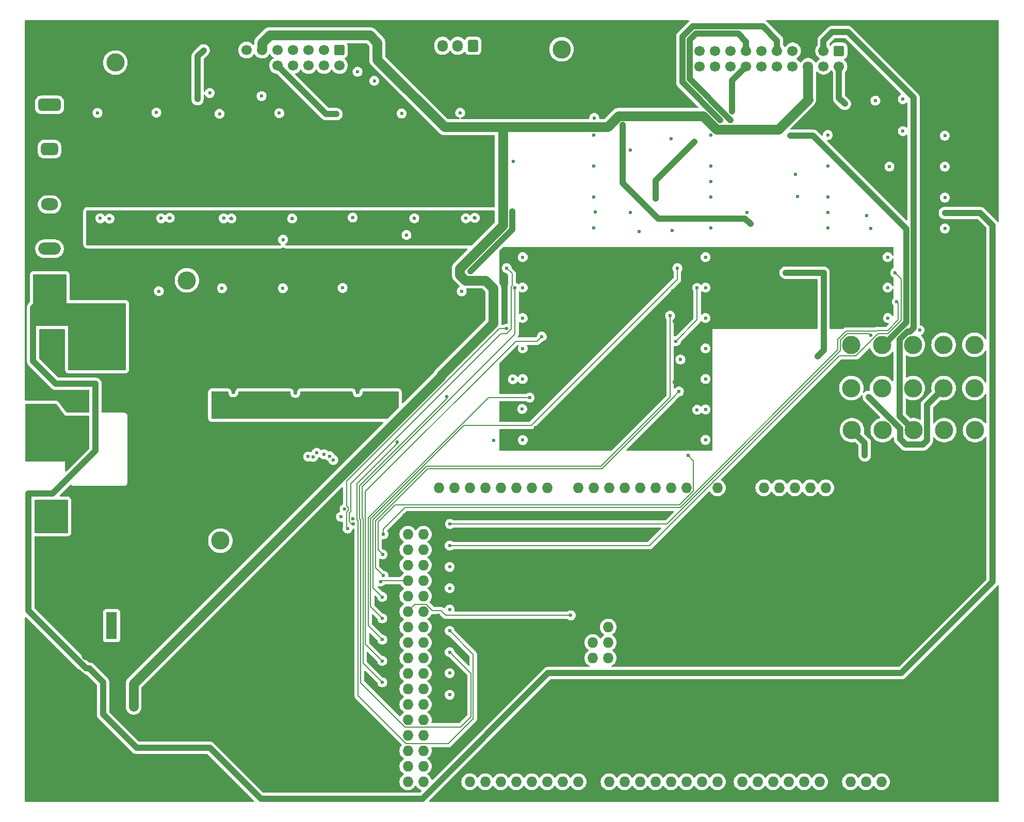
<source format=gbr>
%TF.GenerationSoftware,KiCad,Pcbnew,8.0.6*%
%TF.CreationDate,2025-01-04T02:04:51-08:00*%
%TF.ProjectId,MEP-MAXI-85V-1-REV-2-Interface-Board,4d45502d-4d41-4584-992d-3835562d312d,X1*%
%TF.SameCoordinates,Original*%
%TF.FileFunction,Copper,L2,Inr*%
%TF.FilePolarity,Positive*%
%FSLAX46Y46*%
G04 Gerber Fmt 4.6, Leading zero omitted, Abs format (unit mm)*
G04 Created by KiCad (PCBNEW 8.0.6) date 2025-01-04 02:04:51*
%MOMM*%
%LPD*%
G01*
G04 APERTURE LIST*
G04 Aperture macros list*
%AMRoundRect*
0 Rectangle with rounded corners*
0 $1 Rounding radius*
0 $2 $3 $4 $5 $6 $7 $8 $9 X,Y pos of 4 corners*
0 Add a 4 corners polygon primitive as box body*
4,1,4,$2,$3,$4,$5,$6,$7,$8,$9,$2,$3,0*
0 Add four circle primitives for the rounded corners*
1,1,$1+$1,$2,$3*
1,1,$1+$1,$4,$5*
1,1,$1+$1,$6,$7*
1,1,$1+$1,$8,$9*
0 Add four rect primitives between the rounded corners*
20,1,$1+$1,$2,$3,$4,$5,0*
20,1,$1+$1,$4,$5,$6,$7,0*
20,1,$1+$1,$6,$7,$8,$9,0*
20,1,$1+$1,$8,$9,$2,$3,0*%
G04 Aperture macros list end*
%TA.AperFunction,ComponentPad*%
%ADD10RoundRect,0.250000X0.600000X0.725000X-0.600000X0.725000X-0.600000X-0.725000X0.600000X-0.725000X0*%
%TD*%
%TA.AperFunction,ComponentPad*%
%ADD11O,1.700000X1.950000*%
%TD*%
%TA.AperFunction,ComponentPad*%
%ADD12C,3.000000*%
%TD*%
%TA.AperFunction,ComponentPad*%
%ADD13R,1.800000X4.400000*%
%TD*%
%TA.AperFunction,ComponentPad*%
%ADD14O,1.800000X4.000000*%
%TD*%
%TA.AperFunction,ComponentPad*%
%ADD15O,4.000000X1.800000*%
%TD*%
%TA.AperFunction,ComponentPad*%
%ADD16C,0.900000*%
%TD*%
%TA.AperFunction,ComponentPad*%
%ADD17C,10.000000*%
%TD*%
%TA.AperFunction,ComponentPad*%
%ADD18O,1.727200X1.727200*%
%TD*%
%TA.AperFunction,ComponentPad*%
%ADD19R,1.727200X1.727200*%
%TD*%
%TA.AperFunction,ComponentPad*%
%ADD20RoundRect,0.250000X-0.600000X0.600000X-0.600000X-0.600000X0.600000X-0.600000X0.600000X0.600000X0*%
%TD*%
%TA.AperFunction,ComponentPad*%
%ADD21C,1.700000*%
%TD*%
%TA.AperFunction,ComponentPad*%
%ADD22RoundRect,0.500000X-1.350000X0.500000X-1.350000X-0.500000X1.350000X-0.500000X1.350000X0.500000X0*%
%TD*%
%TA.AperFunction,ComponentPad*%
%ADD23RoundRect,0.500000X-0.900000X0.500000X-0.900000X-0.500000X0.900000X-0.500000X0.900000X0.500000X0*%
%TD*%
%TA.AperFunction,ComponentPad*%
%ADD24O,2.800000X2.000000*%
%TD*%
%TA.AperFunction,ComponentPad*%
%ADD25O,3.700000X2.000000*%
%TD*%
%TA.AperFunction,ComponentPad*%
%ADD26R,3.000000X3.000000*%
%TD*%
%TA.AperFunction,ViaPad*%
%ADD27C,0.600000*%
%TD*%
%TA.AperFunction,Conductor*%
%ADD28C,1.600000*%
%TD*%
%TA.AperFunction,Conductor*%
%ADD29C,1.000000*%
%TD*%
%TA.AperFunction,Conductor*%
%ADD30C,0.200000*%
%TD*%
G04 APERTURE END LIST*
D10*
%TO.N,+5V*%
%TO.C,J408*%
X135669000Y-35680000D03*
D11*
%TO.N,/Arduino DUE IO/RX1*%
X133169000Y-35680000D03*
%TO.N,/Arduino DUE IO/TX1*%
X130669000Y-35680000D03*
%TO.N,GND*%
X128169000Y-35680000D03*
%TD*%
D12*
%TO.N,/Photoisolators/PROXIMITY_HEAD_CCW*%
%TO.C,TP708*%
X207869000Y-91880000D03*
%TD*%
D13*
%TO.N,Net-(D301-A)*%
%TO.C,J301*%
X76369000Y-130880000D03*
D14*
%TO.N,GND*%
X70569000Y-130880000D03*
D15*
X73369000Y-135680000D03*
%TD*%
D12*
%TO.N,/Photoisolators/ENCODER_BEND_RESET*%
%TO.C,TP713*%
X217969000Y-84780000D03*
%TD*%
%TO.N,/Photoisolators/PROXIMITY_SHEAR_CUT*%
%TO.C,TP714*%
X217969000Y-91880000D03*
%TD*%
%TO.N,/Photoisolators/PROXIMITY_TOOL_OUT*%
%TO.C,TP707*%
X207869000Y-84780000D03*
%TD*%
%TO.N,/Photoisolators/PROXIMITY_SHEAR_HOME*%
%TO.C,TP710*%
X212919000Y-84780000D03*
%TD*%
D16*
%TO.N,GND*%
%TO.C,H103*%
X212019000Y-142280000D03*
X213117350Y-139628350D03*
X213117350Y-144931650D03*
X215769000Y-138530000D03*
D17*
X215769000Y-142280000D03*
D16*
X215769000Y-146030000D03*
X218420650Y-139628350D03*
X218420650Y-144931650D03*
X219519000Y-142280000D03*
%TD*%
D12*
%TO.N,+24V*%
%TO.C,TP716*%
X94219000Y-116930000D03*
%TD*%
D18*
%TO.N,*%
%TO.C,A401*%
X193556000Y-108240000D03*
%TO.N,unconnected-(A401-3.3V-Pad3V3)*%
X185936000Y-108240000D03*
%TO.N,unconnected-(A401-5V-Pad5V1)*%
X183396000Y-108240000D03*
%TO.N,unconnected-(A401-SPI_5V-Pad5V2)*%
X155329000Y-136180000D03*
%TO.N,unconnected-(A401-5V-Pad5V3)*%
X127516000Y-156500000D03*
%TO.N,unconnected-(A401-5V-Pad5V4)*%
X124976000Y-156500000D03*
%TO.N,/Arduino DUE IO/A0*%
X170696000Y-108240000D03*
%TO.N,/Arduino DUE IO/A1*%
X168156000Y-108240000D03*
%TO.N,/Arduino DUE IO/A2*%
X165616000Y-108240000D03*
%TO.N,/Arduino DUE IO/A3*%
X163076000Y-108240000D03*
%TO.N,/Arduino DUE IO/A4*%
X160536000Y-108240000D03*
%TO.N,/Arduino DUE IO/A5*%
X157996000Y-108240000D03*
%TO.N,/Arduino DUE IO/A6*%
X155456000Y-108240000D03*
%TO.N,/Arduino DUE IO/A7*%
X152916000Y-108240000D03*
%TO.N,/Arduino DUE IO/A8*%
X147836000Y-108240000D03*
%TO.N,/Arduino DUE IO/A9*%
X145296000Y-108240000D03*
%TO.N,/Arduino DUE IO/A10*%
X142756000Y-108240000D03*
%TO.N,/Arduino DUE IO/A11*%
X140216000Y-108240000D03*
%TO.N,/Arduino DUE IO/AREF*%
X197620000Y-156500000D03*
%TO.N,/Arduino DUE IO/CANRX*%
X132596000Y-108240000D03*
%TO.N,/Arduino DUE IO/CANTX*%
X130056000Y-108240000D03*
%TO.N,/Arduino DUE IO/RX0*%
X157996000Y-156500000D03*
%TO.N,/Arduino DUE IO/TX0*%
X160536000Y-156500000D03*
%TO.N,/Arduino DUE IO/D2*%
X163076000Y-156500000D03*
%TO.N,/Arduino DUE IO/D3*%
X165616000Y-156500000D03*
%TO.N,/Arduino DUE IO/D4_CS1*%
X168156000Y-156500000D03*
%TO.N,/Arduino DUE IO/D5*%
X170696000Y-156500000D03*
%TO.N,/Arduino DUE IO/D6*%
X173236000Y-156500000D03*
%TO.N,/Arduino DUE IO/D7*%
X175776000Y-156500000D03*
%TO.N,/Arduino DUE IO/D8*%
X179840000Y-156500000D03*
%TO.N,/Arduino DUE IO/D9*%
X182380000Y-156500000D03*
%TO.N,/Arduino DUE IO/D10_CSO*%
X184920000Y-156500000D03*
%TO.N,/Arduino DUE IO/D11*%
X187460000Y-156500000D03*
%TO.N,/Arduino DUE IO/D12*%
X190000000Y-156500000D03*
%TO.N,/Arduino DUE IO/D13*%
X192540000Y-156500000D03*
%TO.N,/Arduino DUE IO/TX3*%
X152916000Y-156500000D03*
%TO.N,/Arduino DUE IO/RX3*%
X150376000Y-156500000D03*
%TO.N,/Arduino DUE IO/TX2*%
X147836000Y-156500000D03*
%TO.N,/Arduino DUE IO/RX2*%
X145296000Y-156500000D03*
%TO.N,/Arduino DUE IO/TX1*%
X142756000Y-156500000D03*
%TO.N,/Arduino DUE IO/RX1*%
X140216000Y-156500000D03*
%TO.N,/Arduino DUE IO/SDA*%
X137676000Y-156500000D03*
%TO.N,/Arduino DUE IO/SCL*%
X135136000Y-156500000D03*
%TO.N,/Arduino DUE IO/D22*%
X127516000Y-153960000D03*
%TO.N,/Arduino DUE IO/D23*%
X124976000Y-153960000D03*
%TO.N,/Arduino DUE IO/D24*%
X127516000Y-151420000D03*
%TO.N,/Arduino DUE IO/D25*%
X124976000Y-151420000D03*
%TO.N,/Arduino DUE IO/D26*%
X127516000Y-148880000D03*
%TO.N,/Arduino DUE IO/D27*%
X124976000Y-148880000D03*
%TO.N,/Arduino DUE IO/D28*%
X127516000Y-146340000D03*
%TO.N,/Arduino DUE IO/D29*%
X124976000Y-146340000D03*
%TO.N,/Arduino DUE IO/D30*%
X127516000Y-143800000D03*
%TO.N,/Arduino DUE IO/D31*%
X124976000Y-143800000D03*
%TO.N,/Arduino DUE IO/D32*%
X127516000Y-141260000D03*
%TO.N,/Arduino DUE IO/D33*%
X124976000Y-141260000D03*
%TO.N,/Arduino DUE IO/D34*%
X127516000Y-138720000D03*
%TO.N,/Arduino DUE IO/D35*%
X124976000Y-138720000D03*
%TO.N,/Arduino DUE IO/D36*%
X127516000Y-136180000D03*
%TO.N,/Arduino DUE IO/D37*%
X124976000Y-136180000D03*
%TO.N,/Arduino DUE IO/D38*%
X127516000Y-133640000D03*
%TO.N,/Arduino DUE IO/D39*%
X124976000Y-133640000D03*
%TO.N,/Arduino DUE IO/D40*%
X127516000Y-131100000D03*
%TO.N,/Arduino DUE IO/D41*%
X124976000Y-131100000D03*
%TO.N,/Arduino DUE IO/D42*%
X127516000Y-128560000D03*
%TO.N,/Arduino DUE IO/D43*%
X124976000Y-128560000D03*
%TO.N,/Arduino DUE IO/D44*%
X127516000Y-126020000D03*
%TO.N,/Arduino DUE IO/D45*%
X124976000Y-126020000D03*
%TO.N,/Arduino DUE IO/D46*%
X127516000Y-123480000D03*
%TO.N,/Arduino DUE IO/D47*%
X124976000Y-123480000D03*
%TO.N,/Arduino DUE IO/D48*%
X127516000Y-120940000D03*
%TO.N,/Arduino DUE IO/D49*%
X124976000Y-120940000D03*
%TO.N,/Arduino DUE IO/D50*%
X127516000Y-118400000D03*
%TO.N,/Arduino DUE IO/D51*%
X124976000Y-118400000D03*
%TO.N,/Arduino DUE IO/D52_CS2*%
X127516000Y-115860000D03*
%TO.N,/Arduino DUE IO/D53*%
X124976000Y-115860000D03*
%TO.N,/Arduino DUE IO/DAC0*%
X137676000Y-108240000D03*
%TO.N,/Arduino DUE IO/DAC1*%
X135136000Y-108240000D03*
D19*
%TO.N,GND*%
X195080000Y-156500000D03*
X180856000Y-108240000D03*
X178316000Y-108240000D03*
X155329000Y-131100000D03*
X127516000Y-113320000D03*
X124976000Y-113320000D03*
D18*
%TO.N,/Arduino DUE IO/IOREF*%
X191016000Y-108240000D03*
%TO.N,/Arduino DUE IO/SPI_MISO*%
X157869000Y-136180000D03*
%TO.N,/Arduino DUE IO/SPI_MOSI*%
X155329000Y-133640000D03*
%TO.N,/Arduino DUE IO/~{RESET}*%
X188476000Y-108240000D03*
%TO.N,/Arduino DUE IO/SPI_RESET*%
X157869000Y-131100000D03*
%TO.N,/Arduino DUE IO/SPI_SCK*%
X157869000Y-133640000D03*
%TO.N,/Arduino DUE IO/SCL1*%
X202700000Y-156500000D03*
%TO.N,/Arduino DUE IO/SDA1*%
X200160000Y-156500000D03*
%TO.N,+12V*%
X175776000Y-108240000D03*
%TD*%
D12*
%TO.N,/Photoisolators/PROXIMITY_HEAD_IN*%
%TO.C,TP706*%
X202919000Y-98780000D03*
%TD*%
D16*
%TO.N,GND*%
%TO.C,H104*%
X64619000Y-142280000D03*
X65717350Y-139628350D03*
X65717350Y-144931650D03*
X68369000Y-138530000D03*
D17*
X68369000Y-142280000D03*
D16*
X68369000Y-146030000D03*
X71020650Y-139628350D03*
X71020650Y-144931650D03*
X72119000Y-142280000D03*
%TD*%
D20*
%TO.N,/Photoisolators/ENCODER_FEED_SET*%
%TO.C,J601*%
X195750000Y-36500000D03*
D21*
%TO.N,/Photoisolators/ENCODER_FEED_RESET*%
X195750000Y-39040000D03*
%TO.N,/Photoisolators/ENCODER_BEND_SET*%
X193210000Y-36500000D03*
%TO.N,/Photoisolators/ENCODER_BEND_RESET*%
X193210000Y-39040000D03*
%TO.N,GND*%
X190670000Y-36500000D03*
%TO.N,24VRAW*%
X190670000Y-39040000D03*
%TO.N,/Photoisolators/PROXIMITY_HEAD_OUT*%
X188130000Y-36500000D03*
%TO.N,/Photoisolators/PROXIMITY_HEAD_IN*%
X188130000Y-39040000D03*
%TO.N,/Photoisolators/PROXIMITY_SHEAR_HOME*%
X185590000Y-36500000D03*
%TO.N,/Photoisolators/PROXIMITY_SHEAR_CUT*%
X185590000Y-39040000D03*
%TO.N,/Photoisolators/PROXIMITY_TOOL_IN*%
X183050000Y-36500000D03*
%TO.N,/Photoisolators/PROXIMITY_TOOL_OUT*%
X183050000Y-39040000D03*
%TO.N,/Photoisolators/SHEAR_BUTTON*%
X180510000Y-36500000D03*
%TO.N,/Photoisolators/PROXIMITY_HEAD_LIM*%
X180510000Y-39040000D03*
%TO.N,/Photoisolators/PROXIMITY_HEAD_CW*%
X177970000Y-36500000D03*
%TO.N,/Photoisolators/PROXIMITY_HEAD_CCW*%
X177970000Y-39040000D03*
%TO.N,/Photoisolators/AUTO_BUTTON*%
X175430000Y-36500000D03*
%TO.N,unconnected-(J601-Pin_18-Pad18)*%
X175430000Y-39040000D03*
%TO.N,unconnected-(J601-Pin_19-Pad19)*%
X172890000Y-36500000D03*
%TO.N,unconnected-(J601-Pin_20-Pad20)*%
X172890000Y-39040000D03*
%TD*%
D12*
%TO.N,/Photoisolators/PROXIMITY_TOOL_IN*%
%TO.C,TP703*%
X197869000Y-98780000D03*
%TD*%
%TO.N,/Photoisolators/ENCODER_FEED_SET*%
%TO.C,TP701*%
X197769000Y-84780000D03*
%TD*%
%TO.N,/Photoisolators/ESTOP*%
%TO.C,TP717*%
X88719000Y-74180000D03*
%TD*%
%TO.N,/Solenoid MOSFETS/FUSED_GND*%
%TO.C,TP801*%
X76969000Y-38430000D03*
%TD*%
D16*
%TO.N,GND*%
%TO.C,H101*%
X212019000Y-37980000D03*
X213117350Y-35328350D03*
X213117350Y-40631650D03*
X215769000Y-34230000D03*
D17*
X215769000Y-37980000D03*
D16*
X215769000Y-41730000D03*
X218420650Y-35328350D03*
X218420650Y-40631650D03*
X219519000Y-37980000D03*
%TD*%
D22*
%TO.N,/Solenoid MOSFETS/FUSED_GND*%
%TO.C,F501*%
X66169000Y-45370000D03*
D23*
X66169000Y-52640000D03*
D24*
%TO.N,/Photoisolators/ESTOP*%
X66169000Y-61720000D03*
D25*
X66169000Y-68990000D03*
%TD*%
D12*
%TO.N,/Photoisolators/PROXIMITY_HEAD_LIM*%
%TO.C,TP715*%
X218069000Y-98780000D03*
%TD*%
D16*
%TO.N,GND*%
%TO.C,H102*%
X64619000Y-37980000D03*
X65717350Y-35328350D03*
X65717350Y-40631650D03*
X68369000Y-34230000D03*
D17*
X68369000Y-37980000D03*
D16*
X68369000Y-41730000D03*
X71020650Y-35328350D03*
X71020650Y-40631650D03*
X72119000Y-37980000D03*
%TD*%
D12*
%TO.N,/Photoisolators/PROXIMITY_HEAD_CW*%
%TO.C,TP704*%
X202819000Y-84780000D03*
%TD*%
%TO.N,/Photoisolators/ENCODER_BEND_SET*%
%TO.C,TP709*%
X207969000Y-98780000D03*
%TD*%
%TO.N,/Photoisolators/PROXIMITY_HEAD_OUT*%
%TO.C,TP702*%
X197769000Y-91880000D03*
%TD*%
D26*
%TO.N,GND*%
%TO.C,J501*%
X155290000Y-36250000D03*
D12*
%TO.N,/Photoisolators/ESTOP*%
X150210000Y-36250000D03*
%TD*%
%TO.N,/Photoisolators/AUTO_BUTTON*%
%TO.C,TP712*%
X213019000Y-98780000D03*
%TD*%
%TO.N,/Photoisolators/ENCODER_FEED_RESET*%
%TO.C,TP705*%
X202819000Y-91880000D03*
%TD*%
D20*
%TO.N,/Output Connections/SOL_SHEER_CUT*%
%TO.C,J201*%
X113769000Y-36380000D03*
D21*
%TO.N,/Output Connections/SOL_SHEER_HOME*%
X113769000Y-38920000D03*
%TO.N,/Output Connections/SOL_TOOL_OUT*%
X111229000Y-36380000D03*
%TO.N,/Output Connections/SOL_TOOL_IN*%
X111229000Y-38920000D03*
%TO.N,/Output Connections/SOL_FEED_FORWARD*%
X108689000Y-36380000D03*
%TO.N,/Output Connections/SOL_FEED_REVERSE*%
X108689000Y-38920000D03*
%TO.N,/Output Connections/SOL_HEAD_CW*%
X106149000Y-36380000D03*
%TO.N,/Output Connections/SOL_HEAD_CCW*%
X106149000Y-38920000D03*
%TO.N,/Output Connections/SOL_HEAD_OUT*%
X103609000Y-36380000D03*
%TO.N,/Output Connections/SOL_HEAD_IN*%
X103609000Y-38920000D03*
%TO.N,24VRAW*%
X101069000Y-36380000D03*
%TO.N,GND*%
X101069000Y-38920000D03*
%TO.N,unconnected-(J201-Pin_13-Pad13)*%
X98529000Y-36380000D03*
%TO.N,GND*%
X98529000Y-38920000D03*
%TD*%
D12*
%TO.N,/Photoisolators/SHEAR_BUTTON*%
%TO.C,TP711*%
X212919000Y-91880000D03*
%TD*%
D27*
%TO.N,GND*%
X192000000Y-37750000D03*
X189500000Y-37750000D03*
X192000000Y-34000000D03*
X191250000Y-34000000D03*
%TO.N,24VRAW*%
X79969000Y-144180000D03*
%TO.N,GND*%
X85906500Y-63940000D03*
X106531500Y-92680000D03*
X188219000Y-34000000D03*
X116731500Y-92580000D03*
X189000000Y-34000000D03*
X129969000Y-143180000D03*
X209500000Y-58250000D03*
X129969000Y-125680000D03*
X122719000Y-118230000D03*
X209500000Y-49000000D03*
X210250000Y-48250000D03*
X115931500Y-63880000D03*
X130031500Y-115130000D03*
X209500000Y-48250000D03*
X189750000Y-34000000D03*
X96031500Y-64030000D03*
X209500000Y-56750000D03*
X122844000Y-121730000D03*
X122656500Y-139230000D03*
X122656500Y-128730000D03*
X206000000Y-52750000D03*
X122656500Y-135730000D03*
X190500000Y-34000000D03*
X210250000Y-47500000D03*
X209500000Y-47500000D03*
X105994000Y-64042500D03*
X122662605Y-132280000D03*
X209500000Y-56000000D03*
X211000000Y-47500000D03*
X111250000Y-147750000D03*
X112000000Y-147750000D03*
X206750000Y-55500000D03*
X206000000Y-51750000D03*
X76006500Y-64062500D03*
X191000000Y-35000000D03*
X189500000Y-35250000D03*
X87769000Y-105667500D03*
X206500000Y-52250000D03*
X191750000Y-35250000D03*
X209750000Y-52500000D03*
X206750000Y-51500000D03*
X96331500Y-92580000D03*
X122656500Y-125230000D03*
X126031500Y-63990000D03*
X187500000Y-34000000D03*
X109000000Y-147750000D03*
X206000000Y-55250000D03*
X190250000Y-35000000D03*
X129969000Y-132680000D03*
X122844001Y-114930001D03*
X109750000Y-147750000D03*
X129969000Y-122180000D03*
X210250000Y-58000000D03*
X129969000Y-139630000D03*
X129968999Y-118679998D03*
X209500000Y-57500000D03*
X129969000Y-129180000D03*
X110500000Y-147750000D03*
X210500000Y-52750000D03*
X135976485Y-63924987D03*
X129969000Y-136180000D03*
%TO.N,+5V*%
X62719000Y-96430000D03*
X87944000Y-64677500D03*
X65469000Y-101180000D03*
X65469000Y-102680000D03*
X168969000Y-100930000D03*
X66969000Y-101180000D03*
X62719000Y-95680000D03*
X62719000Y-100930000D03*
X67719000Y-103430000D03*
X168969000Y-95930000D03*
X66219000Y-100430000D03*
X65469000Y-101930000D03*
X98069000Y-64667500D03*
X198969000Y-75930000D03*
X65469000Y-100430000D03*
X112000000Y-95680000D03*
X62719000Y-103180000D03*
X168719000Y-80930000D03*
X66219000Y-101930000D03*
X63469000Y-96430000D03*
X78044000Y-64637500D03*
X101750000Y-95680000D03*
X145909686Y-98370686D03*
X168419000Y-75930000D03*
X64719000Y-100430000D03*
X66219000Y-101180000D03*
X146219000Y-88180000D03*
X62719000Y-101680000D03*
X168969000Y-85930000D03*
X168719000Y-90930000D03*
X64719000Y-101180000D03*
X67719000Y-101930000D03*
X66219000Y-103430000D03*
X118069000Y-64717500D03*
X198719000Y-70930000D03*
X145719000Y-72930000D03*
X64719000Y-102680000D03*
X67719000Y-100430000D03*
X145469000Y-77930000D03*
X67719000Y-102680000D03*
X137969000Y-64555000D03*
X122249978Y-95680000D03*
X145969000Y-82630000D03*
X128069000Y-64627500D03*
X198969000Y-80930000D03*
X66969000Y-102680000D03*
X62719000Y-97180000D03*
X66219000Y-102680000D03*
X67719000Y-101180000D03*
X62719000Y-100180000D03*
X62719000Y-102430000D03*
X65469000Y-103430000D03*
X62719000Y-94930000D03*
X66969000Y-103430000D03*
X62719000Y-98680000D03*
X66969000Y-101930000D03*
X146219000Y-92930000D03*
X62719000Y-99430000D03*
X108031500Y-64680000D03*
X66969000Y-100430000D03*
X168469000Y-70930000D03*
X64719000Y-103430000D03*
X62719000Y-97930000D03*
X64719000Y-101930000D03*
%TO.N,+12V*%
X68719000Y-110680000D03*
X64219000Y-114430000D03*
X67969000Y-114430000D03*
X66469000Y-113680000D03*
X68719000Y-112180000D03*
X66469000Y-114430000D03*
X68719000Y-114430000D03*
X64969000Y-115180000D03*
X64969000Y-112180000D03*
X64969000Y-112930000D03*
X65719000Y-112930000D03*
X66469000Y-111430000D03*
X65719000Y-114430000D03*
X67219000Y-112930000D03*
X66469000Y-110680000D03*
X64219000Y-110680000D03*
X64219000Y-112930000D03*
X67969000Y-112930000D03*
X65719000Y-113680000D03*
X67219000Y-111430000D03*
X67219000Y-113680000D03*
X67969000Y-110680000D03*
X65719000Y-115180000D03*
X67969000Y-112180000D03*
X64219000Y-115180000D03*
X64969000Y-111430000D03*
X67219000Y-114430000D03*
X64969000Y-110680000D03*
X64219000Y-113680000D03*
X66469000Y-112930000D03*
X64219000Y-112180000D03*
X64969000Y-114430000D03*
X64219000Y-111480003D03*
X67219000Y-112180000D03*
X66469000Y-112180000D03*
X65719000Y-111430000D03*
X67969000Y-111430000D03*
X64969000Y-113680000D03*
X67969000Y-113680000D03*
X66469000Y-115180000D03*
X65719000Y-112180000D03*
X67969000Y-115180000D03*
X67219000Y-115180000D03*
X65719000Y-110680000D03*
X68719000Y-113680000D03*
X67219000Y-110680000D03*
X68719000Y-112930000D03*
X68719000Y-115180000D03*
X68719000Y-111430000D03*
%TO.N,+3V3*%
X68469000Y-77430000D03*
X65469000Y-76680000D03*
X68469000Y-75930000D03*
X66969000Y-75930000D03*
X66969000Y-78180000D03*
X63969000Y-77430000D03*
X63969000Y-75180000D03*
X67719000Y-78180000D03*
X64719000Y-78180000D03*
X68469000Y-76680000D03*
X67719000Y-75180000D03*
X65469000Y-75180000D03*
X66219000Y-74430000D03*
X63969000Y-78180000D03*
X66969000Y-77430000D03*
X193919000Y-63030000D03*
X66969000Y-75180000D03*
X108500000Y-159305000D03*
X65469000Y-73680000D03*
X213119000Y-63130000D03*
X66969000Y-76680000D03*
X67719000Y-74430000D03*
X63969000Y-76680000D03*
X63969000Y-73680000D03*
X65469000Y-74430000D03*
X65469000Y-75930000D03*
X64719000Y-73680000D03*
X67719000Y-76680000D03*
X63969000Y-75930000D03*
X64719000Y-74430000D03*
X65469000Y-78180000D03*
X66969000Y-73680000D03*
X64719000Y-76680000D03*
X68469000Y-78180000D03*
X67719000Y-77430000D03*
X155750000Y-63000000D03*
X65469000Y-77430000D03*
X66219000Y-75930000D03*
X68469000Y-74430000D03*
X67719000Y-75930000D03*
X133819000Y-75990000D03*
X67719000Y-73680000D03*
X68469000Y-73680000D03*
X64719000Y-77430000D03*
X64719000Y-75180000D03*
X174719000Y-57950000D03*
X66219000Y-75180000D03*
X66969000Y-74430000D03*
X68469000Y-75180000D03*
X66219000Y-76680000D03*
X66219000Y-78180000D03*
X63969000Y-74430000D03*
X66219000Y-73680000D03*
X155579454Y-47529998D03*
X64719000Y-75930000D03*
X66219000Y-77430000D03*
%TO.N,/Output Connections/SOL_SHEER_CUT*%
X74044000Y-46700000D03*
%TO.N,/Output Connections/SOL_SHEER_HOME*%
X83706500Y-46640000D03*
%TO.N,/Output Connections/SOL_TOOL_OUT*%
X94069000Y-46830000D03*
%TO.N,/Output Connections/SOL_TOOL_IN*%
X103869000Y-46742500D03*
%TO.N,/Output Connections/SOL_FEED_FORWARD*%
X119469018Y-41430009D03*
X123969000Y-46790000D03*
%TO.N,/Output Connections/SOL_FEED_REVERSE*%
X133569000Y-46680000D03*
X116719000Y-39930000D03*
%TO.N,/Output Connections/SOL_HEAD_CW*%
X91469000Y-36430000D03*
X90469000Y-44430000D03*
X94469000Y-75480000D03*
%TO.N,/Output Connections/SOL_HEAD_CCW*%
X104469000Y-75480000D03*
X100969000Y-43930000D03*
%TO.N,/Photoisolators/ESTOP*%
X160218996Y-48679996D03*
X181219000Y-64930000D03*
%TO.N,/Photoisolators/ENCODER_FEED_RESET*%
X196692529Y-45206471D03*
%TO.N,/Photoisolators/ENCODER_BEND_RESET*%
X201719024Y-44680000D03*
%TO.N,/Output Connections/SOL_HEAD_OUT*%
X114269000Y-75420000D03*
X92469000Y-43430000D03*
%TO.N,/Output Connections/SOL_HEAD_IN*%
X113269000Y-46880000D03*
%TO.N,/Photoisolators/PROXIMITY_SHEAR_CUT*%
X162969000Y-66180000D03*
%TO.N,/Photoisolators/PROXIMITY_HEAD_OUT*%
X168219000Y-50930000D03*
%TO.N,/Photoisolators/PROXIMITY_SHEAR_HOME*%
X171969000Y-51430000D03*
X165619000Y-60730000D03*
X176274917Y-47880031D03*
%TO.N,/Photoisolators/PROXIMITY_HEAD_IN*%
X168370471Y-66028529D03*
%TO.N,/Photoisolators/SHEAR_BUTTON*%
X177970481Y-47878538D03*
X200619000Y-93330000D03*
%TO.N,/Photoisolators/PROXIMITY_TOOL_OUT*%
X204019000Y-55510000D03*
%TO.N,/Photoisolators/PROXIMITY_TOOL_IN*%
X206219000Y-44430000D03*
X206219000Y-49680000D03*
X199969000Y-102930000D03*
%TO.N,/Photoisolators/PROXIMITY_HEAD_LIM*%
X192219000Y-86680000D03*
X178219000Y-46430000D03*
X193219000Y-72930000D03*
X186969000Y-72930000D03*
X200969000Y-65680000D03*
%TO.N,/Photoisolators/PROXIMITY_HEAD_CCW*%
X188573690Y-56783062D03*
X208979938Y-82373591D03*
%TO.N,/Photoisolators/PROXIMITY_HEAD_CW*%
X187719000Y-50430000D03*
%TO.N,/Photoisolators/AUTO_BUTTON*%
X188919000Y-60430000D03*
%TO.N,Net-(D701-A)*%
X143831500Y-70380000D03*
%TO.N,Net-(D701-K)*%
X116003042Y-114150007D03*
X141219000Y-72180000D03*
X131844000Y-142230000D03*
%TO.N,Net-(D702-A)*%
X143831500Y-75380000D03*
%TO.N,Net-(D702-K)*%
X142568651Y-75409519D03*
X120781500Y-140180000D03*
%TO.N,Net-(D703-K)*%
X141178899Y-82121571D03*
X131844000Y-138680000D03*
X115092723Y-114941252D03*
%TO.N,Net-(D703-A)*%
X143831502Y-80380000D03*
%TO.N,Net-(D704-A)*%
X143831502Y-85380000D03*
%TO.N,Net-(D704-K)*%
X120781500Y-136680000D03*
X146969000Y-83430000D03*
%TO.N,Net-(D705-K)*%
X142219000Y-90430000D03*
X131844000Y-135230000D03*
X131371275Y-93250020D03*
%TO.N,Net-(D705-A)*%
X143831498Y-90380000D03*
%TO.N,Net-(D706-A)*%
X143750985Y-95299485D03*
%TO.N,Net-(D706-K)*%
X120781500Y-133180000D03*
X144969000Y-93429990D03*
%TO.N,Net-(D707-K)*%
X139069000Y-100430000D03*
X123268265Y-100729265D03*
X131844000Y-131730000D03*
%TO.N,Net-(D707-A)*%
X143849515Y-100398015D03*
%TO.N,Net-(D708-A)*%
X173831500Y-70380000D03*
%TO.N,Net-(D708-K)*%
X169219000Y-72180002D03*
X120781500Y-129680000D03*
%TO.N,Net-(D709-K)*%
X131844000Y-128230000D03*
X168969000Y-84180000D03*
X172469000Y-75430000D03*
%TO.N,Net-(D709-A)*%
X173831502Y-75380000D03*
%TO.N,Net-(D710-K)*%
X168018265Y-79979265D03*
X120781500Y-126180000D03*
%TO.N,Net-(D710-A)*%
X173831500Y-80380000D03*
%TO.N,Net-(D711-K)*%
X169719000Y-87180000D03*
X131844000Y-124730000D03*
%TO.N,Net-(D711-A)*%
X173831502Y-85380000D03*
%TO.N,Net-(D712-K)*%
X120969000Y-122680000D03*
X169469000Y-92430000D03*
%TO.N,Net-(D712-A)*%
X173831500Y-90380000D03*
%TO.N,Net-(D713-K)*%
X172469000Y-95430000D03*
X131844000Y-121230000D03*
%TO.N,Net-(D713-A)*%
X173832651Y-95380000D03*
%TO.N,Net-(D714-A)*%
X173831502Y-100380000D03*
%TO.N,Net-(D714-K)*%
X170969000Y-102930000D03*
X120844000Y-119180000D03*
%TO.N,Net-(D715-K)*%
X131843998Y-117729999D03*
X204969000Y-72930000D03*
%TO.N,Net-(D715-A)*%
X203719000Y-70375705D03*
%TO.N,Net-(D716-A)*%
X203719000Y-75380000D03*
%TO.N,Net-(D716-K)*%
X120969001Y-115879998D03*
X205216017Y-77671051D03*
%TO.N,Net-(D801-A)*%
X203768998Y-80380000D03*
%TO.N,Net-(D801-K)*%
X131906500Y-114180000D03*
X200969008Y-83180000D03*
%TO.N,+24V*%
X200281279Y-63564779D03*
X84119000Y-75957500D03*
X180606500Y-63030000D03*
X161506500Y-63030000D03*
X161506500Y-52830000D03*
X135219000Y-72680000D03*
X142281500Y-54680000D03*
X142076721Y-62875221D03*
%TO.N,/Arduino DUE IO/D44*%
X193919000Y-50330000D03*
%TO.N,/Arduino DUE IO/D31*%
X115925513Y-113353770D03*
%TO.N,/Arduino DUE IO/D29*%
X114000000Y-113000000D03*
%TO.N,/Arduino DUE IO/D46*%
X193919000Y-60490000D03*
%TO.N,/Arduino DUE IO/D35*%
X155519000Y-65570000D03*
%TO.N,/Arduino DUE IO/D36*%
X174719000Y-50330000D03*
%TO.N,/Arduino DUE IO/D37*%
X174719000Y-55410000D03*
%TO.N,/Arduino DUE IO/D24*%
X94750000Y-64000000D03*
X110000000Y-102500000D03*
%TO.N,/Arduino DUE IO/D22*%
X74500000Y-64000000D03*
X108625000Y-103125000D03*
%TO.N,/Arduino DUE IO/D42*%
X213119000Y-60590000D03*
%TO.N,/Arduino DUE IO/D34*%
X155519000Y-60490000D03*
%TO.N,/Arduino DUE IO/D27*%
X134500000Y-64000000D03*
X112743471Y-103675735D03*
%TO.N,/Arduino DUE IO/D40*%
X213119000Y-50430000D03*
%TO.N,/Arduino DUE IO/D25*%
X104500000Y-67500000D03*
X111250000Y-102750000D03*
%TO.N,/Arduino DUE IO/D33*%
X155519000Y-55410000D03*
%TO.N,/Arduino DUE IO/D32*%
X155519000Y-50329990D03*
%TO.N,/Arduino DUE IO/D38*%
X174719000Y-60490000D03*
%TO.N,/Arduino DUE IO/D41*%
X213119000Y-55510000D03*
%TO.N,/Arduino DUE IO/D26*%
X112174265Y-103075735D03*
X124750000Y-66750000D03*
%TO.N,/Arduino DUE IO/D39*%
X174719000Y-65570000D03*
%TO.N,/Arduino DUE IO/D30*%
X114600000Y-111751383D03*
%TO.N,/Arduino DUE IO/D43*%
X151719000Y-129180000D03*
X213119000Y-65670000D03*
%TO.N,/Arduino DUE IO/D47*%
X120498765Y-123650235D03*
X193919000Y-65570000D03*
%TO.N,/Arduino DUE IO/D45*%
X193969000Y-55410000D03*
%TO.N,/Arduino DUE IO/D23*%
X84500000Y-64000000D03*
X109423921Y-103166577D03*
%TD*%
D28*
%TO.N,24VRAW*%
X190670000Y-44441000D02*
X190670000Y-39040000D01*
X190689000Y-44460000D02*
X190670000Y-44441000D01*
D29*
%TO.N,/Photoisolators/ENCODER_FEED_RESET*%
X195750000Y-44263942D02*
X195750000Y-39040000D01*
X196692529Y-45206471D02*
X195750000Y-44263942D01*
%TO.N,/Photoisolators/ENCODER_BEND_SET*%
X193210000Y-34836919D02*
X193210000Y-36500000D01*
X194616919Y-33430000D02*
X193210000Y-34836919D01*
%TO.N,/Photoisolators/PROXIMITY_SHEAR_HOME*%
X185590000Y-34840000D02*
X185590000Y-36500000D01*
X183230000Y-32480000D02*
X185590000Y-34840000D01*
X171721944Y-32480000D02*
X183230000Y-32480000D01*
X170019000Y-34182944D02*
X171721944Y-32480000D01*
X170019000Y-41624114D02*
X170019000Y-34182944D01*
X176274917Y-47880031D02*
X170019000Y-41624114D01*
%TO.N,/Photoisolators/SHEAR_BUTTON*%
X172219000Y-33680000D02*
X179180000Y-33680000D01*
X171219000Y-34680000D02*
X172219000Y-33680000D01*
X179180000Y-33680000D02*
X180510000Y-35010000D01*
X180510000Y-35010000D02*
X180510000Y-36500000D01*
X171219000Y-41127056D02*
X171219000Y-34680000D01*
X177970481Y-47878537D02*
X171219000Y-41127056D01*
X177970481Y-47878538D02*
X177970481Y-47878537D01*
%TO.N,/Photoisolators/PROXIMITY_HEAD_LIM*%
X178219000Y-41331000D02*
X180510000Y-39040000D01*
X178219000Y-46430000D02*
X178219000Y-41331000D01*
D28*
%TO.N,24VRAW*%
X140576721Y-65173279D02*
X140576721Y-49203277D01*
X133500000Y-73250000D02*
X133500000Y-72250000D01*
X175653597Y-49380029D02*
X185768971Y-49380029D01*
X131318998Y-49029998D02*
X131029998Y-49029998D01*
X185768971Y-49380029D02*
X190689000Y-44460000D01*
X102316919Y-33930000D02*
X101069000Y-35177919D01*
X137680000Y-74180000D02*
X134430000Y-74180000D01*
X79969000Y-144180000D02*
X79969000Y-140430000D01*
X159597680Y-47180000D02*
X173453568Y-47180000D01*
X131318998Y-49029998D02*
X140750000Y-49029998D01*
X130450000Y-89800000D02*
X139000000Y-81250000D01*
X134430000Y-74180000D02*
X133500000Y-73250000D01*
X173453568Y-47180000D02*
X175653597Y-49380029D01*
X119969000Y-35180000D02*
X118719000Y-33930000D01*
X101069000Y-35177919D02*
X101069000Y-36380000D01*
X157747682Y-49029998D02*
X159597680Y-47180000D01*
X131029998Y-49029998D02*
X119969000Y-37969000D01*
X140750000Y-49029998D02*
X157747682Y-49029998D01*
X130450000Y-89949000D02*
X130450000Y-89800000D01*
X139000000Y-75500000D02*
X137680000Y-74180000D01*
X140576721Y-49203277D02*
X140750000Y-49029998D01*
X79969000Y-140430000D02*
X130450000Y-89949000D01*
X133500000Y-72250000D02*
X140576721Y-65173279D01*
X118719000Y-33930000D02*
X102316919Y-33930000D01*
X139000000Y-81250000D02*
X139000000Y-75500000D01*
X119969000Y-37969000D02*
X119969000Y-35180000D01*
D29*
%TO.N,+3V3*%
X147969000Y-138680000D02*
X127344000Y-159305000D01*
X108500000Y-159305000D02*
X100844000Y-159305000D01*
X72719000Y-137930000D02*
X72219000Y-137930000D01*
X92469000Y-150930000D02*
X80469000Y-150930000D01*
X205969000Y-138680000D02*
X147969000Y-138680000D01*
X100844000Y-159305000D02*
X92469000Y-150930000D01*
X66719000Y-109180000D02*
X73719000Y-102180000D01*
X213119000Y-63130000D02*
X218919000Y-63130000D01*
X74969000Y-140180000D02*
X72719000Y-137930000D01*
X62719000Y-128430000D02*
X62719000Y-109180000D01*
X127344000Y-159305000D02*
X108500000Y-159305000D01*
X80469000Y-150930000D02*
X74969000Y-145430000D01*
X63469000Y-78680000D02*
X63969000Y-78180000D01*
X67219000Y-91180000D02*
X63469000Y-87430000D01*
X63469000Y-87430000D02*
X63469000Y-78680000D01*
X220969000Y-65180000D02*
X220969000Y-123680000D01*
X73719000Y-91180000D02*
X67219000Y-91180000D01*
X220969000Y-123680000D02*
X205969000Y-138680000D01*
X218919000Y-63130000D02*
X220969000Y-65180000D01*
X73719000Y-102180000D02*
X73719000Y-91180000D01*
X62719000Y-109180000D02*
X66719000Y-109180000D01*
X74969000Y-145430000D02*
X74969000Y-140180000D01*
X72219000Y-137930000D02*
X62719000Y-128430000D01*
%TO.N,/Output Connections/SOL_HEAD_CW*%
X90469000Y-37430000D02*
X91469000Y-36430000D01*
X90469000Y-44430000D02*
X90469000Y-37430000D01*
%TO.N,/Photoisolators/ESTOP*%
X181219000Y-64930000D02*
X180319000Y-64030000D01*
X180319000Y-64030000D02*
X166069000Y-64030000D01*
X160218996Y-58179996D02*
X160218996Y-48679996D01*
X166069000Y-64030000D02*
X160218996Y-58179996D01*
%TO.N,/Photoisolators/ENCODER_BEND_SET*%
X207969000Y-44180000D02*
X197219000Y-33430000D01*
X207969000Y-98780000D02*
X205669000Y-96480000D01*
X197219000Y-33430000D02*
X194616919Y-33430000D01*
X207366056Y-82580000D02*
X207969000Y-81977056D01*
X206957730Y-82580000D02*
X207366056Y-82580000D01*
X207969000Y-81977056D02*
X207969000Y-44180000D01*
X205669000Y-83868730D02*
X206957730Y-82580000D01*
X205669000Y-96480000D02*
X205669000Y-83868730D01*
%TO.N,/Output Connections/SOL_HEAD_IN*%
X111569000Y-46880000D02*
X113269000Y-46880000D01*
X103609000Y-38920000D02*
X111569000Y-46880000D01*
%TO.N,/Photoisolators/PROXIMITY_SHEAR_HOME*%
X165619000Y-57780000D02*
X165619000Y-60730000D01*
X171969000Y-51430000D02*
X165619000Y-57780000D01*
%TO.N,/Photoisolators/SHEAR_BUTTON*%
X210169000Y-94630000D02*
X212919000Y-91880000D01*
X210169000Y-100480000D02*
X210169000Y-94630000D01*
X206719000Y-101180000D02*
X209469000Y-101180000D01*
X200619000Y-93330000D02*
X205769000Y-98480000D01*
X209469000Y-101180000D02*
X210169000Y-100480000D01*
X205769000Y-100230000D02*
X206719000Y-101180000D01*
X205769000Y-98480000D02*
X205769000Y-100230000D01*
%TO.N,/Photoisolators/PROXIMITY_TOOL_IN*%
X197869000Y-98780000D02*
X199969000Y-100880000D01*
X199969000Y-100880000D02*
X199969000Y-102930000D01*
%TO.N,/Photoisolators/PROXIMITY_HEAD_LIM*%
X193219000Y-85680000D02*
X192219000Y-86680000D01*
X186969000Y-72930000D02*
X193219000Y-72930000D01*
X193219000Y-72930000D02*
X193219000Y-85680000D01*
%TO.N,/Photoisolators/PROXIMITY_HEAD_CW*%
X202819000Y-84780000D02*
X203060674Y-84780000D01*
X203060674Y-84780000D02*
X206769000Y-81071674D01*
X191469000Y-50430000D02*
X187719000Y-50430000D01*
X206769000Y-81071674D02*
X206769000Y-65730000D01*
X206769000Y-65730000D02*
X191469000Y-50430000D01*
D30*
%TO.N,Net-(D701-K)*%
X142084321Y-73045321D02*
X142084321Y-75045320D01*
X141219000Y-72180000D02*
X142084321Y-73045321D01*
X115325734Y-113772792D02*
X115702949Y-114150007D01*
X115600000Y-112165598D02*
X115325734Y-112439864D01*
X142084321Y-75045320D02*
X141968651Y-75160990D01*
X141219000Y-82930000D02*
X140219001Y-82930000D01*
X141968651Y-82180349D02*
X141219000Y-82930000D01*
X115702949Y-114150007D02*
X116003042Y-114150007D01*
X140219001Y-82930000D02*
X115600000Y-107549001D01*
X115600000Y-107549001D02*
X115600000Y-112165598D01*
X115325734Y-112439864D02*
X115325734Y-113772792D01*
X141968651Y-75160990D02*
X141968651Y-82180349D01*
%TO.N,Net-(D702-K)*%
X142568651Y-82994564D02*
X142568651Y-75409519D01*
X120781500Y-140180000D02*
X117619000Y-137017500D01*
X117469000Y-113200100D02*
X117469000Y-108094215D01*
X117619000Y-137017500D02*
X117619000Y-113350100D01*
X117619000Y-113350100D02*
X117469000Y-113200100D01*
X117469000Y-108094215D02*
X142568651Y-82994564D01*
%TO.N,Net-(D703-K)*%
X115200000Y-111502854D02*
X115200000Y-111999912D01*
X139961744Y-82121571D02*
X114925734Y-107157581D01*
X114925734Y-112274178D02*
X114925734Y-114774263D01*
X115200000Y-111999912D02*
X114925734Y-112274178D01*
X114925734Y-111228588D02*
X115200000Y-111502854D01*
X114925734Y-114774263D02*
X115092723Y-114941252D01*
X114925734Y-107157581D02*
X114925734Y-111228588D01*
X141178899Y-82121571D02*
X139961744Y-82121571D01*
%TO.N,Net-(D704-K)*%
X120781500Y-136680000D02*
X118019000Y-133917500D01*
X142719000Y-84180000D02*
X146219000Y-84180000D01*
X118019000Y-108880000D02*
X142719000Y-84180000D01*
X118019000Y-133917500D02*
X118019000Y-108880000D01*
X146219000Y-84180000D02*
X146969000Y-83430000D01*
%TO.N,Net-(D705-K)*%
X131844000Y-135230000D02*
X135319000Y-138705000D01*
X133645400Y-147503600D02*
X124494021Y-147503600D01*
X135319000Y-145830000D02*
X133645400Y-147503600D01*
X124494021Y-147503600D02*
X117219000Y-140228579D01*
X117019000Y-107945685D02*
X131371275Y-93593410D01*
X135319000Y-138705000D02*
X135319000Y-145830000D01*
X131371275Y-93593410D02*
X131371275Y-93250020D01*
X117019000Y-113315785D02*
X117019000Y-107945685D01*
X117219000Y-140228579D02*
X117219000Y-113515785D01*
X117219000Y-113515785D02*
X117019000Y-113315785D01*
%TO.N,Net-(D706-K)*%
X118469000Y-113180000D02*
X138219010Y-93429990D01*
X138219010Y-93429990D02*
X144969000Y-93429990D01*
X120781500Y-133180000D02*
X118469000Y-130867500D01*
X118469000Y-130867500D02*
X118469000Y-113180000D01*
%TO.N,Net-(D707-K)*%
X116619000Y-113481471D02*
X116619000Y-107595686D01*
X135719000Y-146180000D02*
X131642600Y-150256400D01*
X131642600Y-150256400D02*
X124706821Y-150256400D01*
X116619000Y-107595686D02*
X123268265Y-100946421D01*
X116819000Y-142368579D02*
X116819000Y-113681471D01*
X135719000Y-135605000D02*
X135719000Y-146180000D01*
X123268265Y-100946421D02*
X123268265Y-100729265D01*
X124706821Y-150256400D02*
X116819000Y-142368579D01*
X131844000Y-131730000D02*
X135719000Y-135605000D01*
X116819000Y-113681471D02*
X116619000Y-113481471D01*
%TO.N,Net-(D708-K)*%
X118869000Y-113345686D02*
X134184686Y-98030000D01*
X118869000Y-127767500D02*
X118869000Y-113345686D01*
X169219000Y-74028529D02*
X169219000Y-72180002D01*
X145217529Y-98030000D02*
X169219000Y-74028529D01*
X120781500Y-129680000D02*
X118869000Y-127767500D01*
X134184686Y-98030000D02*
X145217529Y-98030000D01*
%TO.N,Net-(D709-K)*%
X168969000Y-84180000D02*
X172469000Y-80680000D01*
X172469000Y-80680000D02*
X172469000Y-75430000D01*
%TO.N,Net-(D710-K)*%
X119269000Y-113511372D02*
X128100372Y-104680000D01*
X156719000Y-104680000D02*
X168018265Y-93380735D01*
X168018265Y-93380735D02*
X168018265Y-79979265D01*
X120781500Y-126180000D02*
X119269000Y-124667500D01*
X128100372Y-104680000D02*
X156719000Y-104680000D01*
X119269000Y-124667500D02*
X119269000Y-113511372D01*
%TO.N,Net-(D712-K)*%
X120969000Y-122680000D02*
X119669000Y-121380000D01*
X168418265Y-93480735D02*
X169469000Y-92430000D01*
X156884686Y-105080000D02*
X168418265Y-93546421D01*
X119669000Y-113677058D02*
X128266058Y-105080000D01*
X119669000Y-121380000D02*
X119669000Y-113677058D01*
X168418265Y-93546421D02*
X168418265Y-93480735D01*
X128266058Y-105080000D02*
X156884686Y-105080000D01*
%TO.N,Net-(D714-K)*%
X171859600Y-103820600D02*
X170969000Y-102930000D01*
X171859600Y-108721979D02*
X171859600Y-103820600D01*
X120100366Y-113811378D02*
X122881744Y-111030000D01*
X122881744Y-111030000D02*
X169551579Y-111030000D01*
X120100366Y-118436366D02*
X120100366Y-113811378D01*
X169551579Y-111030000D02*
X171859600Y-108721979D01*
X120844000Y-119180000D02*
X120100366Y-118436366D01*
%TO.N,Net-(D715-K)*%
X198514585Y-86580000D02*
X201019000Y-84075585D01*
X203779304Y-82930000D02*
X205969000Y-80740304D01*
X164640422Y-117729999D02*
X195790421Y-86580000D01*
X201019000Y-84034415D02*
X202123415Y-82930000D01*
X205969000Y-80740304D02*
X205969000Y-73930000D01*
X205969000Y-73930000D02*
X204969000Y-72930000D01*
X195790421Y-86580000D02*
X198514585Y-86580000D01*
X201019000Y-84075585D02*
X201019000Y-84034415D01*
X202123415Y-82930000D02*
X203779304Y-82930000D01*
X131843998Y-117729999D02*
X164640422Y-117729999D01*
%TO.N,Net-(D716-K)*%
X195569000Y-85580000D02*
X195569000Y-83868729D01*
X205469000Y-80674618D02*
X205469000Y-77924034D01*
X124538800Y-111430000D02*
X169719000Y-111430000D01*
X196907729Y-82530000D02*
X201869000Y-82530000D01*
X120969001Y-115879998D02*
X120969001Y-114999799D01*
X169719000Y-111430000D02*
X195569000Y-85580000D01*
X203713618Y-82430000D02*
X205469000Y-80674618D01*
X195569000Y-83868729D02*
X196907729Y-82530000D01*
X201869000Y-82530000D02*
X201969000Y-82430000D01*
X201969000Y-82430000D02*
X203713618Y-82430000D01*
X205469000Y-77924034D02*
X205216017Y-77671051D01*
X120969001Y-114999799D02*
X124538800Y-111430000D01*
%TO.N,Net-(D801-K)*%
X167534686Y-114180000D02*
X195969000Y-85745686D01*
X195969000Y-85745686D02*
X195969000Y-84034415D01*
X197073425Y-82929990D02*
X200718998Y-82929990D01*
X200718998Y-82929990D02*
X200969008Y-83180000D01*
X131906500Y-114180000D02*
X167534686Y-114180000D01*
X195969000Y-84034415D02*
X197073425Y-82929990D01*
D29*
%TO.N,+24V*%
X135219000Y-72680000D02*
X142076721Y-65822279D01*
X142076721Y-65822279D02*
X142076721Y-62875221D01*
D30*
%TO.N,/Arduino DUE IO/D43*%
X126106000Y-127430000D02*
X124976000Y-128560000D01*
X129031579Y-128430000D02*
X127997979Y-127396400D01*
X151719000Y-129180000D02*
X131219000Y-129180000D01*
X130469000Y-128430000D02*
X129031579Y-128430000D01*
X127034021Y-127396400D02*
X127000421Y-127430000D01*
X131219000Y-129180000D02*
X130469000Y-128430000D01*
X127997979Y-127396400D02*
X127034021Y-127396400D01*
X127000421Y-127430000D02*
X126106000Y-127430000D01*
%TO.N,/Arduino DUE IO/D47*%
X124976000Y-123480000D02*
X120669000Y-123480000D01*
X120669000Y-123480000D02*
X120498765Y-123650235D01*
%TD*%
%TA.AperFunction,Conductor*%
%TO.N,+3V3*%
G36*
X68912039Y-73199685D02*
G01*
X68957794Y-73252489D01*
X68969000Y-73304000D01*
X68969000Y-77930000D01*
X78595000Y-77930000D01*
X78662039Y-77949685D01*
X78707794Y-78002489D01*
X78719000Y-78054000D01*
X78719000Y-88806000D01*
X78699315Y-88873039D01*
X78646511Y-88918794D01*
X78595000Y-88930000D01*
X69343000Y-88930000D01*
X69275961Y-88910315D01*
X69230206Y-88857511D01*
X69219000Y-88806000D01*
X69219000Y-81680000D01*
X63593000Y-81680000D01*
X63525961Y-81660315D01*
X63480206Y-81607511D01*
X63469000Y-81556000D01*
X63469000Y-73304000D01*
X63488685Y-73236961D01*
X63541489Y-73191206D01*
X63593000Y-73180000D01*
X68845000Y-73180000D01*
X68912039Y-73199685D01*
G37*
%TD.AperFunction*%
%TD*%
%TA.AperFunction,Conductor*%
%TO.N,+5V*%
G36*
X67224039Y-94449685D02*
G01*
X67256200Y-94479600D01*
X68718999Y-96430000D01*
X68719000Y-96430000D01*
X72586500Y-96430000D01*
X72653539Y-96449685D01*
X72699294Y-96502489D01*
X72710500Y-96554000D01*
X72710500Y-101710904D01*
X72690815Y-101777943D01*
X72674181Y-101798585D01*
X68930681Y-105542085D01*
X68869358Y-105575570D01*
X68799666Y-105570586D01*
X68743733Y-105528714D01*
X68719316Y-105463250D01*
X68719000Y-105454404D01*
X68719000Y-103930000D01*
X62343000Y-103930000D01*
X62275961Y-103910315D01*
X62230206Y-103857511D01*
X62219000Y-103806000D01*
X62219000Y-94554000D01*
X62238685Y-94486961D01*
X62291489Y-94441206D01*
X62343000Y-94430000D01*
X67157000Y-94430000D01*
X67224039Y-94449685D01*
G37*
%TD.AperFunction*%
%TD*%
%TA.AperFunction,Conductor*%
%TO.N,+5V*%
G36*
X95463068Y-92449685D02*
G01*
X95508823Y-92502489D01*
X95519249Y-92567885D01*
X95517884Y-92579998D01*
X95517884Y-92580003D01*
X95538281Y-92761041D01*
X95538282Y-92761046D01*
X95598458Y-92933017D01*
X95673252Y-93052051D01*
X95695389Y-93087281D01*
X95824219Y-93216111D01*
X95978485Y-93313043D01*
X96150453Y-93373217D01*
X96150458Y-93373218D01*
X96331496Y-93393616D01*
X96331500Y-93393616D01*
X96331504Y-93393616D01*
X96512541Y-93373218D01*
X96512544Y-93373217D01*
X96512547Y-93373217D01*
X96684515Y-93313043D01*
X96838781Y-93216111D01*
X96967611Y-93087281D01*
X97064543Y-92933015D01*
X97124717Y-92761047D01*
X97124718Y-92761041D01*
X97145116Y-92580003D01*
X97145116Y-92579998D01*
X97143751Y-92567885D01*
X97155805Y-92499063D01*
X97203154Y-92447683D01*
X97266971Y-92430000D01*
X105607296Y-92430000D01*
X105674335Y-92449685D01*
X105720090Y-92502489D01*
X105730516Y-92567883D01*
X105717884Y-92679996D01*
X105717884Y-92680003D01*
X105738281Y-92861041D01*
X105738282Y-92861046D01*
X105798458Y-93033017D01*
X105832555Y-93087281D01*
X105895389Y-93187281D01*
X106024219Y-93316111D01*
X106178485Y-93413043D01*
X106350453Y-93473217D01*
X106350458Y-93473218D01*
X106531496Y-93493616D01*
X106531500Y-93493616D01*
X106531504Y-93493616D01*
X106712541Y-93473218D01*
X106712544Y-93473217D01*
X106712547Y-93473217D01*
X106884515Y-93413043D01*
X107038781Y-93316111D01*
X107167611Y-93187281D01*
X107264543Y-93033015D01*
X107324717Y-92861047D01*
X107329174Y-92821490D01*
X107345116Y-92680003D01*
X107345116Y-92679996D01*
X107332484Y-92567883D01*
X107344538Y-92499062D01*
X107391888Y-92447682D01*
X107455704Y-92430000D01*
X115796029Y-92430000D01*
X115863068Y-92449685D01*
X115908823Y-92502489D01*
X115919249Y-92567885D01*
X115917884Y-92579998D01*
X115917884Y-92580003D01*
X115938281Y-92761041D01*
X115938282Y-92761046D01*
X115998458Y-92933017D01*
X116073252Y-93052051D01*
X116095389Y-93087281D01*
X116224219Y-93216111D01*
X116378485Y-93313043D01*
X116550453Y-93373217D01*
X116550458Y-93373218D01*
X116731496Y-93393616D01*
X116731500Y-93393616D01*
X116731504Y-93393616D01*
X116912541Y-93373218D01*
X116912544Y-93373217D01*
X116912547Y-93373217D01*
X117084515Y-93313043D01*
X117238781Y-93216111D01*
X117367611Y-93087281D01*
X117464543Y-92933015D01*
X117524717Y-92761047D01*
X117524718Y-92761041D01*
X117545116Y-92580003D01*
X117545116Y-92579998D01*
X117543751Y-92567885D01*
X117555805Y-92499063D01*
X117603154Y-92447683D01*
X117666971Y-92430000D01*
X123345000Y-92430000D01*
X123412039Y-92449685D01*
X123457794Y-92502489D01*
X123469000Y-92554000D01*
X123469000Y-95028139D01*
X123449315Y-95095178D01*
X123432681Y-95115820D01*
X121654820Y-96893681D01*
X121593497Y-96927166D01*
X121567139Y-96930000D01*
X92843000Y-96930000D01*
X92775961Y-96910315D01*
X92730206Y-96857511D01*
X92719000Y-96806000D01*
X92719000Y-92554000D01*
X92738685Y-92486961D01*
X92791489Y-92441206D01*
X92843000Y-92430000D01*
X95396029Y-92430000D01*
X95463068Y-92449685D01*
G37*
%TD.AperFunction*%
%TD*%
%TA.AperFunction,Conductor*%
%TO.N,+5V*%
G36*
X139162039Y-62699685D02*
G01*
X139207794Y-62752489D01*
X139219000Y-62804000D01*
X139219000Y-64629139D01*
X139199315Y-64696178D01*
X139182681Y-64716820D01*
X135505820Y-68393681D01*
X135444497Y-68427166D01*
X135418139Y-68430000D01*
X104969974Y-68430000D01*
X104902935Y-68410315D01*
X104857180Y-68357511D01*
X104847236Y-68288353D01*
X104876261Y-68224797D01*
X104904001Y-68201007D01*
X105007279Y-68136112D01*
X105007278Y-68136112D01*
X105007281Y-68136111D01*
X105136111Y-68007281D01*
X105233043Y-67853015D01*
X105293217Y-67681047D01*
X105293218Y-67681041D01*
X105313616Y-67500003D01*
X105313616Y-67499996D01*
X105293218Y-67318958D01*
X105293217Y-67318953D01*
X105271637Y-67257281D01*
X105233043Y-67146985D01*
X105136111Y-66992719D01*
X105007281Y-66863889D01*
X104853015Y-66766957D01*
X104804543Y-66749996D01*
X123936384Y-66749996D01*
X123936384Y-66750003D01*
X123956781Y-66931041D01*
X123956782Y-66931046D01*
X123978363Y-66992719D01*
X124016957Y-67103015D01*
X124113889Y-67257281D01*
X124242719Y-67386111D01*
X124396985Y-67483043D01*
X124568953Y-67543217D01*
X124568958Y-67543218D01*
X124749996Y-67563616D01*
X124750000Y-67563616D01*
X124750004Y-67563616D01*
X124931041Y-67543218D01*
X124931044Y-67543217D01*
X124931047Y-67543217D01*
X125103015Y-67483043D01*
X125257281Y-67386111D01*
X125386111Y-67257281D01*
X125483043Y-67103015D01*
X125543217Y-66931047D01*
X125550784Y-66863889D01*
X125563616Y-66750003D01*
X125563616Y-66749996D01*
X125543218Y-66568958D01*
X125543217Y-66568953D01*
X125506898Y-66465160D01*
X125483043Y-66396985D01*
X125386111Y-66242719D01*
X125257281Y-66113889D01*
X125103015Y-66016957D01*
X125048693Y-65997949D01*
X124931046Y-65956782D01*
X124931041Y-65956781D01*
X124750004Y-65936384D01*
X124749996Y-65936384D01*
X124568958Y-65956781D01*
X124568953Y-65956782D01*
X124396982Y-66016958D01*
X124242718Y-66113889D01*
X124113889Y-66242718D01*
X124016958Y-66396982D01*
X123956782Y-66568953D01*
X123956781Y-66568958D01*
X123936384Y-66749996D01*
X104804543Y-66749996D01*
X104798693Y-66747949D01*
X104681046Y-66706782D01*
X104681041Y-66706781D01*
X104500004Y-66686384D01*
X104499996Y-66686384D01*
X104318958Y-66706781D01*
X104318953Y-66706782D01*
X104146982Y-66766958D01*
X103992718Y-66863889D01*
X103863889Y-66992718D01*
X103766958Y-67146982D01*
X103706782Y-67318953D01*
X103706781Y-67318958D01*
X103686384Y-67499996D01*
X103686384Y-67500003D01*
X103706781Y-67681041D01*
X103706782Y-67681046D01*
X103766958Y-67853017D01*
X103863889Y-68007281D01*
X103992720Y-68136112D01*
X104095999Y-68201007D01*
X104142289Y-68253341D01*
X104152937Y-68322395D01*
X104124562Y-68386243D01*
X104066172Y-68424615D01*
X104030026Y-68430000D01*
X72343000Y-68430000D01*
X72275961Y-68410315D01*
X72230206Y-68357511D01*
X72219000Y-68306000D01*
X72219000Y-63999996D01*
X73686384Y-63999996D01*
X73686384Y-64000003D01*
X73706781Y-64181041D01*
X73706782Y-64181046D01*
X73766958Y-64353017D01*
X73826188Y-64447281D01*
X73863889Y-64507281D01*
X73992719Y-64636111D01*
X74146985Y-64733043D01*
X74318953Y-64793217D01*
X74318958Y-64793218D01*
X74499996Y-64813616D01*
X74500000Y-64813616D01*
X74500004Y-64813616D01*
X74681041Y-64793218D01*
X74681044Y-64793217D01*
X74681047Y-64793217D01*
X74853015Y-64733043D01*
X75007281Y-64636111D01*
X75136111Y-64507281D01*
X75136117Y-64507270D01*
X75136217Y-64507147D01*
X75136310Y-64507081D01*
X75141035Y-64502357D01*
X75141862Y-64503184D01*
X75193405Y-64467006D01*
X75263216Y-64464156D01*
X75323487Y-64499500D01*
X75338157Y-64518485D01*
X75370389Y-64569781D01*
X75499219Y-64698611D01*
X75653485Y-64795543D01*
X75816359Y-64852535D01*
X75825453Y-64855717D01*
X75825458Y-64855718D01*
X76006496Y-64876116D01*
X76006500Y-64876116D01*
X76006504Y-64876116D01*
X76187541Y-64855718D01*
X76187544Y-64855717D01*
X76187547Y-64855717D01*
X76359515Y-64795543D01*
X76513781Y-64698611D01*
X76642611Y-64569781D01*
X76739543Y-64415515D01*
X76799717Y-64243547D01*
X76799718Y-64243541D01*
X76820116Y-64062503D01*
X76820116Y-64062496D01*
X76813074Y-63999996D01*
X83686384Y-63999996D01*
X83686384Y-64000003D01*
X83706781Y-64181041D01*
X83706782Y-64181046D01*
X83766958Y-64353017D01*
X83826188Y-64447281D01*
X83863889Y-64507281D01*
X83992719Y-64636111D01*
X84146985Y-64733043D01*
X84318953Y-64793217D01*
X84318958Y-64793218D01*
X84499996Y-64813616D01*
X84500000Y-64813616D01*
X84500004Y-64813616D01*
X84681041Y-64793218D01*
X84681044Y-64793217D01*
X84681047Y-64793217D01*
X84853015Y-64733043D01*
X85007281Y-64636111D01*
X85136111Y-64507281D01*
X85136111Y-64507280D01*
X85141035Y-64502357D01*
X85142001Y-64503323D01*
X85192977Y-64467541D01*
X85262788Y-64464689D01*
X85320420Y-64497312D01*
X85399219Y-64576111D01*
X85553485Y-64673043D01*
X85724950Y-64733041D01*
X85725453Y-64733217D01*
X85725458Y-64733218D01*
X85906496Y-64753616D01*
X85906500Y-64753616D01*
X85906504Y-64753616D01*
X86087541Y-64733218D01*
X86087544Y-64733217D01*
X86087547Y-64733217D01*
X86259515Y-64673043D01*
X86413781Y-64576111D01*
X86542611Y-64447281D01*
X86639543Y-64293015D01*
X86699717Y-64121047D01*
X86701409Y-64106033D01*
X86713356Y-63999996D01*
X93936384Y-63999996D01*
X93936384Y-64000003D01*
X93956781Y-64181041D01*
X93956782Y-64181046D01*
X94016958Y-64353017D01*
X94076188Y-64447281D01*
X94113889Y-64507281D01*
X94242719Y-64636111D01*
X94396985Y-64733043D01*
X94568953Y-64793217D01*
X94568958Y-64793218D01*
X94749996Y-64813616D01*
X94750000Y-64813616D01*
X94750004Y-64813616D01*
X94931041Y-64793218D01*
X94931044Y-64793217D01*
X94931047Y-64793217D01*
X95103015Y-64733043D01*
X95257281Y-64636111D01*
X95288069Y-64605323D01*
X95349392Y-64571838D01*
X95419084Y-64576822D01*
X95463431Y-64605323D01*
X95524219Y-64666111D01*
X95678485Y-64763043D01*
X95823015Y-64813616D01*
X95850453Y-64823217D01*
X95850458Y-64823218D01*
X96031496Y-64843616D01*
X96031500Y-64843616D01*
X96031504Y-64843616D01*
X96212541Y-64823218D01*
X96212544Y-64823217D01*
X96212547Y-64823217D01*
X96384515Y-64763043D01*
X96538781Y-64666111D01*
X96667611Y-64537281D01*
X96764543Y-64383015D01*
X96824717Y-64211047D01*
X96828097Y-64181047D01*
X96843708Y-64042496D01*
X105180384Y-64042496D01*
X105180384Y-64042503D01*
X105200781Y-64223541D01*
X105200782Y-64223546D01*
X105234830Y-64320848D01*
X105252179Y-64370430D01*
X105260958Y-64395517D01*
X105331184Y-64507281D01*
X105357889Y-64549781D01*
X105486719Y-64678611D01*
X105640985Y-64775543D01*
X105777230Y-64823217D01*
X105812953Y-64835717D01*
X105812958Y-64835718D01*
X105993996Y-64856116D01*
X105994000Y-64856116D01*
X105994004Y-64856116D01*
X106175041Y-64835718D01*
X106175044Y-64835717D01*
X106175047Y-64835717D01*
X106347015Y-64775543D01*
X106501281Y-64678611D01*
X106630111Y-64549781D01*
X106727043Y-64395515D01*
X106787217Y-64223547D01*
X106787218Y-64223541D01*
X106807616Y-64042503D01*
X106807616Y-64042496D01*
X106789307Y-63879996D01*
X115117884Y-63879996D01*
X115117884Y-63880003D01*
X115138281Y-64061041D01*
X115138282Y-64061046D01*
X115198458Y-64233017D01*
X115236159Y-64293017D01*
X115295389Y-64387281D01*
X115424219Y-64516111D01*
X115578485Y-64613043D01*
X115730145Y-64666111D01*
X115750453Y-64673217D01*
X115750458Y-64673218D01*
X115931496Y-64693616D01*
X115931500Y-64693616D01*
X115931504Y-64693616D01*
X116112541Y-64673218D01*
X116112544Y-64673217D01*
X116112547Y-64673217D01*
X116284515Y-64613043D01*
X116438781Y-64516111D01*
X116567611Y-64387281D01*
X116664543Y-64233015D01*
X116724717Y-64061047D01*
X116724718Y-64061041D01*
X116732723Y-63989996D01*
X125217884Y-63989996D01*
X125217884Y-63990003D01*
X125238281Y-64171041D01*
X125238282Y-64171046D01*
X125263651Y-64243546D01*
X125290700Y-64320848D01*
X125298458Y-64343017D01*
X125358683Y-64438864D01*
X125395389Y-64497281D01*
X125524219Y-64626111D01*
X125678485Y-64723043D01*
X125828522Y-64775543D01*
X125850453Y-64783217D01*
X125850458Y-64783218D01*
X126031496Y-64803616D01*
X126031500Y-64803616D01*
X126031504Y-64803616D01*
X126212541Y-64783218D01*
X126212544Y-64783217D01*
X126212547Y-64783217D01*
X126384515Y-64723043D01*
X126538781Y-64626111D01*
X126667611Y-64497281D01*
X126764543Y-64343015D01*
X126824717Y-64171047D01*
X126830351Y-64121046D01*
X126843990Y-63999996D01*
X133686384Y-63999996D01*
X133686384Y-64000003D01*
X133706781Y-64181041D01*
X133706782Y-64181046D01*
X133766958Y-64353017D01*
X133826188Y-64447281D01*
X133863889Y-64507281D01*
X133992719Y-64636111D01*
X134146985Y-64733043D01*
X134318953Y-64793217D01*
X134318958Y-64793218D01*
X134499996Y-64813616D01*
X134500000Y-64813616D01*
X134500004Y-64813616D01*
X134681041Y-64793218D01*
X134681044Y-64793217D01*
X134681047Y-64793217D01*
X134853015Y-64733043D01*
X135007281Y-64636111D01*
X135136111Y-64507281D01*
X135161151Y-64467429D01*
X135213485Y-64421138D01*
X135282539Y-64410489D01*
X135346387Y-64438864D01*
X135353826Y-64445720D01*
X135469204Y-64561098D01*
X135623470Y-64658030D01*
X135791483Y-64716820D01*
X135795438Y-64718204D01*
X135795443Y-64718205D01*
X135976481Y-64738603D01*
X135976485Y-64738603D01*
X135976489Y-64738603D01*
X136157526Y-64718205D01*
X136157529Y-64718204D01*
X136157532Y-64718204D01*
X136329500Y-64658030D01*
X136483766Y-64561098D01*
X136612596Y-64432268D01*
X136709528Y-64278002D01*
X136769702Y-64106034D01*
X136774771Y-64061046D01*
X136790101Y-63924990D01*
X136790101Y-63924983D01*
X136769703Y-63743945D01*
X136769702Y-63743940D01*
X136757646Y-63709485D01*
X136709528Y-63571972D01*
X136612596Y-63417706D01*
X136483766Y-63288876D01*
X136400859Y-63236782D01*
X136329502Y-63191945D01*
X136329501Y-63191944D01*
X136329500Y-63191944D01*
X136275178Y-63172936D01*
X136157531Y-63131769D01*
X136157526Y-63131768D01*
X135976489Y-63111371D01*
X135976481Y-63111371D01*
X135795443Y-63131768D01*
X135795438Y-63131769D01*
X135623467Y-63191945D01*
X135469203Y-63288876D01*
X135340375Y-63417704D01*
X135315332Y-63457559D01*
X135262996Y-63503849D01*
X135193942Y-63514496D01*
X135130094Y-63486120D01*
X135122658Y-63479266D01*
X135007281Y-63363889D01*
X134853017Y-63266958D01*
X134853016Y-63266957D01*
X134853015Y-63266957D01*
X134787090Y-63243889D01*
X134681046Y-63206782D01*
X134681041Y-63206781D01*
X134500004Y-63186384D01*
X134499996Y-63186384D01*
X134318958Y-63206781D01*
X134318953Y-63206782D01*
X134146982Y-63266958D01*
X133992718Y-63363889D01*
X133863889Y-63492718D01*
X133766958Y-63646982D01*
X133706782Y-63818953D01*
X133706781Y-63818958D01*
X133686384Y-63999996D01*
X126843990Y-63999996D01*
X126845116Y-63990003D01*
X126845116Y-63989996D01*
X126824718Y-63808958D01*
X126824717Y-63808953D01*
X126807221Y-63758953D01*
X126764543Y-63636985D01*
X126667611Y-63482719D01*
X126538781Y-63353889D01*
X126448176Y-63296958D01*
X126384517Y-63256958D01*
X126384516Y-63256957D01*
X126384515Y-63256957D01*
X126304287Y-63228884D01*
X126212546Y-63196782D01*
X126212541Y-63196781D01*
X126031504Y-63176384D01*
X126031496Y-63176384D01*
X125850458Y-63196781D01*
X125850453Y-63196782D01*
X125678482Y-63256958D01*
X125524218Y-63353889D01*
X125395389Y-63482718D01*
X125298458Y-63636982D01*
X125238282Y-63808953D01*
X125238281Y-63808958D01*
X125217884Y-63989996D01*
X116732723Y-63989996D01*
X116745116Y-63880003D01*
X116745116Y-63879996D01*
X116724718Y-63698958D01*
X116724717Y-63698953D01*
X116717029Y-63676982D01*
X116664543Y-63526985D01*
X116567611Y-63372719D01*
X116438781Y-63243889D01*
X116379724Y-63206781D01*
X116284517Y-63146958D01*
X116284516Y-63146957D01*
X116284515Y-63146957D01*
X116182816Y-63111371D01*
X116112546Y-63086782D01*
X116112541Y-63086781D01*
X115931504Y-63066384D01*
X115931496Y-63066384D01*
X115750458Y-63086781D01*
X115750453Y-63086782D01*
X115578482Y-63146958D01*
X115424218Y-63243889D01*
X115295389Y-63372718D01*
X115198458Y-63526982D01*
X115138282Y-63698953D01*
X115138281Y-63698958D01*
X115117884Y-63879996D01*
X106789307Y-63879996D01*
X106787218Y-63861458D01*
X106787217Y-63861453D01*
X106772347Y-63818958D01*
X106727043Y-63689485D01*
X106630111Y-63535219D01*
X106501281Y-63406389D01*
X106417728Y-63353889D01*
X106347017Y-63309458D01*
X106347016Y-63309457D01*
X106347015Y-63309457D01*
X106288198Y-63288876D01*
X106175046Y-63249282D01*
X106175041Y-63249281D01*
X105994004Y-63228884D01*
X105993996Y-63228884D01*
X105812958Y-63249281D01*
X105812953Y-63249282D01*
X105640982Y-63309458D01*
X105486718Y-63406389D01*
X105357889Y-63535218D01*
X105260958Y-63689482D01*
X105200782Y-63861453D01*
X105200781Y-63861458D01*
X105180384Y-64042496D01*
X96843708Y-64042496D01*
X96845116Y-64030003D01*
X96845116Y-64029996D01*
X96824718Y-63848958D01*
X96824717Y-63848953D01*
X96814221Y-63818958D01*
X96764543Y-63676985D01*
X96667611Y-63522719D01*
X96538781Y-63393889D01*
X96505088Y-63372718D01*
X96384517Y-63296958D01*
X96384516Y-63296957D01*
X96384515Y-63296957D01*
X96305427Y-63269283D01*
X96212546Y-63236782D01*
X96212541Y-63236781D01*
X96031504Y-63216384D01*
X96031496Y-63216384D01*
X95850458Y-63236781D01*
X95850453Y-63236782D01*
X95678482Y-63296958D01*
X95524215Y-63393891D01*
X95493429Y-63424677D01*
X95432105Y-63458162D01*
X95362414Y-63453176D01*
X95318068Y-63424676D01*
X95257281Y-63363889D01*
X95103017Y-63266958D01*
X95103016Y-63266957D01*
X95103015Y-63266957D01*
X95037090Y-63243889D01*
X94931046Y-63206782D01*
X94931041Y-63206781D01*
X94750004Y-63186384D01*
X94749996Y-63186384D01*
X94568958Y-63206781D01*
X94568953Y-63206782D01*
X94396982Y-63266958D01*
X94242718Y-63363889D01*
X94113889Y-63492718D01*
X94016958Y-63646982D01*
X93956782Y-63818953D01*
X93956781Y-63818958D01*
X93936384Y-63999996D01*
X86713356Y-63999996D01*
X86720116Y-63940003D01*
X86720116Y-63939996D01*
X86699718Y-63758958D01*
X86699717Y-63758953D01*
X86671034Y-63676982D01*
X86639543Y-63586985D01*
X86542611Y-63432719D01*
X86413781Y-63303889D01*
X86358706Y-63269283D01*
X86259517Y-63206958D01*
X86259516Y-63206957D01*
X86259515Y-63206957D01*
X86200721Y-63186384D01*
X86087546Y-63146782D01*
X86087541Y-63146781D01*
X85906504Y-63126384D01*
X85906496Y-63126384D01*
X85725458Y-63146781D01*
X85725453Y-63146782D01*
X85553482Y-63206958D01*
X85399218Y-63303889D01*
X85265465Y-63437643D01*
X85264502Y-63436680D01*
X85213497Y-63472467D01*
X85143685Y-63475303D01*
X85086079Y-63442687D01*
X85007281Y-63363889D01*
X84853017Y-63266958D01*
X84853016Y-63266957D01*
X84853015Y-63266957D01*
X84787090Y-63243889D01*
X84681046Y-63206782D01*
X84681041Y-63206781D01*
X84500004Y-63186384D01*
X84499996Y-63186384D01*
X84318958Y-63206781D01*
X84318953Y-63206782D01*
X84146982Y-63266958D01*
X83992718Y-63363889D01*
X83863889Y-63492718D01*
X83766958Y-63646982D01*
X83706782Y-63818953D01*
X83706781Y-63818958D01*
X83686384Y-63999996D01*
X76813074Y-63999996D01*
X76799718Y-63881458D01*
X76799717Y-63881453D01*
X76799207Y-63879996D01*
X76739543Y-63709485D01*
X76642611Y-63555219D01*
X76513781Y-63426389D01*
X76428366Y-63372719D01*
X76359517Y-63329458D01*
X76359516Y-63329457D01*
X76359515Y-63329457D01*
X76266638Y-63296958D01*
X76187546Y-63269282D01*
X76187541Y-63269281D01*
X76006504Y-63248884D01*
X76006496Y-63248884D01*
X75825458Y-63269281D01*
X75825453Y-63269282D01*
X75653482Y-63329458D01*
X75499218Y-63426389D01*
X75370385Y-63555222D01*
X75370267Y-63555371D01*
X75370166Y-63555441D01*
X75365465Y-63560143D01*
X75364640Y-63559318D01*
X75313071Y-63595501D01*
X75243259Y-63598337D01*
X75182995Y-63562981D01*
X75168343Y-63544016D01*
X75136111Y-63492719D01*
X75007281Y-63363889D01*
X74856717Y-63269283D01*
X74853017Y-63266958D01*
X74853016Y-63266957D01*
X74853015Y-63266957D01*
X74787090Y-63243889D01*
X74681046Y-63206782D01*
X74681041Y-63206781D01*
X74500004Y-63186384D01*
X74499996Y-63186384D01*
X74318958Y-63206781D01*
X74318953Y-63206782D01*
X74146982Y-63266958D01*
X73992718Y-63363889D01*
X73863889Y-63492718D01*
X73766958Y-63646982D01*
X73706782Y-63818953D01*
X73706781Y-63818958D01*
X73686384Y-63999996D01*
X72219000Y-63999996D01*
X72219000Y-62804000D01*
X72238685Y-62736961D01*
X72291489Y-62691206D01*
X72343000Y-62680000D01*
X139095000Y-62680000D01*
X139162039Y-62699685D01*
G37*
%TD.AperFunction*%
%TD*%
%TA.AperFunction,Conductor*%
%TO.N,GND*%
G36*
X62349703Y-129487383D02*
G01*
X62356181Y-129493415D01*
X71576115Y-138713351D01*
X71576119Y-138713354D01*
X71741289Y-138823718D01*
X71741291Y-138823719D01*
X71741296Y-138823722D01*
X71871075Y-138877477D01*
X71924831Y-138899744D01*
X72119666Y-138938499D01*
X72119670Y-138938500D01*
X72119671Y-138938500D01*
X72249904Y-138938500D01*
X72316943Y-138958185D01*
X72337585Y-138974819D01*
X73924181Y-140561415D01*
X73957666Y-140622738D01*
X73960500Y-140649096D01*
X73960500Y-145529333D01*
X73999254Y-145724160D01*
X73999256Y-145724168D01*
X74075277Y-145907701D01*
X74075282Y-145907710D01*
X74185646Y-146072880D01*
X74185649Y-146072884D01*
X79826115Y-151713351D01*
X79826123Y-151713357D01*
X79991286Y-151823715D01*
X79991289Y-151823716D01*
X79991297Y-151823722D01*
X80095894Y-151867047D01*
X80174831Y-151899744D01*
X80369666Y-151938499D01*
X80369670Y-151938500D01*
X80369671Y-151938500D01*
X80369672Y-151938500D01*
X80568329Y-151938500D01*
X91999904Y-151938500D01*
X92066943Y-151958185D01*
X92087585Y-151974819D01*
X99705584Y-159592819D01*
X99739069Y-159654142D01*
X99734085Y-159723834D01*
X99692213Y-159779767D01*
X99626749Y-159804184D01*
X99617903Y-159804500D01*
X62268500Y-159804500D01*
X62201461Y-159784815D01*
X62155706Y-159732011D01*
X62144500Y-159680500D01*
X62144500Y-129581096D01*
X62164185Y-129514057D01*
X62216989Y-129468302D01*
X62286147Y-129458358D01*
X62349703Y-129487383D01*
G37*
%TD.AperFunction*%
%TA.AperFunction,Conductor*%
G36*
X221952361Y-124278502D02*
G01*
X221989081Y-124337945D01*
X221993500Y-124370752D01*
X221993500Y-159680500D01*
X221973815Y-159747539D01*
X221921011Y-159793294D01*
X221869500Y-159804500D01*
X128570096Y-159804500D01*
X128503057Y-159784815D01*
X128457302Y-159732011D01*
X128447358Y-159662853D01*
X128476383Y-159599297D01*
X128482415Y-159592819D01*
X131575240Y-156499994D01*
X133759198Y-156499994D01*
X133759198Y-156500005D01*
X133777975Y-156726610D01*
X133777975Y-156726613D01*
X133777976Y-156726614D01*
X133833797Y-156947047D01*
X133925139Y-157155285D01*
X134049510Y-157345649D01*
X134203517Y-157512946D01*
X134203521Y-157512949D01*
X134203524Y-157512952D01*
X134382952Y-157652606D01*
X134382967Y-157652616D01*
X134571175Y-157754469D01*
X134582945Y-157760839D01*
X134798015Y-157834672D01*
X135022305Y-157872100D01*
X135022306Y-157872100D01*
X135249694Y-157872100D01*
X135249695Y-157872100D01*
X135473985Y-157834672D01*
X135689055Y-157760839D01*
X135889039Y-157652612D01*
X136068483Y-157512946D01*
X136222490Y-157345649D01*
X136302191Y-157223656D01*
X136355337Y-157178300D01*
X136424568Y-157168876D01*
X136487904Y-157198378D01*
X136509809Y-157223657D01*
X136589505Y-157345643D01*
X136589507Y-157345645D01*
X136589510Y-157345649D01*
X136743517Y-157512946D01*
X136743521Y-157512949D01*
X136743524Y-157512952D01*
X136922952Y-157652606D01*
X136922967Y-157652616D01*
X137111175Y-157754469D01*
X137122945Y-157760839D01*
X137338015Y-157834672D01*
X137562305Y-157872100D01*
X137562306Y-157872100D01*
X137789694Y-157872100D01*
X137789695Y-157872100D01*
X138013985Y-157834672D01*
X138229055Y-157760839D01*
X138429039Y-157652612D01*
X138608483Y-157512946D01*
X138762490Y-157345649D01*
X138842191Y-157223656D01*
X138895337Y-157178300D01*
X138964568Y-157168876D01*
X139027904Y-157198378D01*
X139049809Y-157223657D01*
X139129505Y-157345643D01*
X139129507Y-157345645D01*
X139129510Y-157345649D01*
X139283517Y-157512946D01*
X139283521Y-157512949D01*
X139283524Y-157512952D01*
X139462952Y-157652606D01*
X139462967Y-157652616D01*
X139651175Y-157754469D01*
X139662945Y-157760839D01*
X139878015Y-157834672D01*
X140102305Y-157872100D01*
X140102306Y-157872100D01*
X140329694Y-157872100D01*
X140329695Y-157872100D01*
X140553985Y-157834672D01*
X140769055Y-157760839D01*
X140969039Y-157652612D01*
X141148483Y-157512946D01*
X141302490Y-157345649D01*
X141382191Y-157223656D01*
X141435337Y-157178300D01*
X141504568Y-157168876D01*
X141567904Y-157198378D01*
X141589809Y-157223657D01*
X141669505Y-157345643D01*
X141669507Y-157345645D01*
X141669510Y-157345649D01*
X141823517Y-157512946D01*
X141823521Y-157512949D01*
X141823524Y-157512952D01*
X142002952Y-157652606D01*
X142002967Y-157652616D01*
X142191175Y-157754469D01*
X142202945Y-157760839D01*
X142418015Y-157834672D01*
X142642305Y-157872100D01*
X142642306Y-157872100D01*
X142869694Y-157872100D01*
X142869695Y-157872100D01*
X143093985Y-157834672D01*
X143309055Y-157760839D01*
X143509039Y-157652612D01*
X143688483Y-157512946D01*
X143842490Y-157345649D01*
X143922191Y-157223656D01*
X143975337Y-157178300D01*
X144044568Y-157168876D01*
X144107904Y-157198378D01*
X144129809Y-157223657D01*
X144209505Y-157345643D01*
X144209507Y-157345645D01*
X144209510Y-157345649D01*
X144363517Y-157512946D01*
X144363521Y-157512949D01*
X144363524Y-157512952D01*
X144542952Y-157652606D01*
X144542967Y-157652616D01*
X144731175Y-157754469D01*
X144742945Y-157760839D01*
X144958015Y-157834672D01*
X145182305Y-157872100D01*
X145182306Y-157872100D01*
X145409694Y-157872100D01*
X145409695Y-157872100D01*
X145633985Y-157834672D01*
X145849055Y-157760839D01*
X146049039Y-157652612D01*
X146228483Y-157512946D01*
X146382490Y-157345649D01*
X146462191Y-157223656D01*
X146515337Y-157178300D01*
X146584568Y-157168876D01*
X146647904Y-157198378D01*
X146669809Y-157223657D01*
X146749505Y-157345643D01*
X146749507Y-157345645D01*
X146749510Y-157345649D01*
X146903517Y-157512946D01*
X146903521Y-157512949D01*
X146903524Y-157512952D01*
X147082952Y-157652606D01*
X147082967Y-157652616D01*
X147271175Y-157754469D01*
X147282945Y-157760839D01*
X147498015Y-157834672D01*
X147722305Y-157872100D01*
X147722306Y-157872100D01*
X147949694Y-157872100D01*
X147949695Y-157872100D01*
X148173985Y-157834672D01*
X148389055Y-157760839D01*
X148589039Y-157652612D01*
X148768483Y-157512946D01*
X148922490Y-157345649D01*
X149002191Y-157223656D01*
X149055337Y-157178300D01*
X149124568Y-157168876D01*
X149187904Y-157198378D01*
X149209809Y-157223657D01*
X149289505Y-157345643D01*
X149289507Y-157345645D01*
X149289510Y-157345649D01*
X149443517Y-157512946D01*
X149443521Y-157512949D01*
X149443524Y-157512952D01*
X149622952Y-157652606D01*
X149622967Y-157652616D01*
X149811175Y-157754469D01*
X149822945Y-157760839D01*
X150038015Y-157834672D01*
X150262305Y-157872100D01*
X150262306Y-157872100D01*
X150489694Y-157872100D01*
X150489695Y-157872100D01*
X150713985Y-157834672D01*
X150929055Y-157760839D01*
X151129039Y-157652612D01*
X151308483Y-157512946D01*
X151462490Y-157345649D01*
X151542191Y-157223656D01*
X151595337Y-157178300D01*
X151664568Y-157168876D01*
X151727904Y-157198378D01*
X151749809Y-157223657D01*
X151829505Y-157345643D01*
X151829507Y-157345645D01*
X151829510Y-157345649D01*
X151983517Y-157512946D01*
X151983521Y-157512949D01*
X151983524Y-157512952D01*
X152162952Y-157652606D01*
X152162967Y-157652616D01*
X152351175Y-157754469D01*
X152362945Y-157760839D01*
X152578015Y-157834672D01*
X152802305Y-157872100D01*
X152802306Y-157872100D01*
X153029694Y-157872100D01*
X153029695Y-157872100D01*
X153253985Y-157834672D01*
X153469055Y-157760839D01*
X153669039Y-157652612D01*
X153848483Y-157512946D01*
X154002490Y-157345649D01*
X154126861Y-157155285D01*
X154218203Y-156947047D01*
X154274024Y-156726614D01*
X154292802Y-156500000D01*
X154292802Y-156499994D01*
X156619198Y-156499994D01*
X156619198Y-156500005D01*
X156637975Y-156726610D01*
X156637975Y-156726613D01*
X156637976Y-156726614D01*
X156693797Y-156947047D01*
X156785139Y-157155285D01*
X156909510Y-157345649D01*
X157063517Y-157512946D01*
X157063521Y-157512949D01*
X157063524Y-157512952D01*
X157242952Y-157652606D01*
X157242967Y-157652616D01*
X157431175Y-157754469D01*
X157442945Y-157760839D01*
X157658015Y-157834672D01*
X157882305Y-157872100D01*
X157882306Y-157872100D01*
X158109694Y-157872100D01*
X158109695Y-157872100D01*
X158333985Y-157834672D01*
X158549055Y-157760839D01*
X158749039Y-157652612D01*
X158928483Y-157512946D01*
X159082490Y-157345649D01*
X159162191Y-157223656D01*
X159215337Y-157178300D01*
X159284568Y-157168876D01*
X159347904Y-157198378D01*
X159369809Y-157223657D01*
X159449505Y-157345643D01*
X159449507Y-157345645D01*
X159449510Y-157345649D01*
X159603517Y-157512946D01*
X159603521Y-157512949D01*
X159603524Y-157512952D01*
X159782952Y-157652606D01*
X159782967Y-157652616D01*
X159971175Y-157754469D01*
X159982945Y-157760839D01*
X160198015Y-157834672D01*
X160422305Y-157872100D01*
X160422306Y-157872100D01*
X160649694Y-157872100D01*
X160649695Y-157872100D01*
X160873985Y-157834672D01*
X161089055Y-157760839D01*
X161289039Y-157652612D01*
X161468483Y-157512946D01*
X161622490Y-157345649D01*
X161702191Y-157223656D01*
X161755337Y-157178300D01*
X161824568Y-157168876D01*
X161887904Y-157198378D01*
X161909809Y-157223657D01*
X161989505Y-157345643D01*
X161989507Y-157345645D01*
X161989510Y-157345649D01*
X162143517Y-157512946D01*
X162143521Y-157512949D01*
X162143524Y-157512952D01*
X162322952Y-157652606D01*
X162322967Y-157652616D01*
X162511175Y-157754469D01*
X162522945Y-157760839D01*
X162738015Y-157834672D01*
X162962305Y-157872100D01*
X162962306Y-157872100D01*
X163189694Y-157872100D01*
X163189695Y-157872100D01*
X163413985Y-157834672D01*
X163629055Y-157760839D01*
X163829039Y-157652612D01*
X164008483Y-157512946D01*
X164162490Y-157345649D01*
X164242191Y-157223656D01*
X164295337Y-157178300D01*
X164364568Y-157168876D01*
X164427904Y-157198378D01*
X164449809Y-157223657D01*
X164529505Y-157345643D01*
X164529507Y-157345645D01*
X164529510Y-157345649D01*
X164683517Y-157512946D01*
X164683521Y-157512949D01*
X164683524Y-157512952D01*
X164862952Y-157652606D01*
X164862967Y-157652616D01*
X165051175Y-157754469D01*
X165062945Y-157760839D01*
X165278015Y-157834672D01*
X165502305Y-157872100D01*
X165502306Y-157872100D01*
X165729694Y-157872100D01*
X165729695Y-157872100D01*
X165953985Y-157834672D01*
X166169055Y-157760839D01*
X166369039Y-157652612D01*
X166548483Y-157512946D01*
X166702490Y-157345649D01*
X166782191Y-157223656D01*
X166835337Y-157178300D01*
X166904568Y-157168876D01*
X166967904Y-157198378D01*
X166989809Y-157223657D01*
X167069505Y-157345643D01*
X167069507Y-157345645D01*
X167069510Y-157345649D01*
X167223517Y-157512946D01*
X167223521Y-157512949D01*
X167223524Y-157512952D01*
X167402952Y-157652606D01*
X167402967Y-157652616D01*
X167591175Y-157754469D01*
X167602945Y-157760839D01*
X167818015Y-157834672D01*
X168042305Y-157872100D01*
X168042306Y-157872100D01*
X168269694Y-157872100D01*
X168269695Y-157872100D01*
X168493985Y-157834672D01*
X168709055Y-157760839D01*
X168909039Y-157652612D01*
X169088483Y-157512946D01*
X169242490Y-157345649D01*
X169322191Y-157223656D01*
X169375337Y-157178300D01*
X169444568Y-157168876D01*
X169507904Y-157198378D01*
X169529809Y-157223657D01*
X169609505Y-157345643D01*
X169609507Y-157345645D01*
X169609510Y-157345649D01*
X169763517Y-157512946D01*
X169763521Y-157512949D01*
X169763524Y-157512952D01*
X169942952Y-157652606D01*
X169942967Y-157652616D01*
X170131175Y-157754469D01*
X170142945Y-157760839D01*
X170358015Y-157834672D01*
X170582305Y-157872100D01*
X170582306Y-157872100D01*
X170809694Y-157872100D01*
X170809695Y-157872100D01*
X171033985Y-157834672D01*
X171249055Y-157760839D01*
X171449039Y-157652612D01*
X171628483Y-157512946D01*
X171782490Y-157345649D01*
X171862191Y-157223656D01*
X171915337Y-157178300D01*
X171984568Y-157168876D01*
X172047904Y-157198378D01*
X172069809Y-157223657D01*
X172149505Y-157345643D01*
X172149507Y-157345645D01*
X172149510Y-157345649D01*
X172303517Y-157512946D01*
X172303521Y-157512949D01*
X172303524Y-157512952D01*
X172482952Y-157652606D01*
X172482967Y-157652616D01*
X172671175Y-157754469D01*
X172682945Y-157760839D01*
X172898015Y-157834672D01*
X173122305Y-157872100D01*
X173122306Y-157872100D01*
X173349694Y-157872100D01*
X173349695Y-157872100D01*
X173573985Y-157834672D01*
X173789055Y-157760839D01*
X173989039Y-157652612D01*
X174168483Y-157512946D01*
X174322490Y-157345649D01*
X174402191Y-157223656D01*
X174455337Y-157178300D01*
X174524568Y-157168876D01*
X174587904Y-157198378D01*
X174609809Y-157223657D01*
X174689505Y-157345643D01*
X174689507Y-157345645D01*
X174689510Y-157345649D01*
X174843517Y-157512946D01*
X174843521Y-157512949D01*
X174843524Y-157512952D01*
X175022952Y-157652606D01*
X175022967Y-157652616D01*
X175211175Y-157754469D01*
X175222945Y-157760839D01*
X175438015Y-157834672D01*
X175662305Y-157872100D01*
X175662306Y-157872100D01*
X175889694Y-157872100D01*
X175889695Y-157872100D01*
X176113985Y-157834672D01*
X176329055Y-157760839D01*
X176529039Y-157652612D01*
X176708483Y-157512946D01*
X176862490Y-157345649D01*
X176986861Y-157155285D01*
X177078203Y-156947047D01*
X177134024Y-156726614D01*
X177152802Y-156500000D01*
X177152802Y-156499994D01*
X178463198Y-156499994D01*
X178463198Y-156500005D01*
X178481975Y-156726610D01*
X178481975Y-156726613D01*
X178481976Y-156726614D01*
X178537797Y-156947047D01*
X178629139Y-157155285D01*
X178753510Y-157345649D01*
X178907517Y-157512946D01*
X178907521Y-157512949D01*
X178907524Y-157512952D01*
X179086952Y-157652606D01*
X179086967Y-157652616D01*
X179275175Y-157754469D01*
X179286945Y-157760839D01*
X179502015Y-157834672D01*
X179726305Y-157872100D01*
X179726306Y-157872100D01*
X179953694Y-157872100D01*
X179953695Y-157872100D01*
X180177985Y-157834672D01*
X180393055Y-157760839D01*
X180593039Y-157652612D01*
X180772483Y-157512946D01*
X180926490Y-157345649D01*
X181006191Y-157223656D01*
X181059337Y-157178300D01*
X181128568Y-157168876D01*
X181191904Y-157198378D01*
X181213809Y-157223657D01*
X181293505Y-157345643D01*
X181293507Y-157345645D01*
X181293510Y-157345649D01*
X181447517Y-157512946D01*
X181447521Y-157512949D01*
X181447524Y-157512952D01*
X181626952Y-157652606D01*
X181626967Y-157652616D01*
X181815175Y-157754469D01*
X181826945Y-157760839D01*
X182042015Y-157834672D01*
X182266305Y-157872100D01*
X182266306Y-157872100D01*
X182493694Y-157872100D01*
X182493695Y-157872100D01*
X182717985Y-157834672D01*
X182933055Y-157760839D01*
X183133039Y-157652612D01*
X183312483Y-157512946D01*
X183466490Y-157345649D01*
X183546191Y-157223656D01*
X183599337Y-157178300D01*
X183668568Y-157168876D01*
X183731904Y-157198378D01*
X183753809Y-157223657D01*
X183833505Y-157345643D01*
X183833507Y-157345645D01*
X183833510Y-157345649D01*
X183987517Y-157512946D01*
X183987521Y-157512949D01*
X183987524Y-157512952D01*
X184166952Y-157652606D01*
X184166967Y-157652616D01*
X184355175Y-157754469D01*
X184366945Y-157760839D01*
X184582015Y-157834672D01*
X184806305Y-157872100D01*
X184806306Y-157872100D01*
X185033694Y-157872100D01*
X185033695Y-157872100D01*
X185257985Y-157834672D01*
X185473055Y-157760839D01*
X185673039Y-157652612D01*
X185852483Y-157512946D01*
X186006490Y-157345649D01*
X186086191Y-157223656D01*
X186139337Y-157178300D01*
X186208568Y-157168876D01*
X186271904Y-157198378D01*
X186293809Y-157223657D01*
X186373505Y-157345643D01*
X186373507Y-157345645D01*
X186373510Y-157345649D01*
X186527517Y-157512946D01*
X186527521Y-157512949D01*
X186527524Y-157512952D01*
X186706952Y-157652606D01*
X186706967Y-157652616D01*
X186895175Y-157754469D01*
X186906945Y-157760839D01*
X187122015Y-157834672D01*
X187346305Y-157872100D01*
X187346306Y-157872100D01*
X187573694Y-157872100D01*
X187573695Y-157872100D01*
X187797985Y-157834672D01*
X188013055Y-157760839D01*
X188213039Y-157652612D01*
X188392483Y-157512946D01*
X188546490Y-157345649D01*
X188626191Y-157223656D01*
X188679337Y-157178300D01*
X188748568Y-157168876D01*
X188811904Y-157198378D01*
X188833809Y-157223657D01*
X188913505Y-157345643D01*
X188913507Y-157345645D01*
X188913510Y-157345649D01*
X189067517Y-157512946D01*
X189067521Y-157512949D01*
X189067524Y-157512952D01*
X189246952Y-157652606D01*
X189246967Y-157652616D01*
X189435175Y-157754469D01*
X189446945Y-157760839D01*
X189662015Y-157834672D01*
X189886305Y-157872100D01*
X189886306Y-157872100D01*
X190113694Y-157872100D01*
X190113695Y-157872100D01*
X190337985Y-157834672D01*
X190553055Y-157760839D01*
X190753039Y-157652612D01*
X190932483Y-157512946D01*
X191086490Y-157345649D01*
X191166191Y-157223656D01*
X191219337Y-157178300D01*
X191288568Y-157168876D01*
X191351904Y-157198378D01*
X191373809Y-157223657D01*
X191453505Y-157345643D01*
X191453507Y-157345645D01*
X191453510Y-157345649D01*
X191607517Y-157512946D01*
X191607521Y-157512949D01*
X191607524Y-157512952D01*
X191786952Y-157652606D01*
X191786967Y-157652616D01*
X191975175Y-157754469D01*
X191986945Y-157760839D01*
X192202015Y-157834672D01*
X192426305Y-157872100D01*
X192426306Y-157872100D01*
X192653694Y-157872100D01*
X192653695Y-157872100D01*
X192877985Y-157834672D01*
X193093055Y-157760839D01*
X193293039Y-157652612D01*
X193472483Y-157512946D01*
X193626490Y-157345649D01*
X193750861Y-157155285D01*
X193842203Y-156947047D01*
X193898024Y-156726614D01*
X193916802Y-156500000D01*
X193916802Y-156499994D01*
X196243198Y-156499994D01*
X196243198Y-156500005D01*
X196261975Y-156726610D01*
X196261975Y-156726613D01*
X196261976Y-156726614D01*
X196317797Y-156947047D01*
X196409139Y-157155285D01*
X196533510Y-157345649D01*
X196687517Y-157512946D01*
X196687521Y-157512949D01*
X196687524Y-157512952D01*
X196866952Y-157652606D01*
X196866967Y-157652616D01*
X197055175Y-157754469D01*
X197066945Y-157760839D01*
X197282015Y-157834672D01*
X197506305Y-157872100D01*
X197506306Y-157872100D01*
X197733694Y-157872100D01*
X197733695Y-157872100D01*
X197957985Y-157834672D01*
X198173055Y-157760839D01*
X198373039Y-157652612D01*
X198552483Y-157512946D01*
X198706490Y-157345649D01*
X198786191Y-157223656D01*
X198839337Y-157178300D01*
X198908568Y-157168876D01*
X198971904Y-157198378D01*
X198993809Y-157223657D01*
X199073505Y-157345643D01*
X199073507Y-157345645D01*
X199073510Y-157345649D01*
X199227517Y-157512946D01*
X199227521Y-157512949D01*
X199227524Y-157512952D01*
X199406952Y-157652606D01*
X199406967Y-157652616D01*
X199595175Y-157754469D01*
X199606945Y-157760839D01*
X199822015Y-157834672D01*
X200046305Y-157872100D01*
X200046306Y-157872100D01*
X200273694Y-157872100D01*
X200273695Y-157872100D01*
X200497985Y-157834672D01*
X200713055Y-157760839D01*
X200913039Y-157652612D01*
X201092483Y-157512946D01*
X201246490Y-157345649D01*
X201326191Y-157223656D01*
X201379337Y-157178300D01*
X201448568Y-157168876D01*
X201511904Y-157198378D01*
X201533809Y-157223657D01*
X201613505Y-157345643D01*
X201613507Y-157345645D01*
X201613510Y-157345649D01*
X201767517Y-157512946D01*
X201767521Y-157512949D01*
X201767524Y-157512952D01*
X201946952Y-157652606D01*
X201946967Y-157652616D01*
X202135175Y-157754469D01*
X202146945Y-157760839D01*
X202362015Y-157834672D01*
X202586305Y-157872100D01*
X202586306Y-157872100D01*
X202813694Y-157872100D01*
X202813695Y-157872100D01*
X203037985Y-157834672D01*
X203253055Y-157760839D01*
X203453039Y-157652612D01*
X203632483Y-157512946D01*
X203786490Y-157345649D01*
X203910861Y-157155285D01*
X204002203Y-156947047D01*
X204058024Y-156726614D01*
X204076802Y-156500000D01*
X204058024Y-156273386D01*
X204002203Y-156052953D01*
X203910861Y-155844715D01*
X203786490Y-155654351D01*
X203632483Y-155487054D01*
X203632478Y-155487050D01*
X203632475Y-155487047D01*
X203453047Y-155347393D01*
X203453032Y-155347383D01*
X203253065Y-155239166D01*
X203253051Y-155239159D01*
X203037987Y-155165328D01*
X202888458Y-155140376D01*
X202813695Y-155127900D01*
X202586305Y-155127900D01*
X202530232Y-155137257D01*
X202362012Y-155165328D01*
X202146948Y-155239159D01*
X202146934Y-155239166D01*
X201946967Y-155347383D01*
X201946952Y-155347393D01*
X201767524Y-155487047D01*
X201767514Y-155487057D01*
X201613507Y-155654354D01*
X201533809Y-155776343D01*
X201480662Y-155821699D01*
X201411431Y-155831123D01*
X201348095Y-155801621D01*
X201326191Y-155776343D01*
X201246492Y-155654354D01*
X201246491Y-155654353D01*
X201246490Y-155654351D01*
X201092483Y-155487054D01*
X201092478Y-155487050D01*
X201092475Y-155487047D01*
X200913047Y-155347393D01*
X200913032Y-155347383D01*
X200713065Y-155239166D01*
X200713051Y-155239159D01*
X200497987Y-155165328D01*
X200348458Y-155140376D01*
X200273695Y-155127900D01*
X200046305Y-155127900D01*
X199990232Y-155137257D01*
X199822012Y-155165328D01*
X199606948Y-155239159D01*
X199606934Y-155239166D01*
X199406967Y-155347383D01*
X199406952Y-155347393D01*
X199227524Y-155487047D01*
X199227514Y-155487057D01*
X199073507Y-155654354D01*
X198993809Y-155776343D01*
X198940662Y-155821699D01*
X198871431Y-155831123D01*
X198808095Y-155801621D01*
X198786191Y-155776343D01*
X198706492Y-155654354D01*
X198706491Y-155654353D01*
X198706490Y-155654351D01*
X198552483Y-155487054D01*
X198552478Y-155487050D01*
X198552475Y-155487047D01*
X198373047Y-155347393D01*
X198373032Y-155347383D01*
X198173065Y-155239166D01*
X198173051Y-155239159D01*
X197957987Y-155165328D01*
X197808458Y-155140376D01*
X197733695Y-155127900D01*
X197506305Y-155127900D01*
X197450232Y-155137257D01*
X197282012Y-155165328D01*
X197066948Y-155239159D01*
X197066934Y-155239166D01*
X196866967Y-155347383D01*
X196866952Y-155347393D01*
X196687524Y-155487047D01*
X196687514Y-155487057D01*
X196533507Y-155654354D01*
X196409137Y-155844718D01*
X196317797Y-156052952D01*
X196261975Y-156273389D01*
X196243198Y-156499994D01*
X193916802Y-156499994D01*
X193898024Y-156273386D01*
X193842203Y-156052953D01*
X193750861Y-155844715D01*
X193626490Y-155654351D01*
X193472483Y-155487054D01*
X193472478Y-155487050D01*
X193472475Y-155487047D01*
X193293047Y-155347393D01*
X193293032Y-155347383D01*
X193093065Y-155239166D01*
X193093051Y-155239159D01*
X192877987Y-155165328D01*
X192728458Y-155140376D01*
X192653695Y-155127900D01*
X192426305Y-155127900D01*
X192370232Y-155137257D01*
X192202012Y-155165328D01*
X191986948Y-155239159D01*
X191986934Y-155239166D01*
X191786967Y-155347383D01*
X191786952Y-155347393D01*
X191607524Y-155487047D01*
X191607514Y-155487057D01*
X191453507Y-155654354D01*
X191373809Y-155776343D01*
X191320662Y-155821699D01*
X191251431Y-155831123D01*
X191188095Y-155801621D01*
X191166191Y-155776343D01*
X191086492Y-155654354D01*
X191086491Y-155654353D01*
X191086490Y-155654351D01*
X190932483Y-155487054D01*
X190932478Y-155487050D01*
X190932475Y-155487047D01*
X190753047Y-155347393D01*
X190753032Y-155347383D01*
X190553065Y-155239166D01*
X190553051Y-155239159D01*
X190337987Y-155165328D01*
X190188458Y-155140376D01*
X190113695Y-155127900D01*
X189886305Y-155127900D01*
X189830232Y-155137257D01*
X189662012Y-155165328D01*
X189446948Y-155239159D01*
X189446934Y-155239166D01*
X189246967Y-155347383D01*
X189246952Y-155347393D01*
X189067524Y-155487047D01*
X189067514Y-155487057D01*
X188913507Y-155654354D01*
X188833809Y-155776343D01*
X188780662Y-155821699D01*
X188711431Y-155831123D01*
X188648095Y-155801621D01*
X188626191Y-155776343D01*
X188546492Y-155654354D01*
X188546491Y-155654353D01*
X188546490Y-155654351D01*
X188392483Y-155487054D01*
X188392478Y-155487050D01*
X188392475Y-155487047D01*
X188213047Y-155347393D01*
X188213032Y-155347383D01*
X188013065Y-155239166D01*
X188013051Y-155239159D01*
X187797987Y-155165328D01*
X187648458Y-155140376D01*
X187573695Y-155127900D01*
X187346305Y-155127900D01*
X187290232Y-155137257D01*
X187122012Y-155165328D01*
X186906948Y-155239159D01*
X186906934Y-155239166D01*
X186706967Y-155347383D01*
X186706952Y-155347393D01*
X186527524Y-155487047D01*
X186527514Y-155487057D01*
X186373507Y-155654354D01*
X186293809Y-155776343D01*
X186240662Y-155821699D01*
X186171431Y-155831123D01*
X186108095Y-155801621D01*
X186086191Y-155776343D01*
X186006492Y-155654354D01*
X186006491Y-155654353D01*
X186006490Y-155654351D01*
X185852483Y-155487054D01*
X185852478Y-155487050D01*
X185852475Y-155487047D01*
X185673047Y-155347393D01*
X185673032Y-155347383D01*
X185473065Y-155239166D01*
X185473051Y-155239159D01*
X185257987Y-155165328D01*
X185108458Y-155140376D01*
X185033695Y-155127900D01*
X184806305Y-155127900D01*
X184750232Y-155137257D01*
X184582012Y-155165328D01*
X184366948Y-155239159D01*
X184366934Y-155239166D01*
X184166967Y-155347383D01*
X184166952Y-155347393D01*
X183987524Y-155487047D01*
X183987514Y-155487057D01*
X183833507Y-155654354D01*
X183753809Y-155776343D01*
X183700662Y-155821699D01*
X183631431Y-155831123D01*
X183568095Y-155801621D01*
X183546191Y-155776343D01*
X183466492Y-155654354D01*
X183466491Y-155654353D01*
X183466490Y-155654351D01*
X183312483Y-155487054D01*
X183312478Y-155487050D01*
X183312475Y-155487047D01*
X183133047Y-155347393D01*
X183133032Y-155347383D01*
X182933065Y-155239166D01*
X182933051Y-155239159D01*
X182717987Y-155165328D01*
X182568458Y-155140376D01*
X182493695Y-155127900D01*
X182266305Y-155127900D01*
X182210232Y-155137257D01*
X182042012Y-155165328D01*
X181826948Y-155239159D01*
X181826934Y-155239166D01*
X181626967Y-155347383D01*
X181626952Y-155347393D01*
X181447524Y-155487047D01*
X181447514Y-155487057D01*
X181293507Y-155654354D01*
X181213809Y-155776343D01*
X181160662Y-155821699D01*
X181091431Y-155831123D01*
X181028095Y-155801621D01*
X181006191Y-155776343D01*
X180926492Y-155654354D01*
X180926491Y-155654353D01*
X180926490Y-155654351D01*
X180772483Y-155487054D01*
X180772478Y-155487050D01*
X180772475Y-155487047D01*
X180593047Y-155347393D01*
X180593032Y-155347383D01*
X180393065Y-155239166D01*
X180393051Y-155239159D01*
X180177987Y-155165328D01*
X180028458Y-155140376D01*
X179953695Y-155127900D01*
X179726305Y-155127900D01*
X179670232Y-155137257D01*
X179502012Y-155165328D01*
X179286948Y-155239159D01*
X179286934Y-155239166D01*
X179086967Y-155347383D01*
X179086952Y-155347393D01*
X178907524Y-155487047D01*
X178907514Y-155487057D01*
X178753507Y-155654354D01*
X178629137Y-155844718D01*
X178537797Y-156052952D01*
X178481975Y-156273389D01*
X178463198Y-156499994D01*
X177152802Y-156499994D01*
X177134024Y-156273386D01*
X177078203Y-156052953D01*
X176986861Y-155844715D01*
X176862490Y-155654351D01*
X176708483Y-155487054D01*
X176708478Y-155487050D01*
X176708475Y-155487047D01*
X176529047Y-155347393D01*
X176529032Y-155347383D01*
X176329065Y-155239166D01*
X176329051Y-155239159D01*
X176113987Y-155165328D01*
X175964458Y-155140376D01*
X175889695Y-155127900D01*
X175662305Y-155127900D01*
X175606232Y-155137257D01*
X175438012Y-155165328D01*
X175222948Y-155239159D01*
X175222934Y-155239166D01*
X175022967Y-155347383D01*
X175022952Y-155347393D01*
X174843524Y-155487047D01*
X174843514Y-155487057D01*
X174689507Y-155654354D01*
X174609809Y-155776343D01*
X174556662Y-155821699D01*
X174487431Y-155831123D01*
X174424095Y-155801621D01*
X174402191Y-155776343D01*
X174322492Y-155654354D01*
X174322491Y-155654353D01*
X174322490Y-155654351D01*
X174168483Y-155487054D01*
X174168478Y-155487050D01*
X174168475Y-155487047D01*
X173989047Y-155347393D01*
X173989032Y-155347383D01*
X173789065Y-155239166D01*
X173789051Y-155239159D01*
X173573987Y-155165328D01*
X173424458Y-155140376D01*
X173349695Y-155127900D01*
X173122305Y-155127900D01*
X173066232Y-155137257D01*
X172898012Y-155165328D01*
X172682948Y-155239159D01*
X172682934Y-155239166D01*
X172482967Y-155347383D01*
X172482952Y-155347393D01*
X172303524Y-155487047D01*
X172303514Y-155487057D01*
X172149507Y-155654354D01*
X172069809Y-155776343D01*
X172016662Y-155821699D01*
X171947431Y-155831123D01*
X171884095Y-155801621D01*
X171862191Y-155776343D01*
X171782492Y-155654354D01*
X171782491Y-155654353D01*
X171782490Y-155654351D01*
X171628483Y-155487054D01*
X171628478Y-155487050D01*
X171628475Y-155487047D01*
X171449047Y-155347393D01*
X171449032Y-155347383D01*
X171249065Y-155239166D01*
X171249051Y-155239159D01*
X171033987Y-155165328D01*
X170884458Y-155140376D01*
X170809695Y-155127900D01*
X170582305Y-155127900D01*
X170526232Y-155137257D01*
X170358012Y-155165328D01*
X170142948Y-155239159D01*
X170142934Y-155239166D01*
X169942967Y-155347383D01*
X169942952Y-155347393D01*
X169763524Y-155487047D01*
X169763514Y-155487057D01*
X169609507Y-155654354D01*
X169529809Y-155776343D01*
X169476662Y-155821699D01*
X169407431Y-155831123D01*
X169344095Y-155801621D01*
X169322191Y-155776343D01*
X169242492Y-155654354D01*
X169242491Y-155654353D01*
X169242490Y-155654351D01*
X169088483Y-155487054D01*
X169088478Y-155487050D01*
X169088475Y-155487047D01*
X168909047Y-155347393D01*
X168909032Y-155347383D01*
X168709065Y-155239166D01*
X168709051Y-155239159D01*
X168493987Y-155165328D01*
X168344458Y-155140376D01*
X168269695Y-155127900D01*
X168042305Y-155127900D01*
X167986232Y-155137257D01*
X167818012Y-155165328D01*
X167602948Y-155239159D01*
X167602934Y-155239166D01*
X167402967Y-155347383D01*
X167402952Y-155347393D01*
X167223524Y-155487047D01*
X167223514Y-155487057D01*
X167069507Y-155654354D01*
X166989809Y-155776343D01*
X166936662Y-155821699D01*
X166867431Y-155831123D01*
X166804095Y-155801621D01*
X166782191Y-155776343D01*
X166702492Y-155654354D01*
X166702491Y-155654353D01*
X166702490Y-155654351D01*
X166548483Y-155487054D01*
X166548478Y-155487050D01*
X166548475Y-155487047D01*
X166369047Y-155347393D01*
X166369032Y-155347383D01*
X166169065Y-155239166D01*
X166169051Y-155239159D01*
X165953987Y-155165328D01*
X165804458Y-155140376D01*
X165729695Y-155127900D01*
X165502305Y-155127900D01*
X165446232Y-155137257D01*
X165278012Y-155165328D01*
X165062948Y-155239159D01*
X165062934Y-155239166D01*
X164862967Y-155347383D01*
X164862952Y-155347393D01*
X164683524Y-155487047D01*
X164683514Y-155487057D01*
X164529507Y-155654354D01*
X164449809Y-155776343D01*
X164396662Y-155821699D01*
X164327431Y-155831123D01*
X164264095Y-155801621D01*
X164242191Y-155776343D01*
X164162492Y-155654354D01*
X164162491Y-155654353D01*
X164162490Y-155654351D01*
X164008483Y-155487054D01*
X164008478Y-155487050D01*
X164008475Y-155487047D01*
X163829047Y-155347393D01*
X163829032Y-155347383D01*
X163629065Y-155239166D01*
X163629051Y-155239159D01*
X163413987Y-155165328D01*
X163264458Y-155140376D01*
X163189695Y-155127900D01*
X162962305Y-155127900D01*
X162906232Y-155137257D01*
X162738012Y-155165328D01*
X162522948Y-155239159D01*
X162522934Y-155239166D01*
X162322967Y-155347383D01*
X162322952Y-155347393D01*
X162143524Y-155487047D01*
X162143514Y-155487057D01*
X161989507Y-155654354D01*
X161909809Y-155776343D01*
X161856662Y-155821699D01*
X161787431Y-155831123D01*
X161724095Y-155801621D01*
X161702191Y-155776343D01*
X161622492Y-155654354D01*
X161622491Y-155654353D01*
X161622490Y-155654351D01*
X161468483Y-155487054D01*
X161468478Y-155487050D01*
X161468475Y-155487047D01*
X161289047Y-155347393D01*
X161289032Y-155347383D01*
X161089065Y-155239166D01*
X161089051Y-155239159D01*
X160873987Y-155165328D01*
X160724458Y-155140376D01*
X160649695Y-155127900D01*
X160422305Y-155127900D01*
X160366232Y-155137257D01*
X160198012Y-155165328D01*
X159982948Y-155239159D01*
X159982934Y-155239166D01*
X159782967Y-155347383D01*
X159782952Y-155347393D01*
X159603524Y-155487047D01*
X159603514Y-155487057D01*
X159449507Y-155654354D01*
X159369809Y-155776343D01*
X159316662Y-155821699D01*
X159247431Y-155831123D01*
X159184095Y-155801621D01*
X159162191Y-155776343D01*
X159082492Y-155654354D01*
X159082491Y-155654353D01*
X159082490Y-155654351D01*
X158928483Y-155487054D01*
X158928478Y-155487050D01*
X158928475Y-155487047D01*
X158749047Y-155347393D01*
X158749032Y-155347383D01*
X158549065Y-155239166D01*
X158549051Y-155239159D01*
X158333987Y-155165328D01*
X158184458Y-155140376D01*
X158109695Y-155127900D01*
X157882305Y-155127900D01*
X157826232Y-155137257D01*
X157658012Y-155165328D01*
X157442948Y-155239159D01*
X157442934Y-155239166D01*
X157242967Y-155347383D01*
X157242952Y-155347393D01*
X157063524Y-155487047D01*
X157063514Y-155487057D01*
X156909507Y-155654354D01*
X156785137Y-155844718D01*
X156693797Y-156052952D01*
X156637975Y-156273389D01*
X156619198Y-156499994D01*
X154292802Y-156499994D01*
X154274024Y-156273386D01*
X154218203Y-156052953D01*
X154126861Y-155844715D01*
X154002490Y-155654351D01*
X153848483Y-155487054D01*
X153848478Y-155487050D01*
X153848475Y-155487047D01*
X153669047Y-155347393D01*
X153669032Y-155347383D01*
X153469065Y-155239166D01*
X153469051Y-155239159D01*
X153253987Y-155165328D01*
X153104458Y-155140376D01*
X153029695Y-155127900D01*
X152802305Y-155127900D01*
X152746232Y-155137257D01*
X152578012Y-155165328D01*
X152362948Y-155239159D01*
X152362934Y-155239166D01*
X152162967Y-155347383D01*
X152162952Y-155347393D01*
X151983524Y-155487047D01*
X151983514Y-155487057D01*
X151829507Y-155654354D01*
X151749809Y-155776343D01*
X151696662Y-155821699D01*
X151627431Y-155831123D01*
X151564095Y-155801621D01*
X151542191Y-155776343D01*
X151462492Y-155654354D01*
X151462491Y-155654353D01*
X151462490Y-155654351D01*
X151308483Y-155487054D01*
X151308478Y-155487050D01*
X151308475Y-155487047D01*
X151129047Y-155347393D01*
X151129032Y-155347383D01*
X150929065Y-155239166D01*
X150929051Y-155239159D01*
X150713987Y-155165328D01*
X150564458Y-155140376D01*
X150489695Y-155127900D01*
X150262305Y-155127900D01*
X150206232Y-155137257D01*
X150038012Y-155165328D01*
X149822948Y-155239159D01*
X149822934Y-155239166D01*
X149622967Y-155347383D01*
X149622952Y-155347393D01*
X149443524Y-155487047D01*
X149443514Y-155487057D01*
X149289507Y-155654354D01*
X149209809Y-155776343D01*
X149156662Y-155821699D01*
X149087431Y-155831123D01*
X149024095Y-155801621D01*
X149002191Y-155776343D01*
X148922492Y-155654354D01*
X148922491Y-155654353D01*
X148922490Y-155654351D01*
X148768483Y-155487054D01*
X148768478Y-155487050D01*
X148768475Y-155487047D01*
X148589047Y-155347393D01*
X148589032Y-155347383D01*
X148389065Y-155239166D01*
X148389051Y-155239159D01*
X148173987Y-155165328D01*
X148024458Y-155140376D01*
X147949695Y-155127900D01*
X147722305Y-155127900D01*
X147666232Y-155137257D01*
X147498012Y-155165328D01*
X147282948Y-155239159D01*
X147282934Y-155239166D01*
X147082967Y-155347383D01*
X147082952Y-155347393D01*
X146903524Y-155487047D01*
X146903514Y-155487057D01*
X146749507Y-155654354D01*
X146669809Y-155776343D01*
X146616662Y-155821699D01*
X146547431Y-155831123D01*
X146484095Y-155801621D01*
X146462191Y-155776343D01*
X146382492Y-155654354D01*
X146382491Y-155654353D01*
X146382490Y-155654351D01*
X146228483Y-155487054D01*
X146228478Y-155487050D01*
X146228475Y-155487047D01*
X146049047Y-155347393D01*
X146049032Y-155347383D01*
X145849065Y-155239166D01*
X145849051Y-155239159D01*
X145633987Y-155165328D01*
X145484458Y-155140376D01*
X145409695Y-155127900D01*
X145182305Y-155127900D01*
X145126232Y-155137257D01*
X144958012Y-155165328D01*
X144742948Y-155239159D01*
X144742934Y-155239166D01*
X144542967Y-155347383D01*
X144542952Y-155347393D01*
X144363524Y-155487047D01*
X144363514Y-155487057D01*
X144209507Y-155654354D01*
X144129809Y-155776343D01*
X144076662Y-155821699D01*
X144007431Y-155831123D01*
X143944095Y-155801621D01*
X143922191Y-155776343D01*
X143842492Y-155654354D01*
X143842491Y-155654353D01*
X143842490Y-155654351D01*
X143688483Y-155487054D01*
X143688478Y-155487050D01*
X143688475Y-155487047D01*
X143509047Y-155347393D01*
X143509032Y-155347383D01*
X143309065Y-155239166D01*
X143309051Y-155239159D01*
X143093987Y-155165328D01*
X142944458Y-155140376D01*
X142869695Y-155127900D01*
X142642305Y-155127900D01*
X142586232Y-155137257D01*
X142418012Y-155165328D01*
X142202948Y-155239159D01*
X142202934Y-155239166D01*
X142002967Y-155347383D01*
X142002952Y-155347393D01*
X141823524Y-155487047D01*
X141823514Y-155487057D01*
X141669507Y-155654354D01*
X141589809Y-155776343D01*
X141536662Y-155821699D01*
X141467431Y-155831123D01*
X141404095Y-155801621D01*
X141382191Y-155776343D01*
X141302492Y-155654354D01*
X141302491Y-155654353D01*
X141302490Y-155654351D01*
X141148483Y-155487054D01*
X141148478Y-155487050D01*
X141148475Y-155487047D01*
X140969047Y-155347393D01*
X140969032Y-155347383D01*
X140769065Y-155239166D01*
X140769051Y-155239159D01*
X140553987Y-155165328D01*
X140404458Y-155140376D01*
X140329695Y-155127900D01*
X140102305Y-155127900D01*
X140046232Y-155137257D01*
X139878012Y-155165328D01*
X139662948Y-155239159D01*
X139662934Y-155239166D01*
X139462967Y-155347383D01*
X139462952Y-155347393D01*
X139283524Y-155487047D01*
X139283514Y-155487057D01*
X139129507Y-155654354D01*
X139049809Y-155776343D01*
X138996662Y-155821699D01*
X138927431Y-155831123D01*
X138864095Y-155801621D01*
X138842191Y-155776343D01*
X138762492Y-155654354D01*
X138762491Y-155654353D01*
X138762490Y-155654351D01*
X138608483Y-155487054D01*
X138608478Y-155487050D01*
X138608475Y-155487047D01*
X138429047Y-155347393D01*
X138429032Y-155347383D01*
X138229065Y-155239166D01*
X138229051Y-155239159D01*
X138013987Y-155165328D01*
X137864458Y-155140376D01*
X137789695Y-155127900D01*
X137562305Y-155127900D01*
X137506232Y-155137257D01*
X137338012Y-155165328D01*
X137122948Y-155239159D01*
X137122934Y-155239166D01*
X136922967Y-155347383D01*
X136922952Y-155347393D01*
X136743524Y-155487047D01*
X136743514Y-155487057D01*
X136589507Y-155654354D01*
X136509809Y-155776343D01*
X136456662Y-155821699D01*
X136387431Y-155831123D01*
X136324095Y-155801621D01*
X136302191Y-155776343D01*
X136222492Y-155654354D01*
X136222491Y-155654353D01*
X136222490Y-155654351D01*
X136068483Y-155487054D01*
X136068478Y-155487050D01*
X136068475Y-155487047D01*
X135889047Y-155347393D01*
X135889032Y-155347383D01*
X135689065Y-155239166D01*
X135689051Y-155239159D01*
X135473987Y-155165328D01*
X135324458Y-155140376D01*
X135249695Y-155127900D01*
X135022305Y-155127900D01*
X134966232Y-155137257D01*
X134798012Y-155165328D01*
X134582948Y-155239159D01*
X134582934Y-155239166D01*
X134382967Y-155347383D01*
X134382952Y-155347393D01*
X134203524Y-155487047D01*
X134203514Y-155487057D01*
X134049507Y-155654354D01*
X133925137Y-155844718D01*
X133833797Y-156052952D01*
X133777975Y-156273389D01*
X133759198Y-156499994D01*
X131575240Y-156499994D01*
X148350416Y-139724819D01*
X148411739Y-139691334D01*
X148438097Y-139688500D01*
X206068330Y-139688500D01*
X206068331Y-139688499D01*
X206263169Y-139649744D01*
X206446704Y-139573721D01*
X206611881Y-139463353D01*
X206752353Y-139322881D01*
X221752353Y-124322881D01*
X221766398Y-124301861D01*
X221820009Y-124257057D01*
X221889334Y-124248348D01*
X221952361Y-124278502D01*
G37*
%TD.AperFunction*%
%TA.AperFunction,Conductor*%
G36*
X171098229Y-31475185D02*
G01*
X171143984Y-31527989D01*
X171153928Y-31597147D01*
X171124903Y-31660703D01*
X171100080Y-31682602D01*
X171079067Y-31696642D01*
X171079059Y-31696648D01*
X169376119Y-33399591D01*
X169305882Y-33469828D01*
X169235645Y-33540064D01*
X169125282Y-33705233D01*
X169125277Y-33705242D01*
X169049256Y-33888774D01*
X169049254Y-33888782D01*
X169010500Y-34083610D01*
X169010500Y-41723446D01*
X169027459Y-41808704D01*
X169049254Y-41918274D01*
X169049256Y-41918282D01*
X169125277Y-42101815D01*
X169125282Y-42101824D01*
X169235646Y-42266994D01*
X169235649Y-42266998D01*
X172628470Y-45659819D01*
X172661955Y-45721142D01*
X172656971Y-45790834D01*
X172615099Y-45846767D01*
X172549635Y-45871184D01*
X172540789Y-45871500D01*
X159494699Y-45871500D01*
X159470230Y-45875375D01*
X159291271Y-45903719D01*
X159095385Y-45967367D01*
X158964614Y-46034000D01*
X158911877Y-46060870D01*
X158745248Y-46181932D01*
X157242002Y-47685179D01*
X157180679Y-47718664D01*
X157154321Y-47721498D01*
X156510249Y-47721498D01*
X156443210Y-47701813D01*
X156397455Y-47649009D01*
X156387029Y-47583614D01*
X156393070Y-47530000D01*
X156393070Y-47529994D01*
X156372672Y-47348956D01*
X156372671Y-47348951D01*
X156312497Y-47176983D01*
X156215565Y-47022717D01*
X156086735Y-46893887D01*
X156034461Y-46861041D01*
X155932471Y-46796956D01*
X155932470Y-46796955D01*
X155932469Y-46796955D01*
X155878147Y-46777947D01*
X155760500Y-46736780D01*
X155760495Y-46736779D01*
X155579458Y-46716382D01*
X155579450Y-46716382D01*
X155398412Y-46736779D01*
X155398407Y-46736780D01*
X155226436Y-46796956D01*
X155072172Y-46893887D01*
X154943343Y-47022716D01*
X154846412Y-47176980D01*
X154786236Y-47348951D01*
X154786235Y-47348956D01*
X154765838Y-47529994D01*
X154765838Y-47530000D01*
X154771879Y-47583614D01*
X154759825Y-47652436D01*
X154712476Y-47703815D01*
X154648659Y-47721498D01*
X133754519Y-47721498D01*
X133687480Y-47701813D01*
X133641725Y-47649009D01*
X133631781Y-47579851D01*
X133660806Y-47516295D01*
X133719584Y-47478521D01*
X133740636Y-47474278D01*
X133750041Y-47473218D01*
X133750044Y-47473217D01*
X133750047Y-47473217D01*
X133922015Y-47413043D01*
X134076281Y-47316111D01*
X134205111Y-47187281D01*
X134302043Y-47033015D01*
X134362217Y-46861047D01*
X134368392Y-46806241D01*
X134382616Y-46680003D01*
X134382616Y-46679996D01*
X134362218Y-46498958D01*
X134362217Y-46498953D01*
X134348220Y-46458953D01*
X134302043Y-46326985D01*
X134205111Y-46172719D01*
X134076281Y-46043889D01*
X134012622Y-46003889D01*
X133922017Y-45946958D01*
X133922016Y-45946957D01*
X133922015Y-45946957D01*
X133867693Y-45927949D01*
X133750046Y-45886782D01*
X133750041Y-45886781D01*
X133569004Y-45866384D01*
X133568996Y-45866384D01*
X133387958Y-45886781D01*
X133387953Y-45886782D01*
X133215982Y-45946958D01*
X133061718Y-46043889D01*
X132932889Y-46172718D01*
X132835958Y-46326982D01*
X132775782Y-46498953D01*
X132775781Y-46498958D01*
X132755384Y-46679996D01*
X132755384Y-46680003D01*
X132775781Y-46861041D01*
X132775782Y-46861046D01*
X132816949Y-46978693D01*
X132821960Y-46993015D01*
X132835958Y-47033017D01*
X132875228Y-47095515D01*
X132932889Y-47187281D01*
X133061719Y-47316111D01*
X133215985Y-47413043D01*
X133367645Y-47466111D01*
X133387953Y-47473217D01*
X133387958Y-47473218D01*
X133397364Y-47474278D01*
X133461778Y-47501344D01*
X133501333Y-47558939D01*
X133503471Y-47628776D01*
X133467513Y-47688682D01*
X133404875Y-47719638D01*
X133383481Y-47721498D01*
X131623359Y-47721498D01*
X131556320Y-47701813D01*
X131535678Y-47685179D01*
X121313819Y-37463320D01*
X121280334Y-37401997D01*
X121277500Y-37375639D01*
X121277500Y-35448084D01*
X129310500Y-35448084D01*
X129310500Y-35911916D01*
X129316896Y-35952296D01*
X129343951Y-36123117D01*
X129410026Y-36326480D01*
X129410027Y-36326483D01*
X129477506Y-36458916D01*
X129507106Y-36517009D01*
X129632794Y-36690004D01*
X129783996Y-36841206D01*
X129956991Y-36966894D01*
X130050438Y-37014507D01*
X130147516Y-37063972D01*
X130147519Y-37063973D01*
X130249200Y-37097010D01*
X130350884Y-37130049D01*
X130562084Y-37163500D01*
X130562085Y-37163500D01*
X130775915Y-37163500D01*
X130775916Y-37163500D01*
X130987116Y-37130049D01*
X131190483Y-37063972D01*
X131381009Y-36966894D01*
X131554004Y-36841206D01*
X131705206Y-36690004D01*
X131800076Y-36559427D01*
X131818682Y-36533818D01*
X131874012Y-36491152D01*
X131943625Y-36485173D01*
X132005420Y-36517779D01*
X132019318Y-36533818D01*
X132098292Y-36642516D01*
X132132794Y-36690004D01*
X132283996Y-36841206D01*
X132456991Y-36966894D01*
X132550438Y-37014507D01*
X132647516Y-37063972D01*
X132647519Y-37063973D01*
X132749200Y-37097010D01*
X132850884Y-37130049D01*
X133062084Y-37163500D01*
X133062085Y-37163500D01*
X133275915Y-37163500D01*
X133275916Y-37163500D01*
X133487116Y-37130049D01*
X133690483Y-37063972D01*
X133881009Y-36966894D01*
X134054004Y-36841206D01*
X134186106Y-36709103D01*
X134247425Y-36675621D01*
X134317117Y-36680605D01*
X134373051Y-36722476D01*
X134379322Y-36731690D01*
X134469967Y-36878648D01*
X134469970Y-36878652D01*
X134595348Y-37004030D01*
X134746262Y-37097115D01*
X134914574Y-37152887D01*
X135018455Y-37163500D01*
X136319544Y-37163499D01*
X136423426Y-37152887D01*
X136591738Y-37097115D01*
X136742652Y-37004030D01*
X136868030Y-36878652D01*
X136961115Y-36727738D01*
X137016887Y-36559426D01*
X137027500Y-36455545D01*
X137027500Y-36250000D01*
X148196807Y-36250000D01*
X148215557Y-36524130D01*
X148215558Y-36524132D01*
X148271458Y-36793141D01*
X148271463Y-36793158D01*
X148363476Y-37052056D01*
X148489889Y-37296024D01*
X148489893Y-37296030D01*
X148648340Y-37520499D01*
X148648986Y-37521191D01*
X148835889Y-37721314D01*
X149049031Y-37894718D01*
X149049033Y-37894719D01*
X149049034Y-37894720D01*
X149283801Y-38037485D01*
X149488348Y-38126331D01*
X149535823Y-38146953D01*
X149800404Y-38221085D01*
X150039720Y-38253978D01*
X150072614Y-38258500D01*
X150072615Y-38258500D01*
X150347386Y-38258500D01*
X150376733Y-38254466D01*
X150619596Y-38221085D01*
X150884177Y-38146953D01*
X151136200Y-38037484D01*
X151370969Y-37894718D01*
X151584111Y-37721314D01*
X151771657Y-37520502D01*
X151930111Y-37296023D01*
X152056523Y-37052058D01*
X152148538Y-36793153D01*
X152148539Y-36793146D01*
X152148541Y-36793141D01*
X152178982Y-36646648D01*
X152204442Y-36524130D01*
X152223193Y-36250000D01*
X152204442Y-35975870D01*
X152156586Y-35745574D01*
X152148541Y-35706858D01*
X152148536Y-35706841D01*
X152087919Y-35536281D01*
X152056523Y-35447942D01*
X151937466Y-35218171D01*
X151930110Y-35203975D01*
X151930106Y-35203969D01*
X151771659Y-34979500D01*
X151701563Y-34904446D01*
X151584111Y-34778686D01*
X151370969Y-34605282D01*
X151370967Y-34605281D01*
X151370965Y-34605279D01*
X151136198Y-34462514D01*
X150884178Y-34353047D01*
X150619602Y-34278916D01*
X150619597Y-34278915D01*
X150619596Y-34278915D01*
X150483490Y-34260207D01*
X150347386Y-34241500D01*
X150347385Y-34241500D01*
X150072615Y-34241500D01*
X150072614Y-34241500D01*
X149800404Y-34278915D01*
X149800397Y-34278916D01*
X149535821Y-34353047D01*
X149283801Y-34462514D01*
X149049034Y-34605279D01*
X148835892Y-34778683D01*
X148648340Y-34979500D01*
X148489893Y-35203969D01*
X148489889Y-35203975D01*
X148363476Y-35447943D01*
X148271463Y-35706841D01*
X148271458Y-35706858D01*
X148215558Y-35975867D01*
X148215557Y-35975869D01*
X148196807Y-36250000D01*
X137027500Y-36250000D01*
X137027499Y-34904456D01*
X137016887Y-34800574D01*
X136961115Y-34632262D01*
X136868030Y-34481348D01*
X136742652Y-34355970D01*
X136591738Y-34262885D01*
X136492348Y-34229951D01*
X136423427Y-34207113D01*
X136319545Y-34196500D01*
X135018462Y-34196500D01*
X135018446Y-34196501D01*
X134914572Y-34207113D01*
X134746264Y-34262884D01*
X134746259Y-34262886D01*
X134595346Y-34355971D01*
X134469970Y-34481347D01*
X134469967Y-34481351D01*
X134379322Y-34628309D01*
X134327374Y-34675034D01*
X134258412Y-34686255D01*
X134194330Y-34658412D01*
X134186103Y-34650893D01*
X134054006Y-34518796D01*
X134054004Y-34518794D01*
X133881009Y-34393106D01*
X133830007Y-34367119D01*
X133690483Y-34296027D01*
X133690480Y-34296026D01*
X133487117Y-34229951D01*
X133342923Y-34207113D01*
X133275916Y-34196500D01*
X133062084Y-34196500D01*
X132995077Y-34207113D01*
X132850882Y-34229951D01*
X132647519Y-34296026D01*
X132647516Y-34296027D01*
X132456990Y-34393106D01*
X132283993Y-34518796D01*
X132132796Y-34669993D01*
X132132796Y-34669994D01*
X132132794Y-34669996D01*
X132081446Y-34740671D01*
X132019318Y-34826182D01*
X131963988Y-34868847D01*
X131894374Y-34874826D01*
X131832579Y-34842220D01*
X131818682Y-34826182D01*
X131784174Y-34778686D01*
X131705206Y-34669996D01*
X131554004Y-34518794D01*
X131381009Y-34393106D01*
X131330007Y-34367119D01*
X131190483Y-34296027D01*
X131190480Y-34296026D01*
X130987117Y-34229951D01*
X130842923Y-34207113D01*
X130775916Y-34196500D01*
X130562084Y-34196500D01*
X130495077Y-34207113D01*
X130350882Y-34229951D01*
X130147519Y-34296026D01*
X130147516Y-34296027D01*
X129956990Y-34393106D01*
X129783993Y-34518796D01*
X129632796Y-34669993D01*
X129627192Y-34677707D01*
X129507106Y-34842991D01*
X129475793Y-34904446D01*
X129410028Y-35033516D01*
X129343951Y-35236882D01*
X129313943Y-35426346D01*
X129310500Y-35448084D01*
X121277500Y-35448084D01*
X121277500Y-35077018D01*
X121277170Y-35074937D01*
X121277172Y-35074936D01*
X121277166Y-35074915D01*
X121273935Y-35054516D01*
X121245280Y-34873592D01*
X121235337Y-34842991D01*
X121235086Y-34842220D01*
X121202091Y-34740671D01*
X121181634Y-34677710D01*
X121088129Y-34494197D01*
X121043151Y-34432290D01*
X121043150Y-34432288D01*
X121043149Y-34432286D01*
X120967071Y-34327572D01*
X119571427Y-32931928D01*
X119404803Y-32810871D01*
X119404801Y-32810870D01*
X119358187Y-32787119D01*
X119221292Y-32717367D01*
X119221291Y-32717366D01*
X119221290Y-32717366D01*
X119025408Y-32653720D01*
X119025406Y-32653719D01*
X119025404Y-32653719D01*
X118883370Y-32631223D01*
X118821982Y-32621500D01*
X118821981Y-32621500D01*
X102419901Y-32621500D01*
X102213937Y-32621500D01*
X102166779Y-32628969D01*
X102010514Y-32653719D01*
X102010513Y-32653719D01*
X101814626Y-32717367D01*
X101677732Y-32787119D01*
X101631117Y-32810870D01*
X101631115Y-32810871D01*
X101464491Y-32931928D01*
X100070930Y-34325489D01*
X100070926Y-34325494D01*
X99970767Y-34463353D01*
X99949874Y-34492110D01*
X99949870Y-34492117D01*
X99855918Y-34676506D01*
X99854858Y-34680268D01*
X99792719Y-34871513D01*
X99767061Y-35033516D01*
X99767061Y-35033517D01*
X99760500Y-35074937D01*
X99760500Y-35394168D01*
X99740815Y-35461207D01*
X99688011Y-35506962D01*
X99618853Y-35516906D01*
X99555297Y-35487881D01*
X99545271Y-35478151D01*
X99452243Y-35377097D01*
X99452238Y-35377092D01*
X99331013Y-35282738D01*
X99274576Y-35238811D01*
X99274575Y-35238810D01*
X99274572Y-35238808D01*
X99076580Y-35131661D01*
X99076577Y-35131659D01*
X99076574Y-35131658D01*
X99076571Y-35131657D01*
X99076569Y-35131656D01*
X98863637Y-35058556D01*
X98641569Y-35021500D01*
X98416431Y-35021500D01*
X98194362Y-35058556D01*
X97981430Y-35131656D01*
X97981419Y-35131661D01*
X97783427Y-35238808D01*
X97783422Y-35238812D01*
X97605761Y-35377092D01*
X97605756Y-35377097D01*
X97453284Y-35542723D01*
X97453276Y-35542734D01*
X97330140Y-35731207D01*
X97239703Y-35937385D01*
X97184436Y-36155628D01*
X97184434Y-36155640D01*
X97165844Y-36379994D01*
X97165844Y-36380005D01*
X97184434Y-36604359D01*
X97184436Y-36604371D01*
X97239703Y-36822614D01*
X97330140Y-37028792D01*
X97453276Y-37217265D01*
X97453284Y-37217276D01*
X97605756Y-37382902D01*
X97605761Y-37382907D01*
X97607133Y-37383975D01*
X97783424Y-37521189D01*
X97783425Y-37521189D01*
X97783427Y-37521191D01*
X97880367Y-37573652D01*
X97981426Y-37628342D01*
X98194365Y-37701444D01*
X98416431Y-37738500D01*
X98641569Y-37738500D01*
X98863635Y-37701444D01*
X99076574Y-37628342D01*
X99274576Y-37521189D01*
X99452240Y-37382906D01*
X99567817Y-37257357D01*
X99604715Y-37217276D01*
X99604715Y-37217275D01*
X99604722Y-37217268D01*
X99695193Y-37078790D01*
X99748338Y-37033437D01*
X99817569Y-37024013D01*
X99880905Y-37053515D01*
X99902804Y-37078787D01*
X99993278Y-37217268D01*
X99993283Y-37217273D01*
X99993284Y-37217276D01*
X100145756Y-37382902D01*
X100145761Y-37382907D01*
X100147133Y-37383975D01*
X100323424Y-37521189D01*
X100323425Y-37521189D01*
X100323427Y-37521191D01*
X100420367Y-37573652D01*
X100521426Y-37628342D01*
X100734365Y-37701444D01*
X100956431Y-37738500D01*
X101181569Y-37738500D01*
X101403635Y-37701444D01*
X101616574Y-37628342D01*
X101814576Y-37521189D01*
X101992240Y-37382906D01*
X102107817Y-37257357D01*
X102144715Y-37217276D01*
X102144715Y-37217275D01*
X102144722Y-37217268D01*
X102235193Y-37078790D01*
X102288338Y-37033437D01*
X102357569Y-37024013D01*
X102420905Y-37053515D01*
X102442804Y-37078787D01*
X102533278Y-37217268D01*
X102533283Y-37217273D01*
X102533284Y-37217276D01*
X102685756Y-37382902D01*
X102685761Y-37382907D01*
X102687133Y-37383975D01*
X102863424Y-37521189D01*
X102863429Y-37521191D01*
X102863431Y-37521193D01*
X102899930Y-37540946D01*
X102949520Y-37590165D01*
X102964628Y-37658382D01*
X102940457Y-37723937D01*
X102899930Y-37759054D01*
X102863431Y-37778806D01*
X102863422Y-37778812D01*
X102685761Y-37917092D01*
X102685756Y-37917097D01*
X102533284Y-38082723D01*
X102533276Y-38082734D01*
X102410140Y-38271207D01*
X102319703Y-38477385D01*
X102264436Y-38695628D01*
X102264434Y-38695640D01*
X102245844Y-38919994D01*
X102245844Y-38920005D01*
X102264434Y-39144359D01*
X102264436Y-39144371D01*
X102319703Y-39362614D01*
X102410140Y-39568792D01*
X102533276Y-39757265D01*
X102533284Y-39757276D01*
X102685756Y-39922902D01*
X102685760Y-39922906D01*
X102863424Y-40061189D01*
X102863425Y-40061189D01*
X102863427Y-40061191D01*
X102888423Y-40074718D01*
X103061426Y-40168342D01*
X103274365Y-40241444D01*
X103496431Y-40278500D01*
X103496441Y-40278500D01*
X103500008Y-40278796D01*
X103501382Y-40279326D01*
X103501489Y-40279344D01*
X103501485Y-40279365D01*
X103565194Y-40303944D01*
X103577458Y-40314692D01*
X110785647Y-47522881D01*
X110866382Y-47603616D01*
X110926120Y-47663354D01*
X111091289Y-47773717D01*
X111091298Y-47773722D01*
X111132874Y-47790943D01*
X111274831Y-47849744D01*
X111469666Y-47888499D01*
X111469670Y-47888500D01*
X111469671Y-47888500D01*
X113368330Y-47888500D01*
X113368331Y-47888499D01*
X113563169Y-47849744D01*
X113746704Y-47773721D01*
X113911881Y-47663353D01*
X114052353Y-47522881D01*
X114162721Y-47357704D01*
X114238744Y-47174169D01*
X114277500Y-46979329D01*
X114277500Y-46789996D01*
X123155384Y-46789996D01*
X123155384Y-46790003D01*
X123175781Y-46971041D01*
X123175782Y-46971046D01*
X123235958Y-47143017D01*
X123295396Y-47237611D01*
X123332889Y-47297281D01*
X123461719Y-47426111D01*
X123615985Y-47523043D01*
X123787953Y-47583217D01*
X123787958Y-47583218D01*
X123968996Y-47603616D01*
X123969000Y-47603616D01*
X123969004Y-47603616D01*
X124150041Y-47583218D01*
X124150044Y-47583217D01*
X124150047Y-47583217D01*
X124322015Y-47523043D01*
X124476281Y-47426111D01*
X124605111Y-47297281D01*
X124702043Y-47143015D01*
X124762217Y-46971047D01*
X124767570Y-46923541D01*
X124782616Y-46790003D01*
X124782616Y-46789996D01*
X124762218Y-46608958D01*
X124762217Y-46608953D01*
X124745596Y-46561453D01*
X124702043Y-46436985D01*
X124605111Y-46282719D01*
X124476281Y-46153889D01*
X124442588Y-46132718D01*
X124322017Y-46056958D01*
X124322016Y-46056957D01*
X124322015Y-46056957D01*
X124264355Y-46036781D01*
X124150046Y-45996782D01*
X124150041Y-45996781D01*
X123969004Y-45976384D01*
X123968996Y-45976384D01*
X123787958Y-45996781D01*
X123787953Y-45996782D01*
X123615982Y-46056958D01*
X123461718Y-46153889D01*
X123332889Y-46282718D01*
X123235958Y-46436982D01*
X123175782Y-46608953D01*
X123175781Y-46608958D01*
X123155384Y-46789996D01*
X114277500Y-46789996D01*
X114277500Y-46780671D01*
X114238744Y-46585831D01*
X114162721Y-46402296D01*
X114162720Y-46402295D01*
X114162717Y-46402289D01*
X114052353Y-46237119D01*
X114052350Y-46237115D01*
X113911884Y-46096649D01*
X113911880Y-46096646D01*
X113746710Y-45986282D01*
X113746701Y-45986277D01*
X113563169Y-45910256D01*
X113563161Y-45910254D01*
X113368333Y-45871500D01*
X113368329Y-45871500D01*
X112038096Y-45871500D01*
X111971057Y-45851815D01*
X111950415Y-45835181D01*
X107545239Y-41430005D01*
X118655402Y-41430005D01*
X118655402Y-41430012D01*
X118675799Y-41611050D01*
X118675800Y-41611055D01*
X118711268Y-41712415D01*
X118735975Y-41783024D01*
X118832907Y-41937290D01*
X118961737Y-42066120D01*
X119116003Y-42163052D01*
X119287971Y-42223226D01*
X119287976Y-42223227D01*
X119469014Y-42243625D01*
X119469018Y-42243625D01*
X119469022Y-42243625D01*
X119650059Y-42223227D01*
X119650062Y-42223226D01*
X119650065Y-42223226D01*
X119822033Y-42163052D01*
X119976299Y-42066120D01*
X120105129Y-41937290D01*
X120202061Y-41783024D01*
X120262235Y-41611056D01*
X120282634Y-41430009D01*
X120262235Y-41248962D01*
X120202061Y-41076994D01*
X120105129Y-40922728D01*
X119976299Y-40793898D01*
X119863811Y-40723217D01*
X119822035Y-40696967D01*
X119822034Y-40696966D01*
X119822033Y-40696966D01*
X119767711Y-40677958D01*
X119650064Y-40636791D01*
X119650059Y-40636790D01*
X119469022Y-40616393D01*
X119469014Y-40616393D01*
X119287976Y-40636790D01*
X119287971Y-40636791D01*
X119116000Y-40696967D01*
X118961736Y-40793898D01*
X118832907Y-40922727D01*
X118735976Y-41076991D01*
X118675800Y-41248962D01*
X118675799Y-41248967D01*
X118655402Y-41430005D01*
X107545239Y-41430005D01*
X106529586Y-40414352D01*
X106496101Y-40353029D01*
X106501085Y-40283337D01*
X106542957Y-40227404D01*
X106577005Y-40209390D01*
X106696574Y-40168342D01*
X106894576Y-40061189D01*
X107072240Y-39922906D01*
X107224722Y-39757268D01*
X107315193Y-39618790D01*
X107368338Y-39573437D01*
X107437569Y-39564013D01*
X107500905Y-39593515D01*
X107522804Y-39618787D01*
X107613278Y-39757268D01*
X107613283Y-39757273D01*
X107613284Y-39757276D01*
X107765756Y-39922902D01*
X107765760Y-39922906D01*
X107943424Y-40061189D01*
X107943425Y-40061189D01*
X107943427Y-40061191D01*
X107968423Y-40074718D01*
X108141426Y-40168342D01*
X108354365Y-40241444D01*
X108576431Y-40278500D01*
X108801569Y-40278500D01*
X109023635Y-40241444D01*
X109236574Y-40168342D01*
X109434576Y-40061189D01*
X109612240Y-39922906D01*
X109764722Y-39757268D01*
X109855193Y-39618790D01*
X109908338Y-39573437D01*
X109977569Y-39564013D01*
X110040905Y-39593515D01*
X110062804Y-39618787D01*
X110153278Y-39757268D01*
X110153283Y-39757273D01*
X110153284Y-39757276D01*
X110305756Y-39922902D01*
X110305760Y-39922906D01*
X110483424Y-40061189D01*
X110483425Y-40061189D01*
X110483427Y-40061191D01*
X110508423Y-40074718D01*
X110681426Y-40168342D01*
X110894365Y-40241444D01*
X111116431Y-40278500D01*
X111341569Y-40278500D01*
X111563635Y-40241444D01*
X111776574Y-40168342D01*
X111974576Y-40061189D01*
X112152240Y-39922906D01*
X112304722Y-39757268D01*
X112395193Y-39618790D01*
X112448338Y-39573437D01*
X112517569Y-39564013D01*
X112580905Y-39593515D01*
X112602804Y-39618787D01*
X112693278Y-39757268D01*
X112693283Y-39757273D01*
X112693284Y-39757276D01*
X112845756Y-39922902D01*
X112845760Y-39922906D01*
X113023424Y-40061189D01*
X113023425Y-40061189D01*
X113023427Y-40061191D01*
X113048423Y-40074718D01*
X113221426Y-40168342D01*
X113434365Y-40241444D01*
X113656431Y-40278500D01*
X113881569Y-40278500D01*
X114103635Y-40241444D01*
X114316574Y-40168342D01*
X114514576Y-40061189D01*
X114683131Y-39929996D01*
X115905384Y-39929996D01*
X115905384Y-39930003D01*
X115925781Y-40111041D01*
X115925782Y-40111046D01*
X115963027Y-40217484D01*
X115984672Y-40279344D01*
X115985958Y-40283017D01*
X116013565Y-40326953D01*
X116082889Y-40437281D01*
X116211719Y-40566111D01*
X116365985Y-40663043D01*
X116537953Y-40723217D01*
X116537958Y-40723218D01*
X116718996Y-40743616D01*
X116719000Y-40743616D01*
X116719004Y-40743616D01*
X116900041Y-40723218D01*
X116900044Y-40723217D01*
X116900047Y-40723217D01*
X117072015Y-40663043D01*
X117226281Y-40566111D01*
X117355111Y-40437281D01*
X117452043Y-40283015D01*
X117512217Y-40111047D01*
X117516310Y-40074720D01*
X117532616Y-39930003D01*
X117532616Y-39929996D01*
X117512218Y-39748958D01*
X117512217Y-39748953D01*
X117492791Y-39693437D01*
X117452043Y-39576985D01*
X117355111Y-39422719D01*
X117226281Y-39293889D01*
X117072017Y-39196958D01*
X117072016Y-39196957D01*
X117072015Y-39196957D01*
X117017693Y-39177949D01*
X116900046Y-39136782D01*
X116900041Y-39136781D01*
X116719004Y-39116384D01*
X116718996Y-39116384D01*
X116537958Y-39136781D01*
X116537953Y-39136782D01*
X116365982Y-39196958D01*
X116211718Y-39293889D01*
X116082889Y-39422718D01*
X115985958Y-39576982D01*
X115925782Y-39748953D01*
X115925781Y-39748958D01*
X115905384Y-39929996D01*
X114683131Y-39929996D01*
X114692240Y-39922906D01*
X114844722Y-39757268D01*
X114967860Y-39568791D01*
X115058296Y-39362616D01*
X115113564Y-39144368D01*
X115122212Y-39040005D01*
X115132156Y-38920005D01*
X115132156Y-38919994D01*
X115113565Y-38695640D01*
X115113563Y-38695628D01*
X115058296Y-38477385D01*
X115055624Y-38471294D01*
X114967860Y-38271209D01*
X114951706Y-38246484D01*
X114844723Y-38082734D01*
X114844715Y-38082723D01*
X114692243Y-37917097D01*
X114692241Y-37917095D01*
X114692240Y-37917094D01*
X114686697Y-37912780D01*
X114654481Y-37887704D01*
X114613669Y-37830994D01*
X114609996Y-37761220D01*
X114644628Y-37700538D01*
X114685513Y-37675848D01*
X114685195Y-37675165D01*
X114691565Y-37672194D01*
X114691647Y-37672144D01*
X114691738Y-37672115D01*
X114842652Y-37579030D01*
X114968030Y-37453652D01*
X115061115Y-37302738D01*
X115116887Y-37134426D01*
X115127500Y-37030545D01*
X115127499Y-35729456D01*
X115116887Y-35625574D01*
X115061115Y-35457262D01*
X115042816Y-35427595D01*
X115024377Y-35360204D01*
X115045300Y-35293541D01*
X115098942Y-35248771D01*
X115148356Y-35238500D01*
X118125639Y-35238500D01*
X118192678Y-35258185D01*
X118213320Y-35274819D01*
X118624181Y-35685680D01*
X118657666Y-35747003D01*
X118660500Y-35773361D01*
X118660500Y-38071981D01*
X118673787Y-38155871D01*
X118692719Y-38275408D01*
X118756367Y-38471294D01*
X118849870Y-38654802D01*
X118970932Y-38821431D01*
X130177570Y-50028069D01*
X130325893Y-50135831D01*
X130325896Y-50135832D01*
X130327204Y-50136782D01*
X130344193Y-50149126D01*
X130527703Y-50242630D01*
X130527705Y-50242630D01*
X130527708Y-50242632D01*
X130632705Y-50276747D01*
X130723589Y-50306278D01*
X130785666Y-50316110D01*
X130927017Y-50338498D01*
X131216017Y-50338498D01*
X139144221Y-50338498D01*
X139211260Y-50358183D01*
X139257015Y-50410987D01*
X139268221Y-50462498D01*
X139268221Y-62048301D01*
X139248536Y-62115340D01*
X139195732Y-62161095D01*
X139126577Y-62171039D01*
X139095006Y-62166500D01*
X139095000Y-62166500D01*
X72343000Y-62166500D01*
X72342991Y-62166500D01*
X72342990Y-62166501D01*
X72233848Y-62178235D01*
X72233836Y-62178237D01*
X72182326Y-62189443D01*
X72078179Y-62224106D01*
X72078173Y-62224109D01*
X71955218Y-62303128D01*
X71955211Y-62303134D01*
X71902418Y-62348879D01*
X71902415Y-62348882D01*
X71806705Y-62459335D01*
X71806701Y-62459341D01*
X71745987Y-62592283D01*
X71726300Y-62659328D01*
X71720061Y-62702722D01*
X71705500Y-62804000D01*
X71705500Y-63999996D01*
X71705500Y-66749996D01*
X71705500Y-67499996D01*
X71705500Y-68306000D01*
X71705501Y-68306009D01*
X71717235Y-68415151D01*
X71717237Y-68415163D01*
X71728443Y-68466673D01*
X71763106Y-68570820D01*
X71763109Y-68570826D01*
X71842128Y-68693781D01*
X71842134Y-68693788D01*
X71887879Y-68746581D01*
X71887882Y-68746584D01*
X71998335Y-68842294D01*
X71998337Y-68842295D01*
X71998339Y-68842297D01*
X72131287Y-68903014D01*
X72198326Y-68922699D01*
X72198330Y-68922700D01*
X72343000Y-68943500D01*
X72343003Y-68943500D01*
X104030025Y-68943500D01*
X104030026Y-68943500D01*
X104030029Y-68943499D01*
X104030042Y-68943499D01*
X104051051Y-68941942D01*
X104105692Y-68937895D01*
X104137689Y-68933127D01*
X104141839Y-68932510D01*
X104156642Y-68929170D01*
X104215859Y-68915814D01*
X104348182Y-68853745D01*
X104395170Y-68822865D01*
X104402096Y-68819332D01*
X104406572Y-68815373D01*
X104406573Y-68815373D01*
X104418127Y-68805153D01*
X104481380Y-68775480D01*
X104550637Y-68784716D01*
X104581480Y-68804315D01*
X104625313Y-68842297D01*
X104758261Y-68903014D01*
X104825300Y-68922699D01*
X104825304Y-68922700D01*
X104969974Y-68943500D01*
X134656639Y-68943500D01*
X134723678Y-68963185D01*
X134769433Y-69015989D01*
X134779377Y-69085147D01*
X134750352Y-69148703D01*
X134744320Y-69155181D01*
X132501930Y-71397570D01*
X132501928Y-71397572D01*
X132409508Y-71524780D01*
X132395624Y-71543891D01*
X132380871Y-71564197D01*
X132380869Y-71564200D01*
X132287364Y-71747712D01*
X132243365Y-71883131D01*
X132223719Y-71943594D01*
X132223719Y-71943595D01*
X132194058Y-72130868D01*
X132191500Y-72147018D01*
X132191500Y-73352986D01*
X132208981Y-73463352D01*
X132208981Y-73463353D01*
X132223719Y-73556404D01*
X132223719Y-73556405D01*
X132287367Y-73752292D01*
X132337096Y-73849890D01*
X132380870Y-73935801D01*
X132380871Y-73935803D01*
X132501928Y-74102427D01*
X132501930Y-74102429D01*
X132501931Y-74102430D01*
X132501932Y-74102431D01*
X133026284Y-74626783D01*
X133473010Y-75073508D01*
X133506495Y-75134831D01*
X133501511Y-75204522D01*
X133459639Y-75260456D01*
X133451302Y-75266182D01*
X133311720Y-75353887D01*
X133182889Y-75482718D01*
X133085958Y-75636982D01*
X133025782Y-75808953D01*
X133025781Y-75808958D01*
X133005384Y-75989996D01*
X133005384Y-75990003D01*
X133025781Y-76171041D01*
X133025782Y-76171046D01*
X133061534Y-76273217D01*
X133085957Y-76343015D01*
X133182889Y-76497281D01*
X133311719Y-76626111D01*
X133465985Y-76723043D01*
X133637953Y-76783217D01*
X133637958Y-76783218D01*
X133818996Y-76803616D01*
X133819000Y-76803616D01*
X133819004Y-76803616D01*
X134000041Y-76783218D01*
X134000044Y-76783217D01*
X134000047Y-76783217D01*
X134172015Y-76723043D01*
X134326281Y-76626111D01*
X134455111Y-76497281D01*
X134552043Y-76343015D01*
X134612217Y-76171047D01*
X134614466Y-76151085D01*
X134632616Y-75990003D01*
X134632616Y-75989996D01*
X134612218Y-75808958D01*
X134612217Y-75808953D01*
X134560462Y-75661046D01*
X134557805Y-75653454D01*
X134554245Y-75583676D01*
X134588974Y-75523048D01*
X134650967Y-75490821D01*
X134674848Y-75488500D01*
X137086639Y-75488500D01*
X137153678Y-75508185D01*
X137174320Y-75524819D01*
X137655181Y-76005680D01*
X137688666Y-76067003D01*
X137691500Y-76093361D01*
X137691500Y-80656639D01*
X137671815Y-80723678D01*
X137655181Y-80744320D01*
X129451933Y-88947567D01*
X129451928Y-88947573D01*
X129400969Y-89017712D01*
X129400970Y-89017713D01*
X129330870Y-89114197D01*
X129237359Y-89297723D01*
X129237305Y-89297855D01*
X129237252Y-89297933D01*
X129235155Y-89302050D01*
X129234667Y-89301801D01*
X129210432Y-89338067D01*
X124194181Y-94354319D01*
X124132858Y-94387804D01*
X124063166Y-94382820D01*
X124007233Y-94340948D01*
X123982816Y-94275484D01*
X123982500Y-94266638D01*
X123982500Y-92554010D01*
X123982500Y-92554000D01*
X123970764Y-92444843D01*
X123959558Y-92393332D01*
X123948549Y-92360256D01*
X123924893Y-92289179D01*
X123924890Y-92289173D01*
X123845871Y-92166218D01*
X123845865Y-92166211D01*
X123800120Y-92113418D01*
X123800117Y-92113415D01*
X123689664Y-92017705D01*
X123689658Y-92017701D01*
X123556716Y-91956987D01*
X123489671Y-91937300D01*
X123426620Y-91928235D01*
X123345000Y-91916500D01*
X117666971Y-91916500D01*
X117666970Y-91916500D01*
X117529848Y-91935146D01*
X117529842Y-91935148D01*
X117466033Y-91952829D01*
X117466028Y-91952831D01*
X117338883Y-92007407D01*
X117338881Y-92007408D01*
X117338879Y-92007409D01*
X117338877Y-92007409D01*
X117338876Y-92007411D01*
X117225541Y-92099701D01*
X117225536Y-92099706D01*
X117179913Y-92149213D01*
X117178660Y-92150518D01*
X117178190Y-92151083D01*
X117095455Y-92271554D01*
X117095451Y-92271562D01*
X117050005Y-92410471D01*
X117050004Y-92410476D01*
X117038006Y-92478982D01*
X117037949Y-92479299D01*
X117037447Y-92495726D01*
X117036725Y-92505819D01*
X117022488Y-92632172D01*
X117016310Y-92659240D01*
X117003583Y-92695614D01*
X116991534Y-92720635D01*
X116971030Y-92753266D01*
X116953718Y-92774974D01*
X116926474Y-92802218D01*
X116904766Y-92819530D01*
X116872135Y-92840034D01*
X116847114Y-92852083D01*
X116810740Y-92864810D01*
X116783671Y-92870988D01*
X116745382Y-92875302D01*
X116717616Y-92875302D01*
X116679327Y-92870988D01*
X116652258Y-92864810D01*
X116615884Y-92852083D01*
X116590863Y-92840034D01*
X116558232Y-92819530D01*
X116536524Y-92802218D01*
X116509279Y-92774973D01*
X116491966Y-92753263D01*
X116471463Y-92720632D01*
X116459416Y-92695618D01*
X116459415Y-92695614D01*
X116446687Y-92659240D01*
X116440511Y-92632184D01*
X116428156Y-92522512D01*
X116428155Y-92522512D01*
X116427522Y-92516891D01*
X116426776Y-92505850D01*
X116426775Y-92505819D01*
X116426345Y-92487039D01*
X116415919Y-92421643D01*
X116412200Y-92409328D01*
X116375920Y-92289176D01*
X116375919Y-92289175D01*
X116375919Y-92289173D01*
X116296900Y-92166218D01*
X116296894Y-92166211D01*
X116251149Y-92113418D01*
X116251146Y-92113415D01*
X116140693Y-92017705D01*
X116140687Y-92017701D01*
X116007745Y-91956987D01*
X115940700Y-91937300D01*
X115877649Y-91928235D01*
X115796029Y-91916500D01*
X107455704Y-91916500D01*
X107455698Y-91916500D01*
X107318595Y-91935142D01*
X107254777Y-91952824D01*
X107127618Y-92007405D01*
X107127614Y-92007407D01*
X107014280Y-92099695D01*
X107014275Y-92099700D01*
X106968652Y-92149207D01*
X106967395Y-92150516D01*
X106966930Y-92151075D01*
X106884186Y-92271556D01*
X106884184Y-92271560D01*
X106838738Y-92410469D01*
X106838737Y-92410472D01*
X106826684Y-92479287D01*
X106826684Y-92479289D01*
X106824397Y-92554001D01*
X106822213Y-92625376D01*
X106826802Y-92666109D01*
X106826803Y-92666113D01*
X106826802Y-92693878D01*
X106822487Y-92732175D01*
X106816309Y-92759246D01*
X106803583Y-92795615D01*
X106791535Y-92820633D01*
X106771031Y-92853265D01*
X106753718Y-92874974D01*
X106726474Y-92902218D01*
X106704766Y-92919530D01*
X106672135Y-92940034D01*
X106647114Y-92952083D01*
X106610740Y-92964810D01*
X106583671Y-92970988D01*
X106545382Y-92975302D01*
X106517616Y-92975302D01*
X106479327Y-92970988D01*
X106452258Y-92964810D01*
X106415884Y-92952083D01*
X106390863Y-92940034D01*
X106358232Y-92919530D01*
X106336524Y-92902218D01*
X106309279Y-92874973D01*
X106291966Y-92853263D01*
X106291358Y-92852296D01*
X106271463Y-92820632D01*
X106259416Y-92795618D01*
X106259415Y-92795615D01*
X106246688Y-92759244D01*
X106240511Y-92732179D01*
X106236196Y-92693871D01*
X106236197Y-92666113D01*
X106240787Y-92625376D01*
X106237611Y-92487035D01*
X106227185Y-92421641D01*
X106187186Y-92289173D01*
X106108167Y-92166218D01*
X106108161Y-92166211D01*
X106062416Y-92113418D01*
X106062413Y-92113415D01*
X105951960Y-92017705D01*
X105951954Y-92017701D01*
X105819012Y-91956987D01*
X105751967Y-91937300D01*
X105688916Y-91928235D01*
X105607296Y-91916500D01*
X97266971Y-91916500D01*
X97266970Y-91916500D01*
X97129848Y-91935146D01*
X97129842Y-91935148D01*
X97066033Y-91952829D01*
X97066028Y-91952831D01*
X96938883Y-92007407D01*
X96938881Y-92007408D01*
X96938879Y-92007409D01*
X96938877Y-92007409D01*
X96938876Y-92007411D01*
X96825541Y-92099701D01*
X96825536Y-92099706D01*
X96779913Y-92149213D01*
X96778660Y-92150518D01*
X96778190Y-92151083D01*
X96695455Y-92271554D01*
X96695451Y-92271562D01*
X96650005Y-92410471D01*
X96650004Y-92410476D01*
X96638006Y-92478982D01*
X96637949Y-92479299D01*
X96637447Y-92495726D01*
X96636725Y-92505819D01*
X96622488Y-92632172D01*
X96616310Y-92659240D01*
X96603583Y-92695614D01*
X96591534Y-92720635D01*
X96571030Y-92753266D01*
X96553718Y-92774974D01*
X96526474Y-92802218D01*
X96504766Y-92819530D01*
X96472135Y-92840034D01*
X96447114Y-92852083D01*
X96410740Y-92864810D01*
X96383671Y-92870988D01*
X96345382Y-92875302D01*
X96317616Y-92875302D01*
X96279327Y-92870988D01*
X96252258Y-92864810D01*
X96215884Y-92852083D01*
X96190863Y-92840034D01*
X96158232Y-92819530D01*
X96136524Y-92802218D01*
X96109279Y-92774973D01*
X96091966Y-92753263D01*
X96071463Y-92720632D01*
X96059416Y-92695618D01*
X96059415Y-92695614D01*
X96046687Y-92659240D01*
X96040511Y-92632184D01*
X96028156Y-92522512D01*
X96028155Y-92522512D01*
X96027522Y-92516891D01*
X96026776Y-92505850D01*
X96026775Y-92505819D01*
X96026345Y-92487039D01*
X96015919Y-92421643D01*
X96012200Y-92409328D01*
X95975920Y-92289176D01*
X95975919Y-92289175D01*
X95975919Y-92289173D01*
X95896900Y-92166218D01*
X95896894Y-92166211D01*
X95851149Y-92113418D01*
X95851146Y-92113415D01*
X95740693Y-92017705D01*
X95740687Y-92017701D01*
X95607745Y-91956987D01*
X95540700Y-91937300D01*
X95477649Y-91928235D01*
X95396029Y-91916500D01*
X92843000Y-91916500D01*
X92842991Y-91916500D01*
X92842990Y-91916501D01*
X92733848Y-91928235D01*
X92733836Y-91928237D01*
X92682326Y-91939443D01*
X92578179Y-91974106D01*
X92578173Y-91974109D01*
X92455218Y-92053128D01*
X92455211Y-92053134D01*
X92402418Y-92098879D01*
X92402415Y-92098882D01*
X92306705Y-92209335D01*
X92306701Y-92209341D01*
X92245987Y-92342283D01*
X92226300Y-92409328D01*
X92222425Y-92436279D01*
X92205500Y-92554000D01*
X92205500Y-96806000D01*
X92205501Y-96806009D01*
X92217235Y-96915151D01*
X92217237Y-96915163D01*
X92228443Y-96966673D01*
X92263106Y-97070820D01*
X92263109Y-97070826D01*
X92342128Y-97193781D01*
X92342134Y-97193788D01*
X92387879Y-97246581D01*
X92387882Y-97246584D01*
X92498335Y-97342294D01*
X92498337Y-97342295D01*
X92498339Y-97342297D01*
X92631287Y-97403014D01*
X92698326Y-97422699D01*
X92698330Y-97422700D01*
X92843000Y-97443500D01*
X120805639Y-97443500D01*
X120872678Y-97463185D01*
X120918433Y-97515989D01*
X120928377Y-97585147D01*
X120899352Y-97648703D01*
X120893320Y-97655181D01*
X78970933Y-139577567D01*
X78970928Y-139577572D01*
X78880314Y-139702295D01*
X78880314Y-139702296D01*
X78849871Y-139744196D01*
X78756367Y-139927705D01*
X78692719Y-140123591D01*
X78660500Y-140327019D01*
X78660500Y-144282980D01*
X78692719Y-144486408D01*
X78756367Y-144682294D01*
X78849873Y-144865806D01*
X78970926Y-145032423D01*
X78970930Y-145032428D01*
X79116571Y-145178069D01*
X79116576Y-145178073D01*
X79261908Y-145283661D01*
X79283197Y-145299129D01*
X79400128Y-145358709D01*
X79466705Y-145392632D01*
X79466707Y-145392632D01*
X79466710Y-145392634D01*
X79571707Y-145426749D01*
X79662591Y-145456280D01*
X79764305Y-145472390D01*
X79866019Y-145488500D01*
X79866020Y-145488500D01*
X80071980Y-145488500D01*
X80071981Y-145488500D01*
X80275408Y-145456280D01*
X80471290Y-145392634D01*
X80654803Y-145299129D01*
X80821430Y-145178068D01*
X80967068Y-145032430D01*
X81088129Y-144865803D01*
X81181634Y-144682290D01*
X81245280Y-144486408D01*
X81277500Y-144282981D01*
X81277500Y-141023361D01*
X81297185Y-140956322D01*
X81313819Y-140935680D01*
X114105553Y-108143946D01*
X114166876Y-108110461D01*
X114236568Y-108115445D01*
X114292501Y-108157317D01*
X114316918Y-108222781D01*
X114317234Y-108231627D01*
X114317234Y-110906595D01*
X114297549Y-110973634D01*
X114252281Y-111013681D01*
X114252881Y-111014636D01*
X114247085Y-111018277D01*
X114247051Y-111018308D01*
X114246991Y-111018336D01*
X114092718Y-111115272D01*
X113963889Y-111244101D01*
X113866958Y-111398365D01*
X113806782Y-111570336D01*
X113806781Y-111570341D01*
X113786384Y-111751379D01*
X113786384Y-111751386D01*
X113806781Y-111932424D01*
X113806784Y-111932437D01*
X113852683Y-112063607D01*
X113856245Y-112133386D01*
X113821517Y-112194013D01*
X113776597Y-112221603D01*
X113646988Y-112266955D01*
X113646984Y-112266956D01*
X113492718Y-112363889D01*
X113363889Y-112492718D01*
X113266958Y-112646982D01*
X113206782Y-112818953D01*
X113206781Y-112818958D01*
X113186384Y-112999996D01*
X113186384Y-113000003D01*
X113206781Y-113181041D01*
X113206782Y-113181046D01*
X113266958Y-113353017D01*
X113288174Y-113386782D01*
X113363889Y-113507281D01*
X113492719Y-113636111D01*
X113646985Y-113733043D01*
X113818953Y-113793217D01*
X113818958Y-113793218D01*
X113999996Y-113813616D01*
X114000000Y-113813616D01*
X114000003Y-113813616D01*
X114111629Y-113801038D01*
X114179350Y-113793408D01*
X114248172Y-113805462D01*
X114299552Y-113852811D01*
X114317234Y-113916628D01*
X114317234Y-114688471D01*
X114310276Y-114729426D01*
X114299505Y-114760205D01*
X114299504Y-114760210D01*
X114279107Y-114941248D01*
X114279107Y-114941255D01*
X114299504Y-115122293D01*
X114299505Y-115122298D01*
X114359681Y-115294269D01*
X114456612Y-115448533D01*
X114585442Y-115577363D01*
X114739708Y-115674295D01*
X114911676Y-115734469D01*
X114911681Y-115734470D01*
X115092719Y-115754868D01*
X115092723Y-115754868D01*
X115092727Y-115754868D01*
X115273764Y-115734470D01*
X115273767Y-115734469D01*
X115273770Y-115734469D01*
X115445738Y-115674295D01*
X115600004Y-115577363D01*
X115728834Y-115448533D01*
X115825766Y-115294267D01*
X115885940Y-115122299D01*
X115891471Y-115073212D01*
X115918537Y-115008798D01*
X115976131Y-114969243D01*
X116000807Y-114963875D01*
X116072616Y-114955784D01*
X116141438Y-114967838D01*
X116192818Y-115015187D01*
X116210500Y-115079004D01*
X116210500Y-142448688D01*
X116251968Y-142603453D01*
X116277337Y-142647393D01*
X116332078Y-142742206D01*
X116332080Y-142742208D01*
X123937055Y-150347183D01*
X123970540Y-150408506D01*
X123965556Y-150478198D01*
X123940605Y-150518845D01*
X123889510Y-150574350D01*
X123765137Y-150764718D01*
X123673797Y-150972952D01*
X123617975Y-151193389D01*
X123599198Y-151419994D01*
X123599198Y-151420005D01*
X123617975Y-151646610D01*
X123662825Y-151823722D01*
X123673797Y-151867047D01*
X123765139Y-152075285D01*
X123889510Y-152265649D01*
X124043517Y-152432946D01*
X124043521Y-152432949D01*
X124043524Y-152432952D01*
X124222952Y-152572606D01*
X124222963Y-152572613D01*
X124238360Y-152580946D01*
X124287950Y-152630166D01*
X124303057Y-152698383D01*
X124278886Y-152763938D01*
X124238360Y-152799054D01*
X124222963Y-152807386D01*
X124222952Y-152807393D01*
X124043524Y-152947047D01*
X124043514Y-152947057D01*
X123889507Y-153114354D01*
X123765137Y-153304718D01*
X123673797Y-153512952D01*
X123617975Y-153733389D01*
X123599198Y-153959994D01*
X123599198Y-153960005D01*
X123617975Y-154186610D01*
X123617975Y-154186613D01*
X123617976Y-154186614D01*
X123673797Y-154407047D01*
X123765139Y-154615285D01*
X123889510Y-154805649D01*
X124043517Y-154972946D01*
X124043521Y-154972949D01*
X124043524Y-154972952D01*
X124222952Y-155112606D01*
X124222963Y-155112613D01*
X124238360Y-155120946D01*
X124287950Y-155170166D01*
X124303057Y-155238383D01*
X124278886Y-155303938D01*
X124238360Y-155339054D01*
X124222963Y-155347386D01*
X124222952Y-155347393D01*
X124043524Y-155487047D01*
X124043514Y-155487057D01*
X123889507Y-155654354D01*
X123765137Y-155844718D01*
X123673797Y-156052952D01*
X123617975Y-156273389D01*
X123599198Y-156499994D01*
X123599198Y-156500005D01*
X123617975Y-156726610D01*
X123617975Y-156726613D01*
X123617976Y-156726614D01*
X123673797Y-156947047D01*
X123765139Y-157155285D01*
X123889510Y-157345649D01*
X124043517Y-157512946D01*
X124043521Y-157512949D01*
X124043524Y-157512952D01*
X124222952Y-157652606D01*
X124222967Y-157652616D01*
X124411175Y-157754469D01*
X124422945Y-157760839D01*
X124638015Y-157834672D01*
X124862305Y-157872100D01*
X124862306Y-157872100D01*
X125089694Y-157872100D01*
X125089695Y-157872100D01*
X125313985Y-157834672D01*
X125529055Y-157760839D01*
X125729039Y-157652612D01*
X125908483Y-157512946D01*
X126062490Y-157345649D01*
X126142191Y-157223656D01*
X126195337Y-157178300D01*
X126264568Y-157168876D01*
X126327904Y-157198378D01*
X126349809Y-157223657D01*
X126429505Y-157345643D01*
X126429507Y-157345645D01*
X126429510Y-157345649D01*
X126583517Y-157512946D01*
X126583521Y-157512949D01*
X126583524Y-157512952D01*
X126762952Y-157652606D01*
X126762967Y-157652616D01*
X126951175Y-157754469D01*
X126962945Y-157760839D01*
X126962948Y-157760840D01*
X127146523Y-157823861D01*
X127203538Y-157864246D01*
X127229669Y-157929046D01*
X127216618Y-157997686D01*
X127193942Y-158028823D01*
X126962583Y-158260182D01*
X126901263Y-158293666D01*
X126874904Y-158296500D01*
X101313097Y-158296500D01*
X101246058Y-158276815D01*
X101225416Y-158260181D01*
X93111884Y-150146649D01*
X93111880Y-150146646D01*
X92946710Y-150036282D01*
X92946697Y-150036275D01*
X92911093Y-150021528D01*
X92911092Y-150021528D01*
X92763169Y-149960256D01*
X92763161Y-149960254D01*
X92568333Y-149921500D01*
X92568329Y-149921500D01*
X80938097Y-149921500D01*
X80871058Y-149901815D01*
X80850416Y-149885181D01*
X76013819Y-145048584D01*
X75980334Y-144987261D01*
X75977500Y-144960903D01*
X75977500Y-140080670D01*
X75977499Y-140080666D01*
X75974172Y-140063938D01*
X75938744Y-139885831D01*
X75875417Y-139732946D01*
X75862722Y-139702297D01*
X75853503Y-139688500D01*
X75752357Y-139537123D01*
X75752351Y-139537115D01*
X73361884Y-137146649D01*
X73361880Y-137146646D01*
X73196710Y-137036282D01*
X73196701Y-137036277D01*
X73137305Y-137011675D01*
X73013169Y-136960256D01*
X73013161Y-136960254D01*
X72818333Y-136921500D01*
X72818329Y-136921500D01*
X72688097Y-136921500D01*
X72621058Y-136901815D01*
X72600416Y-136885181D01*
X64346580Y-128631345D01*
X74960500Y-128631345D01*
X74960500Y-133128654D01*
X74967011Y-133189202D01*
X74967011Y-133189204D01*
X74999388Y-133276007D01*
X75018111Y-133326204D01*
X75105739Y-133443261D01*
X75222796Y-133530889D01*
X75359799Y-133581989D01*
X75387050Y-133584918D01*
X75420345Y-133588499D01*
X75420362Y-133588500D01*
X77317638Y-133588500D01*
X77317654Y-133588499D01*
X77344692Y-133585591D01*
X77378201Y-133581989D01*
X77515204Y-133530889D01*
X77632261Y-133443261D01*
X77719889Y-133326204D01*
X77770989Y-133189201D01*
X77774591Y-133155692D01*
X77777499Y-133128654D01*
X77777500Y-133128637D01*
X77777500Y-128631362D01*
X77777499Y-128631345D01*
X77771064Y-128571500D01*
X77770989Y-128570799D01*
X77766961Y-128560000D01*
X77724798Y-128446958D01*
X77719889Y-128433796D01*
X77632261Y-128316739D01*
X77515204Y-128229111D01*
X77378203Y-128178011D01*
X77317654Y-128171500D01*
X77317638Y-128171500D01*
X75420362Y-128171500D01*
X75420345Y-128171500D01*
X75359797Y-128178011D01*
X75359795Y-128178011D01*
X75222795Y-128229111D01*
X75105739Y-128316739D01*
X75018111Y-128433795D01*
X74967011Y-128570795D01*
X74967011Y-128570797D01*
X74960500Y-128631345D01*
X64346580Y-128631345D01*
X63763819Y-128048584D01*
X63730334Y-127987261D01*
X63727500Y-127960903D01*
X63727500Y-116930000D01*
X92205807Y-116930000D01*
X92224557Y-117204130D01*
X92224558Y-117204132D01*
X92280458Y-117473141D01*
X92280463Y-117473158D01*
X92372476Y-117732056D01*
X92498889Y-117976024D01*
X92498893Y-117976030D01*
X92657340Y-118200499D01*
X92672676Y-118216920D01*
X92844889Y-118401314D01*
X93058031Y-118574718D01*
X93058033Y-118574719D01*
X93058034Y-118574720D01*
X93292801Y-118717485D01*
X93497348Y-118806331D01*
X93544823Y-118826953D01*
X93809404Y-118901085D01*
X94048720Y-118933978D01*
X94081614Y-118938500D01*
X94081615Y-118938500D01*
X94356386Y-118938500D01*
X94385733Y-118934466D01*
X94628596Y-118901085D01*
X94893177Y-118826953D01*
X95145200Y-118717484D01*
X95379969Y-118574718D01*
X95593111Y-118401314D01*
X95780657Y-118200502D01*
X95939111Y-117976023D01*
X96065523Y-117732058D01*
X96157538Y-117473153D01*
X96157539Y-117473146D01*
X96157541Y-117473141D01*
X96183491Y-117348259D01*
X96213442Y-117204130D01*
X96232193Y-116930000D01*
X96213442Y-116655870D01*
X96157628Y-116387279D01*
X96157541Y-116386858D01*
X96157536Y-116386841D01*
X96088822Y-116193500D01*
X96065523Y-116127942D01*
X95939111Y-115883977D01*
X95939110Y-115883975D01*
X95939106Y-115883969D01*
X95780659Y-115659500D01*
X95683993Y-115555997D01*
X95593111Y-115458686D01*
X95379969Y-115285282D01*
X95379967Y-115285281D01*
X95379965Y-115285279D01*
X95145198Y-115142514D01*
X94893178Y-115033047D01*
X94628602Y-114958916D01*
X94628597Y-114958915D01*
X94628596Y-114958915D01*
X94492490Y-114940207D01*
X94356386Y-114921500D01*
X94356385Y-114921500D01*
X94081615Y-114921500D01*
X94081614Y-114921500D01*
X93809404Y-114958915D01*
X93809397Y-114958916D01*
X93544821Y-115033047D01*
X93292801Y-115142514D01*
X93058034Y-115285279D01*
X92844892Y-115458683D01*
X92657340Y-115659500D01*
X92498893Y-115883969D01*
X92498889Y-115883975D01*
X92372476Y-116127943D01*
X92280463Y-116386841D01*
X92280458Y-116386858D01*
X92224558Y-116655867D01*
X92224557Y-116655869D01*
X92205807Y-116930000D01*
X63727500Y-116930000D01*
X63727500Y-116317500D01*
X63747185Y-116250461D01*
X63799989Y-116204706D01*
X63851500Y-116193500D01*
X69094990Y-116193500D01*
X69095000Y-116193500D01*
X69204157Y-116181764D01*
X69255668Y-116170558D01*
X69290440Y-116158984D01*
X69359820Y-116135893D01*
X69359824Y-116135890D01*
X69359827Y-116135890D01*
X69482782Y-116056871D01*
X69535586Y-116011116D01*
X69631297Y-115900661D01*
X69692014Y-115767713D01*
X69711699Y-115700674D01*
X69711700Y-115700670D01*
X69732500Y-115556000D01*
X69732500Y-110304000D01*
X69720764Y-110194843D01*
X69709558Y-110143332D01*
X69709453Y-110143017D01*
X69674893Y-110039179D01*
X69674890Y-110039173D01*
X69595871Y-109916218D01*
X69595865Y-109916211D01*
X69550120Y-109863418D01*
X69550117Y-109863415D01*
X69439664Y-109767705D01*
X69439658Y-109767701D01*
X69306716Y-109706987D01*
X69239671Y-109687300D01*
X69191446Y-109680366D01*
X69095000Y-109666500D01*
X69094998Y-109666500D01*
X67958096Y-109666500D01*
X67891057Y-109646815D01*
X67845302Y-109594011D01*
X67835358Y-109524853D01*
X67864383Y-109461297D01*
X67870415Y-109454819D01*
X68244563Y-109080671D01*
X69571680Y-107753552D01*
X69633001Y-107720069D01*
X69702692Y-107725053D01*
X69740557Y-107747519D01*
X69849935Y-107842297D01*
X69982883Y-107903014D01*
X70049922Y-107922699D01*
X70049926Y-107922700D01*
X70194596Y-107943500D01*
X70194599Y-107943500D01*
X78344990Y-107943500D01*
X78345000Y-107943500D01*
X78454157Y-107931764D01*
X78505668Y-107920558D01*
X78540440Y-107908984D01*
X78609820Y-107885893D01*
X78609824Y-107885890D01*
X78609827Y-107885890D01*
X78732782Y-107806871D01*
X78785586Y-107761116D01*
X78881297Y-107650661D01*
X78942014Y-107517713D01*
X78961699Y-107450674D01*
X78961700Y-107450670D01*
X78982500Y-107306000D01*
X78982500Y-103124996D01*
X107811384Y-103124996D01*
X107811384Y-103125003D01*
X107831781Y-103306041D01*
X107831782Y-103306046D01*
X107891958Y-103478017D01*
X107951565Y-103572880D01*
X107988889Y-103632281D01*
X108117719Y-103761111D01*
X108271985Y-103858043D01*
X108420136Y-103909883D01*
X108443953Y-103918217D01*
X108443958Y-103918218D01*
X108624996Y-103938616D01*
X108625000Y-103938616D01*
X108625004Y-103938616D01*
X108806041Y-103918218D01*
X108806043Y-103918217D01*
X108806047Y-103918217D01*
X108806050Y-103918215D01*
X108806054Y-103918215D01*
X108882979Y-103891297D01*
X108938814Y-103871759D01*
X109008591Y-103868197D01*
X109045741Y-103883808D01*
X109070905Y-103899620D01*
X109242871Y-103959793D01*
X109242874Y-103959794D01*
X109242875Y-103959794D01*
X109242879Y-103959795D01*
X109423917Y-103980193D01*
X109423921Y-103980193D01*
X109423925Y-103980193D01*
X109604962Y-103959795D01*
X109604965Y-103959794D01*
X109604968Y-103959794D01*
X109776936Y-103899620D01*
X109931202Y-103802688D01*
X110060032Y-103673858D01*
X110156964Y-103519592D01*
X110217138Y-103347624D01*
X110217138Y-103347618D01*
X110218516Y-103341587D01*
X110252623Y-103280607D01*
X110298455Y-103252134D01*
X110303533Y-103250357D01*
X110353015Y-103233043D01*
X110424136Y-103188354D01*
X110491368Y-103169355D01*
X110558203Y-103189722D01*
X110595098Y-103227376D01*
X110613887Y-103257279D01*
X110613889Y-103257281D01*
X110742719Y-103386111D01*
X110896985Y-103483043D01*
X111068581Y-103543087D01*
X111068953Y-103543217D01*
X111068958Y-103543218D01*
X111249996Y-103563616D01*
X111250000Y-103563616D01*
X111250003Y-103563616D01*
X111364174Y-103550751D01*
X111431047Y-103543217D01*
X111431047Y-103543216D01*
X111432199Y-103543087D01*
X111501021Y-103555141D01*
X111533764Y-103578626D01*
X111538154Y-103583016D01*
X111666984Y-103711846D01*
X111821250Y-103808778D01*
X111863955Y-103823721D01*
X111892746Y-103833795D01*
X111949523Y-103874516D01*
X111968835Y-103909883D01*
X112010428Y-104028751D01*
X112107360Y-104183016D01*
X112236190Y-104311846D01*
X112390456Y-104408778D01*
X112545943Y-104463185D01*
X112562424Y-104468952D01*
X112562429Y-104468953D01*
X112743467Y-104489351D01*
X112743471Y-104489351D01*
X112743475Y-104489351D01*
X112924512Y-104468953D01*
X112924515Y-104468952D01*
X112924518Y-104468952D01*
X113096486Y-104408778D01*
X113250752Y-104311846D01*
X113379582Y-104183016D01*
X113476514Y-104028750D01*
X113536688Y-103856782D01*
X113542783Y-103802687D01*
X113557087Y-103675738D01*
X113557087Y-103675731D01*
X113536689Y-103494693D01*
X113536688Y-103494688D01*
X113532613Y-103483043D01*
X113476514Y-103322720D01*
X113379582Y-103168454D01*
X113250752Y-103039624D01*
X113234368Y-103029329D01*
X113096486Y-102942691D01*
X113096482Y-102942690D01*
X113024988Y-102917673D01*
X112968212Y-102876952D01*
X112948901Y-102841587D01*
X112945319Y-102831349D01*
X112907308Y-102722720D01*
X112810376Y-102568454D01*
X112681546Y-102439624D01*
X112655691Y-102423378D01*
X112527282Y-102342693D01*
X112527281Y-102342692D01*
X112527280Y-102342692D01*
X112464773Y-102320820D01*
X112355311Y-102282517D01*
X112355306Y-102282516D01*
X112174269Y-102262119D01*
X112174261Y-102262119D01*
X111992064Y-102282647D01*
X111923242Y-102270592D01*
X111890500Y-102247108D01*
X111757281Y-102113889D01*
X111603017Y-102016958D01*
X111603016Y-102016957D01*
X111603015Y-102016957D01*
X111533744Y-101992718D01*
X111431046Y-101956782D01*
X111431041Y-101956781D01*
X111250004Y-101936384D01*
X111249996Y-101936384D01*
X111068958Y-101956781D01*
X111068953Y-101956782D01*
X110896982Y-102016958D01*
X110825866Y-102061644D01*
X110758630Y-102080644D01*
X110691794Y-102060276D01*
X110654900Y-102022622D01*
X110651341Y-102016958D01*
X110636111Y-101992719D01*
X110507281Y-101863889D01*
X110353015Y-101766957D01*
X110298693Y-101747949D01*
X110181046Y-101706782D01*
X110181041Y-101706781D01*
X110000004Y-101686384D01*
X109999996Y-101686384D01*
X109818958Y-101706781D01*
X109818953Y-101706782D01*
X109646982Y-101766958D01*
X109492718Y-101863889D01*
X109363889Y-101992718D01*
X109266957Y-102146983D01*
X109206780Y-102318961D01*
X109205402Y-102325000D01*
X109171290Y-102385977D01*
X109125467Y-102414442D01*
X109110106Y-102419817D01*
X109040327Y-102423378D01*
X109003180Y-102407769D01*
X108978017Y-102391958D01*
X108978016Y-102391957D01*
X108978015Y-102391957D01*
X108923693Y-102372949D01*
X108806046Y-102331782D01*
X108806041Y-102331781D01*
X108625004Y-102311384D01*
X108624996Y-102311384D01*
X108443958Y-102331781D01*
X108443953Y-102331782D01*
X108271982Y-102391958D01*
X108117718Y-102488889D01*
X107988889Y-102617718D01*
X107891958Y-102771982D01*
X107831782Y-102943953D01*
X107831781Y-102943958D01*
X107811384Y-103124996D01*
X78982500Y-103124996D01*
X78982500Y-96554000D01*
X78970764Y-96444843D01*
X78959558Y-96393332D01*
X78959453Y-96393017D01*
X78924893Y-96289179D01*
X78924890Y-96289173D01*
X78845871Y-96166218D01*
X78845865Y-96166211D01*
X78800120Y-96113418D01*
X78800117Y-96113415D01*
X78689664Y-96017705D01*
X78689658Y-96017701D01*
X78556716Y-95956987D01*
X78489671Y-95937300D01*
X78426627Y-95928236D01*
X78345000Y-95916500D01*
X74851500Y-95916500D01*
X74784461Y-95896815D01*
X74738706Y-95844011D01*
X74727500Y-95792500D01*
X74727500Y-91080670D01*
X74727499Y-91080666D01*
X74688745Y-90885838D01*
X74688744Y-90885831D01*
X74627506Y-90737991D01*
X74612722Y-90702298D01*
X74612717Y-90702289D01*
X74502353Y-90537119D01*
X74502350Y-90537115D01*
X74361884Y-90396649D01*
X74361880Y-90396646D01*
X74196710Y-90286282D01*
X74196701Y-90286277D01*
X74013169Y-90210256D01*
X74013161Y-90210254D01*
X73818333Y-90171500D01*
X73818329Y-90171500D01*
X67688096Y-90171500D01*
X67621057Y-90151815D01*
X67600415Y-90135181D01*
X64513819Y-87048585D01*
X64480334Y-86987262D01*
X64477500Y-86960904D01*
X64477500Y-82317500D01*
X64497185Y-82250461D01*
X64549989Y-82204706D01*
X64601500Y-82193500D01*
X68581500Y-82193500D01*
X68648539Y-82213185D01*
X68694294Y-82265989D01*
X68705500Y-82317500D01*
X68705500Y-88806000D01*
X68705501Y-88806009D01*
X68717235Y-88915151D01*
X68717237Y-88915163D01*
X68728443Y-88966673D01*
X68763106Y-89070820D01*
X68763109Y-89070826D01*
X68842128Y-89193781D01*
X68842134Y-89193788D01*
X68887879Y-89246581D01*
X68887882Y-89246584D01*
X68887884Y-89246586D01*
X68904657Y-89261120D01*
X68998335Y-89342294D01*
X68998337Y-89342295D01*
X68998339Y-89342297D01*
X69131287Y-89403014D01*
X69198326Y-89422699D01*
X69198330Y-89422700D01*
X69343000Y-89443500D01*
X69343003Y-89443500D01*
X78594990Y-89443500D01*
X78595000Y-89443500D01*
X78704157Y-89431764D01*
X78755668Y-89420558D01*
X78790440Y-89408984D01*
X78859820Y-89385893D01*
X78859824Y-89385890D01*
X78859827Y-89385890D01*
X78982782Y-89306871D01*
X79035586Y-89261116D01*
X79131297Y-89150661D01*
X79192014Y-89017713D01*
X79211699Y-88950674D01*
X79211700Y-88950670D01*
X79232500Y-88806000D01*
X79232500Y-78054000D01*
X79220764Y-77944843D01*
X79209558Y-77893332D01*
X79209453Y-77893017D01*
X79174893Y-77789179D01*
X79174890Y-77789173D01*
X79095871Y-77666218D01*
X79095865Y-77666211D01*
X79050120Y-77613418D01*
X79050117Y-77613415D01*
X78939664Y-77517705D01*
X78939658Y-77517701D01*
X78806716Y-77456987D01*
X78739671Y-77437300D01*
X78691446Y-77430366D01*
X78595000Y-77416500D01*
X78594998Y-77416500D01*
X69606500Y-77416500D01*
X69539461Y-77396815D01*
X69493706Y-77344011D01*
X69482500Y-77292500D01*
X69482500Y-75957496D01*
X83305384Y-75957496D01*
X83305384Y-75957503D01*
X83325781Y-76138541D01*
X83325782Y-76138546D01*
X83337155Y-76171047D01*
X83385957Y-76310515D01*
X83482889Y-76464781D01*
X83611719Y-76593611D01*
X83765985Y-76690543D01*
X83937953Y-76750717D01*
X83937958Y-76750718D01*
X84118996Y-76771116D01*
X84119000Y-76771116D01*
X84119004Y-76771116D01*
X84300041Y-76750718D01*
X84300044Y-76750717D01*
X84300047Y-76750717D01*
X84472015Y-76690543D01*
X84626281Y-76593611D01*
X84755111Y-76464781D01*
X84852043Y-76310515D01*
X84912217Y-76138547D01*
X84914745Y-76116110D01*
X84932616Y-75957503D01*
X84932616Y-75957496D01*
X84912218Y-75776458D01*
X84912217Y-75776453D01*
X84911014Y-75773015D01*
X84852043Y-75604485D01*
X84755111Y-75450219D01*
X84626281Y-75321389D01*
X84529307Y-75260456D01*
X84472017Y-75224458D01*
X84472016Y-75224457D01*
X84472015Y-75224457D01*
X84415044Y-75204522D01*
X84300046Y-75164282D01*
X84300041Y-75164281D01*
X84119004Y-75143884D01*
X84118996Y-75143884D01*
X83937958Y-75164281D01*
X83937953Y-75164282D01*
X83765982Y-75224458D01*
X83611718Y-75321389D01*
X83482889Y-75450218D01*
X83385958Y-75604482D01*
X83325782Y-75776453D01*
X83325781Y-75776458D01*
X83305384Y-75957496D01*
X69482500Y-75957496D01*
X69482500Y-74180000D01*
X86705807Y-74180000D01*
X86724557Y-74454130D01*
X86724558Y-74454132D01*
X86780458Y-74723141D01*
X86780463Y-74723158D01*
X86872476Y-74982056D01*
X86998889Y-75226024D01*
X86998893Y-75226030D01*
X87157340Y-75450499D01*
X87157343Y-75450502D01*
X87344889Y-75651314D01*
X87558031Y-75824718D01*
X87558033Y-75824719D01*
X87558034Y-75824720D01*
X87792801Y-75967485D01*
X87964351Y-76041999D01*
X88044823Y-76076953D01*
X88309404Y-76151085D01*
X88548720Y-76183978D01*
X88581614Y-76188500D01*
X88581615Y-76188500D01*
X88856386Y-76188500D01*
X88885733Y-76184466D01*
X89128596Y-76151085D01*
X89393177Y-76076953D01*
X89645200Y-75967484D01*
X89879969Y-75824718D01*
X90093111Y-75651314D01*
X90253111Y-75479996D01*
X93655384Y-75479996D01*
X93655384Y-75480003D01*
X93675781Y-75661041D01*
X93675782Y-75661046D01*
X93689381Y-75699908D01*
X93735957Y-75833015D01*
X93832889Y-75987281D01*
X93961719Y-76116111D01*
X94115985Y-76213043D01*
X94287953Y-76273217D01*
X94287958Y-76273218D01*
X94468996Y-76293616D01*
X94469000Y-76293616D01*
X94469004Y-76293616D01*
X94650041Y-76273218D01*
X94650044Y-76273217D01*
X94650047Y-76273217D01*
X94822015Y-76213043D01*
X94976281Y-76116111D01*
X95105111Y-75987281D01*
X95202043Y-75833015D01*
X95262217Y-75661047D01*
X95262218Y-75661041D01*
X95282616Y-75480003D01*
X95282616Y-75479996D01*
X103655384Y-75479996D01*
X103655384Y-75480003D01*
X103675781Y-75661041D01*
X103675782Y-75661046D01*
X103689381Y-75699908D01*
X103735957Y-75833015D01*
X103832889Y-75987281D01*
X103961719Y-76116111D01*
X104115985Y-76213043D01*
X104287953Y-76273217D01*
X104287958Y-76273218D01*
X104468996Y-76293616D01*
X104469000Y-76293616D01*
X104469004Y-76293616D01*
X104650041Y-76273218D01*
X104650044Y-76273217D01*
X104650047Y-76273217D01*
X104822015Y-76213043D01*
X104976281Y-76116111D01*
X105105111Y-75987281D01*
X105202043Y-75833015D01*
X105262217Y-75661047D01*
X105262218Y-75661041D01*
X105282616Y-75480003D01*
X105282616Y-75479996D01*
X105275856Y-75419996D01*
X113455384Y-75419996D01*
X113455384Y-75420003D01*
X113475781Y-75601041D01*
X113475782Y-75601046D01*
X113535958Y-75773017D01*
X113573659Y-75833017D01*
X113632889Y-75927281D01*
X113761719Y-76056111D01*
X113915985Y-76153043D01*
X114087450Y-76213041D01*
X114087953Y-76213217D01*
X114087958Y-76213218D01*
X114268996Y-76233616D01*
X114269000Y-76233616D01*
X114269004Y-76233616D01*
X114450041Y-76213218D01*
X114450044Y-76213217D01*
X114450047Y-76213217D01*
X114622015Y-76153043D01*
X114776281Y-76056111D01*
X114905111Y-75927281D01*
X115002043Y-75773015D01*
X115062217Y-75601047D01*
X115062218Y-75601041D01*
X115082616Y-75420003D01*
X115082616Y-75419996D01*
X115062218Y-75238958D01*
X115062217Y-75238953D01*
X115036089Y-75164283D01*
X115002043Y-75066985D01*
X114905111Y-74912719D01*
X114776281Y-74783889D01*
X114717504Y-74746957D01*
X114622017Y-74686958D01*
X114622016Y-74686957D01*
X114622015Y-74686957D01*
X114563221Y-74666384D01*
X114450046Y-74626782D01*
X114450041Y-74626781D01*
X114269004Y-74606384D01*
X114268996Y-74606384D01*
X114087958Y-74626781D01*
X114087953Y-74626782D01*
X113915982Y-74686958D01*
X113761718Y-74783889D01*
X113632889Y-74912718D01*
X113535958Y-75066982D01*
X113475782Y-75238953D01*
X113475781Y-75238958D01*
X113455384Y-75419996D01*
X105275856Y-75419996D01*
X105262218Y-75298958D01*
X105262217Y-75298953D01*
X105236698Y-75226024D01*
X105202043Y-75126985D01*
X105105111Y-74972719D01*
X104976281Y-74843889D01*
X104822015Y-74746957D01*
X104753953Y-74723141D01*
X104650046Y-74686782D01*
X104650041Y-74686781D01*
X104469004Y-74666384D01*
X104468996Y-74666384D01*
X104287958Y-74686781D01*
X104287953Y-74686782D01*
X104115982Y-74746958D01*
X103961718Y-74843889D01*
X103832889Y-74972718D01*
X103735958Y-75126982D01*
X103675782Y-75298953D01*
X103675781Y-75298958D01*
X103655384Y-75479996D01*
X95282616Y-75479996D01*
X95262218Y-75298958D01*
X95262217Y-75298953D01*
X95236698Y-75226024D01*
X95202043Y-75126985D01*
X95105111Y-74972719D01*
X94976281Y-74843889D01*
X94822015Y-74746957D01*
X94753953Y-74723141D01*
X94650046Y-74686782D01*
X94650041Y-74686781D01*
X94469004Y-74666384D01*
X94468996Y-74666384D01*
X94287958Y-74686781D01*
X94287953Y-74686782D01*
X94115982Y-74746958D01*
X93961718Y-74843889D01*
X93832889Y-74972718D01*
X93735958Y-75126982D01*
X93675782Y-75298953D01*
X93675781Y-75298958D01*
X93655384Y-75479996D01*
X90253111Y-75479996D01*
X90280657Y-75450502D01*
X90439111Y-75226023D01*
X90565523Y-74982058D01*
X90657538Y-74723153D01*
X90657539Y-74723146D01*
X90657541Y-74723141D01*
X90683491Y-74598259D01*
X90713442Y-74454130D01*
X90732193Y-74180000D01*
X90713442Y-73905870D01*
X90681528Y-73752292D01*
X90657541Y-73636858D01*
X90657536Y-73636841D01*
X90628949Y-73556405D01*
X90565523Y-73377942D01*
X90439111Y-73133977D01*
X90439110Y-73133975D01*
X90439106Y-73133969D01*
X90280659Y-72909500D01*
X90237617Y-72863414D01*
X90093111Y-72708686D01*
X89879969Y-72535282D01*
X89879967Y-72535281D01*
X89879965Y-72535279D01*
X89645198Y-72392514D01*
X89393178Y-72283047D01*
X89128602Y-72208916D01*
X89128597Y-72208915D01*
X89128596Y-72208915D01*
X88992490Y-72190207D01*
X88856386Y-72171500D01*
X88856385Y-72171500D01*
X88581615Y-72171500D01*
X88581614Y-72171500D01*
X88309404Y-72208915D01*
X88309397Y-72208916D01*
X88044821Y-72283047D01*
X87792801Y-72392514D01*
X87558034Y-72535279D01*
X87344892Y-72708683D01*
X87157340Y-72909500D01*
X86998893Y-73133969D01*
X86998889Y-73133975D01*
X86872476Y-73377943D01*
X86780463Y-73636841D01*
X86780458Y-73636858D01*
X86724558Y-73905867D01*
X86724557Y-73905869D01*
X86705807Y-74180000D01*
X69482500Y-74180000D01*
X69482500Y-73304010D01*
X69482500Y-73304000D01*
X69470764Y-73194843D01*
X69459558Y-73143332D01*
X69456442Y-73133969D01*
X69424893Y-73039179D01*
X69424890Y-73039173D01*
X69345871Y-72916218D01*
X69345865Y-72916211D01*
X69300120Y-72863418D01*
X69300117Y-72863415D01*
X69189664Y-72767705D01*
X69189658Y-72767701D01*
X69056716Y-72706987D01*
X68989671Y-72687300D01*
X68926620Y-72678235D01*
X68845000Y-72666500D01*
X63593000Y-72666500D01*
X63592991Y-72666500D01*
X63592990Y-72666501D01*
X63483848Y-72678235D01*
X63483836Y-72678237D01*
X63432326Y-72689443D01*
X63328179Y-72724106D01*
X63328173Y-72724109D01*
X63205218Y-72803128D01*
X63205211Y-72803134D01*
X63152418Y-72848879D01*
X63152415Y-72848882D01*
X63056705Y-72959335D01*
X63056701Y-72959341D01*
X62995987Y-73092283D01*
X62983747Y-73133969D01*
X62976301Y-73159326D01*
X62976300Y-73159330D01*
X62955502Y-73303990D01*
X62955500Y-73304001D01*
X62955500Y-77715902D01*
X62935815Y-77782941D01*
X62919182Y-77803583D01*
X62826119Y-77896647D01*
X62826118Y-77896647D01*
X62685649Y-78037115D01*
X62685646Y-78037119D01*
X62575282Y-78202289D01*
X62575277Y-78202298D01*
X62499256Y-78385830D01*
X62499254Y-78385838D01*
X62460500Y-78580666D01*
X62460500Y-87529333D01*
X62499254Y-87724161D01*
X62499256Y-87724169D01*
X62537340Y-87816111D01*
X62537340Y-87816112D01*
X62575275Y-87907697D01*
X62575282Y-87907710D01*
X62685646Y-88072880D01*
X62685649Y-88072884D01*
X66576115Y-91963350D01*
X66576119Y-91963353D01*
X66741296Y-92073722D01*
X66844293Y-92116384D01*
X66924831Y-92149744D01*
X67119666Y-92188499D01*
X67119670Y-92188500D01*
X67119671Y-92188500D01*
X72586500Y-92188500D01*
X72653539Y-92208185D01*
X72699294Y-92260989D01*
X72710500Y-92312500D01*
X72710500Y-95792500D01*
X72690815Y-95859539D01*
X72638011Y-95905294D01*
X72586500Y-95916500D01*
X69037749Y-95916500D01*
X68970710Y-95896815D01*
X68938549Y-95866900D01*
X68312416Y-95032056D01*
X67667000Y-94171500D01*
X67649728Y-94152298D01*
X67605937Y-94103613D01*
X67602247Y-94100181D01*
X67597539Y-94095801D01*
X67573775Y-94073696D01*
X67546853Y-94052792D01*
X67501661Y-94017703D01*
X67501659Y-94017702D01*
X67368716Y-93956987D01*
X67301671Y-93937300D01*
X67238627Y-93928236D01*
X67157000Y-93916500D01*
X62343000Y-93916500D01*
X62281753Y-93923084D01*
X62212995Y-93910678D01*
X62161858Y-93863068D01*
X62144500Y-93799795D01*
X62144500Y-68871272D01*
X63810500Y-68871272D01*
X63810500Y-69108727D01*
X63847643Y-69343241D01*
X63921019Y-69569067D01*
X64028815Y-69780627D01*
X64168380Y-69972722D01*
X64336278Y-70140620D01*
X64528373Y-70280185D01*
X64628328Y-70331114D01*
X64739932Y-70387980D01*
X64739934Y-70387980D01*
X64739937Y-70387982D01*
X64839934Y-70420473D01*
X64965758Y-70461356D01*
X65200273Y-70498500D01*
X65200278Y-70498500D01*
X67137727Y-70498500D01*
X67372241Y-70461356D01*
X67598063Y-70387982D01*
X67809627Y-70280185D01*
X68001722Y-70140620D01*
X68169620Y-69972722D01*
X68309185Y-69780627D01*
X68416982Y-69569063D01*
X68490356Y-69343241D01*
X68521168Y-69148703D01*
X68527500Y-69108727D01*
X68527500Y-68871272D01*
X68490356Y-68636758D01*
X68418698Y-68416218D01*
X68416982Y-68410937D01*
X68416980Y-68410934D01*
X68416980Y-68410932D01*
X68344000Y-68267701D01*
X68309185Y-68199373D01*
X68169620Y-68007278D01*
X68001722Y-67839380D01*
X67809627Y-67699815D01*
X67598067Y-67592019D01*
X67372241Y-67518643D01*
X67137727Y-67481500D01*
X67137722Y-67481500D01*
X65200278Y-67481500D01*
X65200273Y-67481500D01*
X64965758Y-67518643D01*
X64739932Y-67592019D01*
X64528372Y-67699815D01*
X64336275Y-67839382D01*
X64168382Y-68007275D01*
X64028815Y-68199372D01*
X63921019Y-68410932D01*
X63847643Y-68636758D01*
X63810500Y-68871272D01*
X62144500Y-68871272D01*
X62144500Y-61601272D01*
X64260500Y-61601272D01*
X64260500Y-61838727D01*
X64297643Y-62073241D01*
X64371019Y-62299067D01*
X64466835Y-62487115D01*
X64478815Y-62510627D01*
X64618380Y-62702722D01*
X64786278Y-62870620D01*
X64978373Y-63010185D01*
X65071228Y-63057497D01*
X65189932Y-63117980D01*
X65189934Y-63117980D01*
X65189937Y-63117982D01*
X65310984Y-63157312D01*
X65415758Y-63191356D01*
X65650273Y-63228500D01*
X65650278Y-63228500D01*
X66687727Y-63228500D01*
X66922241Y-63191356D01*
X66953987Y-63181041D01*
X67148063Y-63117982D01*
X67359627Y-63010185D01*
X67551722Y-62870620D01*
X67719620Y-62702722D01*
X67859185Y-62510627D01*
X67966982Y-62299063D01*
X68040356Y-62073241D01*
X68054886Y-61981503D01*
X68077500Y-61838727D01*
X68077500Y-61601272D01*
X68040356Y-61366758D01*
X67988675Y-61207701D01*
X67966982Y-61140937D01*
X67966980Y-61140934D01*
X67966980Y-61140932D01*
X67893786Y-60997281D01*
X67859185Y-60929373D01*
X67719620Y-60737278D01*
X67551722Y-60569380D01*
X67359627Y-60429815D01*
X67318683Y-60408953D01*
X67148067Y-60322019D01*
X66922241Y-60248643D01*
X66687727Y-60211500D01*
X66687722Y-60211500D01*
X65650278Y-60211500D01*
X65650273Y-60211500D01*
X65415758Y-60248643D01*
X65189932Y-60322019D01*
X64978372Y-60429815D01*
X64786275Y-60569382D01*
X64618382Y-60737275D01*
X64478815Y-60929372D01*
X64371019Y-61140932D01*
X64297643Y-61366758D01*
X64260500Y-61601272D01*
X62144500Y-61601272D01*
X62144500Y-52090456D01*
X64260500Y-52090456D01*
X64260500Y-53189542D01*
X64275091Y-53337699D01*
X64332760Y-53527808D01*
X64426401Y-53702998D01*
X64426405Y-53703005D01*
X64552431Y-53856568D01*
X64705994Y-53982594D01*
X64706001Y-53982598D01*
X64881191Y-54076239D01*
X64881193Y-54076239D01*
X64881196Y-54076241D01*
X65071299Y-54133908D01*
X65071298Y-54133908D01*
X65081766Y-54134938D01*
X65219453Y-54148500D01*
X67118546Y-54148499D01*
X67266701Y-54133908D01*
X67456804Y-54076241D01*
X67632004Y-53982595D01*
X67785568Y-53856568D01*
X67911595Y-53703004D01*
X67972563Y-53588940D01*
X68005239Y-53527808D01*
X68005239Y-53527807D01*
X68005241Y-53527804D01*
X68062908Y-53337701D01*
X68077500Y-53189547D01*
X68077499Y-52090454D01*
X68062908Y-51942299D01*
X68005241Y-51752196D01*
X68005239Y-51752193D01*
X68005239Y-51752191D01*
X67911598Y-51577001D01*
X67911594Y-51576994D01*
X67785568Y-51423431D01*
X67632005Y-51297405D01*
X67631998Y-51297401D01*
X67456808Y-51203760D01*
X67361752Y-51174925D01*
X67266701Y-51146092D01*
X67266699Y-51146091D01*
X67266701Y-51146091D01*
X67160415Y-51135623D01*
X67118547Y-51131500D01*
X67118543Y-51131500D01*
X65219457Y-51131500D01*
X65071300Y-51146091D01*
X64881191Y-51203760D01*
X64706001Y-51297401D01*
X64705994Y-51297405D01*
X64552431Y-51423431D01*
X64426405Y-51576994D01*
X64426401Y-51577001D01*
X64332760Y-51752191D01*
X64275091Y-51942300D01*
X64266229Y-52032283D01*
X64262231Y-52072884D01*
X64260500Y-52090456D01*
X62144500Y-52090456D01*
X62144500Y-44820456D01*
X63810500Y-44820456D01*
X63810500Y-45919542D01*
X63825091Y-46067699D01*
X63882760Y-46257808D01*
X63976401Y-46432998D01*
X63976405Y-46433005D01*
X64102431Y-46586568D01*
X64255994Y-46712594D01*
X64256001Y-46712598D01*
X64431191Y-46806239D01*
X64431193Y-46806239D01*
X64431196Y-46806241D01*
X64621299Y-46863908D01*
X64621298Y-46863908D01*
X64631766Y-46864938D01*
X64769453Y-46878500D01*
X67568546Y-46878499D01*
X67716701Y-46863908D01*
X67906804Y-46806241D01*
X67937197Y-46789996D01*
X68081998Y-46712598D01*
X68082004Y-46712595D01*
X68097356Y-46699996D01*
X73230384Y-46699996D01*
X73230384Y-46700003D01*
X73250781Y-46881041D01*
X73250782Y-46881046D01*
X73285175Y-46979333D01*
X73303959Y-47033017D01*
X73310958Y-47053017D01*
X73337663Y-47095517D01*
X73407889Y-47207281D01*
X73536719Y-47336111D01*
X73690985Y-47433043D01*
X73862953Y-47493217D01*
X73862958Y-47493218D01*
X74043996Y-47513616D01*
X74044000Y-47513616D01*
X74044004Y-47513616D01*
X74225041Y-47493218D01*
X74225044Y-47493217D01*
X74225047Y-47493217D01*
X74397015Y-47433043D01*
X74551281Y-47336111D01*
X74680111Y-47207281D01*
X74777043Y-47053015D01*
X74837217Y-46881047D01*
X74839148Y-46863908D01*
X74857616Y-46700003D01*
X74857616Y-46699996D01*
X74850856Y-46639996D01*
X82892884Y-46639996D01*
X82892884Y-46640003D01*
X82913281Y-46821041D01*
X82913282Y-46821046D01*
X82949147Y-46923541D01*
X82968669Y-46979333D01*
X82973458Y-46993017D01*
X83011159Y-47053017D01*
X83070389Y-47147281D01*
X83199219Y-47276111D01*
X83353485Y-47373043D01*
X83505145Y-47426111D01*
X83525453Y-47433217D01*
X83525458Y-47433218D01*
X83706496Y-47453616D01*
X83706500Y-47453616D01*
X83706504Y-47453616D01*
X83887541Y-47433218D01*
X83887544Y-47433217D01*
X83887547Y-47433217D01*
X84059515Y-47373043D01*
X84213781Y-47276111D01*
X84342611Y-47147281D01*
X84439543Y-46993015D01*
X84496586Y-46829996D01*
X93255384Y-46829996D01*
X93255384Y-46830003D01*
X93275781Y-47011041D01*
X93275782Y-47011046D01*
X93305340Y-47095517D01*
X93333846Y-47176983D01*
X93335958Y-47183017D01*
X93356115Y-47215096D01*
X93432889Y-47337281D01*
X93561719Y-47466111D01*
X93715985Y-47563043D01*
X93887953Y-47623217D01*
X93887958Y-47623218D01*
X94068996Y-47643616D01*
X94069000Y-47643616D01*
X94069004Y-47643616D01*
X94250041Y-47623218D01*
X94250044Y-47623217D01*
X94250047Y-47623217D01*
X94422015Y-47563043D01*
X94576281Y-47466111D01*
X94705111Y-47337281D01*
X94802043Y-47183015D01*
X94862217Y-47011047D01*
X94862218Y-47011041D01*
X94882616Y-46830003D01*
X94882616Y-46829996D01*
X94872757Y-46742496D01*
X103055384Y-46742496D01*
X103055384Y-46742503D01*
X103075781Y-46923541D01*
X103075782Y-46923546D01*
X103106398Y-47011041D01*
X103128036Y-47072879D01*
X103135958Y-47095517D01*
X103206184Y-47207281D01*
X103232889Y-47249781D01*
X103361719Y-47378611D01*
X103515985Y-47475543D01*
X103651733Y-47523043D01*
X103687953Y-47535717D01*
X103687958Y-47535718D01*
X103868996Y-47556116D01*
X103869000Y-47556116D01*
X103869004Y-47556116D01*
X104050041Y-47535718D01*
X104050044Y-47535717D01*
X104050047Y-47535717D01*
X104222015Y-47475543D01*
X104376281Y-47378611D01*
X104505111Y-47249781D01*
X104602043Y-47095515D01*
X104662217Y-46923547D01*
X104662218Y-46923541D01*
X104682616Y-46742503D01*
X104682616Y-46742496D01*
X104662218Y-46561458D01*
X104662217Y-46561453D01*
X104647347Y-46518958D01*
X104602043Y-46389485D01*
X104505111Y-46235219D01*
X104376281Y-46106389D01*
X104314710Y-46067701D01*
X104222017Y-46009458D01*
X104222016Y-46009457D01*
X104222015Y-46009457D01*
X104165898Y-45989821D01*
X104050046Y-45949282D01*
X104050041Y-45949281D01*
X103869004Y-45928884D01*
X103868996Y-45928884D01*
X103687958Y-45949281D01*
X103687953Y-45949282D01*
X103515982Y-46009458D01*
X103361718Y-46106389D01*
X103232889Y-46235218D01*
X103135958Y-46389482D01*
X103075782Y-46561453D01*
X103075781Y-46561458D01*
X103055384Y-46742496D01*
X94872757Y-46742496D01*
X94862218Y-46648958D01*
X94862217Y-46648953D01*
X94848220Y-46608953D01*
X94802043Y-46476985D01*
X94705111Y-46322719D01*
X94576281Y-46193889D01*
X94548153Y-46176215D01*
X94422017Y-46096958D01*
X94422016Y-46096957D01*
X94422015Y-46096957D01*
X94338406Y-46067701D01*
X94250046Y-46036782D01*
X94250041Y-46036781D01*
X94069004Y-46016384D01*
X94068996Y-46016384D01*
X93887958Y-46036781D01*
X93887953Y-46036782D01*
X93715982Y-46096958D01*
X93561718Y-46193889D01*
X93432889Y-46322718D01*
X93335958Y-46476982D01*
X93275782Y-46648953D01*
X93275781Y-46648958D01*
X93255384Y-46829996D01*
X84496586Y-46829996D01*
X84499717Y-46821047D01*
X84499718Y-46821041D01*
X84520116Y-46640003D01*
X84520116Y-46639996D01*
X84499718Y-46458958D01*
X84499717Y-46458953D01*
X84490635Y-46432998D01*
X84439543Y-46286985D01*
X84342611Y-46132719D01*
X84213781Y-46003889D01*
X84155004Y-45966957D01*
X84059517Y-45906958D01*
X84059516Y-45906957D01*
X84059515Y-45906957D01*
X84000721Y-45886384D01*
X83887546Y-45846782D01*
X83887541Y-45846781D01*
X83706504Y-45826384D01*
X83706496Y-45826384D01*
X83525458Y-45846781D01*
X83525453Y-45846782D01*
X83353482Y-45906958D01*
X83199218Y-46003889D01*
X83070389Y-46132718D01*
X82973458Y-46286982D01*
X82913282Y-46458953D01*
X82913281Y-46458958D01*
X82892884Y-46639996D01*
X74850856Y-46639996D01*
X74837218Y-46518958D01*
X74837217Y-46518953D01*
X74808534Y-46436982D01*
X74777043Y-46346985D01*
X74680111Y-46192719D01*
X74551281Y-46063889D01*
X74503713Y-46034000D01*
X74397017Y-45966958D01*
X74397016Y-45966957D01*
X74397015Y-45966957D01*
X74339858Y-45946957D01*
X74225046Y-45906782D01*
X74225041Y-45906781D01*
X74044004Y-45886384D01*
X74043996Y-45886384D01*
X73862958Y-45906781D01*
X73862953Y-45906782D01*
X73690982Y-45966958D01*
X73536718Y-46063889D01*
X73407889Y-46192718D01*
X73310958Y-46346982D01*
X73250782Y-46518953D01*
X73250781Y-46518958D01*
X73230384Y-46699996D01*
X68097356Y-46699996D01*
X68235568Y-46586568D01*
X68361595Y-46433004D01*
X68420544Y-46322718D01*
X68455239Y-46257808D01*
X68455239Y-46257807D01*
X68455241Y-46257804D01*
X68512908Y-46067701D01*
X68527500Y-45919547D01*
X68527499Y-44820454D01*
X68512908Y-44672299D01*
X68455241Y-44482196D01*
X68455239Y-44482193D01*
X68455239Y-44482191D01*
X68361598Y-44307001D01*
X68361594Y-44306994D01*
X68235568Y-44153431D01*
X68082005Y-44027405D01*
X68081998Y-44027401D01*
X67906808Y-43933760D01*
X67811752Y-43904925D01*
X67716701Y-43876092D01*
X67716699Y-43876091D01*
X67716701Y-43876091D01*
X67610415Y-43865623D01*
X67568547Y-43861500D01*
X67568543Y-43861500D01*
X64769457Y-43861500D01*
X64621300Y-43876091D01*
X64431191Y-43933760D01*
X64256001Y-44027401D01*
X64255994Y-44027405D01*
X64102431Y-44153431D01*
X63976405Y-44306994D01*
X63976401Y-44307001D01*
X63882760Y-44482191D01*
X63825091Y-44672300D01*
X63810500Y-44820456D01*
X62144500Y-44820456D01*
X62144500Y-38430000D01*
X74955807Y-38430000D01*
X74974557Y-38704130D01*
X74974558Y-38704132D01*
X75030458Y-38973141D01*
X75030463Y-38973158D01*
X75122476Y-39232056D01*
X75248889Y-39476024D01*
X75248893Y-39476030D01*
X75407340Y-39700499D01*
X75407343Y-39700502D01*
X75594889Y-39901314D01*
X75808031Y-40074718D01*
X75808033Y-40074719D01*
X75808034Y-40074720D01*
X76042801Y-40217485D01*
X76205934Y-40288343D01*
X76294823Y-40326953D01*
X76559404Y-40401085D01*
X76798720Y-40433978D01*
X76831614Y-40438500D01*
X76831615Y-40438500D01*
X77106386Y-40438500D01*
X77135733Y-40434466D01*
X77378596Y-40401085D01*
X77643177Y-40326953D01*
X77895200Y-40217484D01*
X78129969Y-40074718D01*
X78343111Y-39901314D01*
X78530657Y-39700502D01*
X78689111Y-39476023D01*
X78815523Y-39232058D01*
X78907538Y-38973153D01*
X78907539Y-38973146D01*
X78907541Y-38973141D01*
X78940272Y-38815628D01*
X78963442Y-38704130D01*
X78982193Y-38430000D01*
X78963442Y-38155870D01*
X78938760Y-38037094D01*
X78907541Y-37886858D01*
X78907536Y-37886841D01*
X78868295Y-37776429D01*
X78815523Y-37627942D01*
X78689111Y-37383977D01*
X78689110Y-37383975D01*
X78689106Y-37383969D01*
X78651481Y-37330666D01*
X89460500Y-37330666D01*
X89460500Y-44529333D01*
X89499254Y-44724161D01*
X89499256Y-44724169D01*
X89575277Y-44907701D01*
X89575282Y-44907710D01*
X89685646Y-45072880D01*
X89685649Y-45072884D01*
X89826115Y-45213350D01*
X89826119Y-45213353D01*
X89991289Y-45323717D01*
X89991295Y-45323720D01*
X89991296Y-45323721D01*
X90174831Y-45399744D01*
X90369666Y-45438499D01*
X90369670Y-45438500D01*
X90369671Y-45438500D01*
X90568330Y-45438500D01*
X90568331Y-45438499D01*
X90763169Y-45399744D01*
X90946704Y-45323721D01*
X91111881Y-45213353D01*
X91252353Y-45072881D01*
X91362721Y-44907704D01*
X91438744Y-44724169D01*
X91477500Y-44529329D01*
X91477500Y-43774199D01*
X91497185Y-43707160D01*
X91549989Y-43661405D01*
X91619147Y-43651461D01*
X91682703Y-43680486D01*
X91718542Y-43733245D01*
X91735957Y-43783016D01*
X91828314Y-43930000D01*
X91832889Y-43937281D01*
X91961719Y-44066111D01*
X92115985Y-44163043D01*
X92287953Y-44223217D01*
X92287958Y-44223218D01*
X92468996Y-44243616D01*
X92469000Y-44243616D01*
X92469004Y-44243616D01*
X92650041Y-44223218D01*
X92650044Y-44223217D01*
X92650047Y-44223217D01*
X92822015Y-44163043D01*
X92976281Y-44066111D01*
X93105111Y-43937281D01*
X93109688Y-43929996D01*
X100155384Y-43929996D01*
X100155384Y-43930003D01*
X100175781Y-44111041D01*
X100175782Y-44111046D01*
X100197363Y-44172719D01*
X100235957Y-44283015D01*
X100332889Y-44437281D01*
X100461719Y-44566111D01*
X100615985Y-44663043D01*
X100787953Y-44723217D01*
X100787958Y-44723218D01*
X100968996Y-44743616D01*
X100969000Y-44743616D01*
X100969004Y-44743616D01*
X101150041Y-44723218D01*
X101150044Y-44723217D01*
X101150047Y-44723217D01*
X101322015Y-44663043D01*
X101476281Y-44566111D01*
X101605111Y-44437281D01*
X101702043Y-44283015D01*
X101762217Y-44111047D01*
X101766055Y-44076985D01*
X101782616Y-43930003D01*
X101782616Y-43929996D01*
X101762218Y-43748958D01*
X101762217Y-43748953D01*
X101702043Y-43576985D01*
X101605111Y-43422719D01*
X101476281Y-43293889D01*
X101322015Y-43196957D01*
X101267693Y-43177949D01*
X101150046Y-43136782D01*
X101150041Y-43136781D01*
X100969004Y-43116384D01*
X100968996Y-43116384D01*
X100787958Y-43136781D01*
X100787953Y-43136782D01*
X100615982Y-43196958D01*
X100461718Y-43293889D01*
X100332889Y-43422718D01*
X100235958Y-43576982D01*
X100175782Y-43748953D01*
X100175781Y-43748958D01*
X100155384Y-43929996D01*
X93109688Y-43929996D01*
X93202043Y-43783015D01*
X93262217Y-43611047D01*
X93266055Y-43576985D01*
X93282616Y-43430003D01*
X93282616Y-43429996D01*
X93262218Y-43248958D01*
X93262217Y-43248953D01*
X93244023Y-43196957D01*
X93202043Y-43076985D01*
X93105111Y-42922719D01*
X92976281Y-42793889D01*
X92822015Y-42696957D01*
X92767693Y-42677949D01*
X92650046Y-42636782D01*
X92650041Y-42636781D01*
X92469004Y-42616384D01*
X92468996Y-42616384D01*
X92287958Y-42636781D01*
X92287953Y-42636782D01*
X92115982Y-42696958D01*
X91961718Y-42793889D01*
X91832889Y-42922718D01*
X91735956Y-43076984D01*
X91735955Y-43076988D01*
X91718541Y-43126755D01*
X91677820Y-43183531D01*
X91612867Y-43209278D01*
X91544305Y-43195822D01*
X91493903Y-43147434D01*
X91477500Y-43085800D01*
X91477500Y-37899096D01*
X91497185Y-37832057D01*
X91513819Y-37811415D01*
X91871582Y-37453653D01*
X92252354Y-37072881D01*
X92362722Y-36907703D01*
X92438744Y-36724168D01*
X92445540Y-36690006D01*
X92477499Y-36529332D01*
X92477500Y-36529329D01*
X92477500Y-36330670D01*
X92477499Y-36330666D01*
X92438746Y-36135838D01*
X92438743Y-36135829D01*
X92362725Y-35952302D01*
X92362718Y-35952289D01*
X92252354Y-35787119D01*
X92252351Y-35787115D01*
X92111884Y-35646648D01*
X92111880Y-35646645D01*
X91946710Y-35536281D01*
X91946697Y-35536274D01*
X91763170Y-35460256D01*
X91763161Y-35460253D01*
X91568333Y-35421500D01*
X91568329Y-35421500D01*
X91369672Y-35421500D01*
X91369667Y-35421500D01*
X91174839Y-35460253D01*
X91174830Y-35460256D01*
X90991304Y-35536274D01*
X90991286Y-35536284D01*
X90826123Y-35646642D01*
X90826115Y-35646648D01*
X89987593Y-36485173D01*
X89826119Y-36646647D01*
X89782766Y-36690000D01*
X89685645Y-36787120D01*
X89575282Y-36952289D01*
X89575277Y-36952298D01*
X89499256Y-37135830D01*
X89499254Y-37135838D01*
X89460500Y-37330666D01*
X78651481Y-37330666D01*
X78530659Y-37159500D01*
X78503153Y-37130049D01*
X78343111Y-36958686D01*
X78129969Y-36785282D01*
X78129967Y-36785281D01*
X78129965Y-36785279D01*
X77895198Y-36642514D01*
X77643178Y-36533047D01*
X77378602Y-36458916D01*
X77378597Y-36458915D01*
X77378596Y-36458915D01*
X77242490Y-36440207D01*
X77106386Y-36421500D01*
X77106385Y-36421500D01*
X76831615Y-36421500D01*
X76831614Y-36421500D01*
X76559404Y-36458915D01*
X76559397Y-36458916D01*
X76294821Y-36533047D01*
X76042801Y-36642514D01*
X75808034Y-36785279D01*
X75594892Y-36958683D01*
X75407340Y-37159500D01*
X75248893Y-37383969D01*
X75248889Y-37383975D01*
X75122476Y-37627943D01*
X75030463Y-37886841D01*
X75030458Y-37886858D01*
X74974558Y-38155867D01*
X74974557Y-38155869D01*
X74955807Y-38430000D01*
X62144500Y-38430000D01*
X62144500Y-31579500D01*
X62164185Y-31512461D01*
X62216989Y-31466706D01*
X62268500Y-31455500D01*
X171031190Y-31455500D01*
X171098229Y-31475185D01*
G37*
%TD.AperFunction*%
%TA.AperFunction,Conductor*%
G36*
X221936539Y-31475185D02*
G01*
X221982294Y-31527989D01*
X221993500Y-31579500D01*
X221993500Y-64489245D01*
X221973815Y-64556284D01*
X221921011Y-64602039D01*
X221851853Y-64611983D01*
X221788297Y-64582958D01*
X221766399Y-64558137D01*
X221752356Y-64537121D01*
X221752351Y-64537115D01*
X219561884Y-62346649D01*
X219561880Y-62346646D01*
X219396709Y-62236282D01*
X219396706Y-62236280D01*
X219396704Y-62236279D01*
X219396701Y-62236277D01*
X219396694Y-62236274D01*
X219387192Y-62232338D01*
X219387192Y-62232339D01*
X219213169Y-62160256D01*
X219213161Y-62160254D01*
X219018333Y-62121500D01*
X219018329Y-62121500D01*
X213019671Y-62121500D01*
X213019666Y-62121500D01*
X212824838Y-62160254D01*
X212824830Y-62160256D01*
X212641298Y-62236277D01*
X212641289Y-62236282D01*
X212476119Y-62346646D01*
X212476115Y-62346649D01*
X212335649Y-62487115D01*
X212335646Y-62487119D01*
X212225282Y-62652289D01*
X212225277Y-62652298D01*
X212149256Y-62835830D01*
X212149254Y-62835838D01*
X212110500Y-63030666D01*
X212110500Y-63229333D01*
X212149254Y-63424161D01*
X212149256Y-63424169D01*
X212225277Y-63607701D01*
X212225282Y-63607710D01*
X212335646Y-63772880D01*
X212335649Y-63772884D01*
X212476115Y-63913350D01*
X212476119Y-63913353D01*
X212641289Y-64023717D01*
X212641295Y-64023720D01*
X212641296Y-64023721D01*
X212824831Y-64099744D01*
X212998104Y-64134210D01*
X213019666Y-64138499D01*
X213019670Y-64138500D01*
X213019671Y-64138500D01*
X218449904Y-64138500D01*
X218516943Y-64158185D01*
X218537585Y-64174819D01*
X219924181Y-65561415D01*
X219957666Y-65622738D01*
X219960500Y-65649096D01*
X219960500Y-83748897D01*
X219940815Y-83815936D01*
X219888011Y-83861691D01*
X219818853Y-83871635D01*
X219755297Y-83842610D01*
X219726402Y-83805946D01*
X219720321Y-83794210D01*
X219689111Y-83733977D01*
X219689106Y-83733969D01*
X219530659Y-83509500D01*
X219512031Y-83489555D01*
X219343111Y-83308686D01*
X219129969Y-83135282D01*
X219129967Y-83135281D01*
X219129965Y-83135279D01*
X218895198Y-82992514D01*
X218643178Y-82883047D01*
X218378602Y-82808916D01*
X218378597Y-82808915D01*
X218378596Y-82808915D01*
X218242490Y-82790207D01*
X218106386Y-82771500D01*
X218106385Y-82771500D01*
X217831615Y-82771500D01*
X217831614Y-82771500D01*
X217559404Y-82808915D01*
X217559397Y-82808916D01*
X217294821Y-82883047D01*
X217042801Y-82992514D01*
X216808034Y-83135279D01*
X216594892Y-83308683D01*
X216407340Y-83509500D01*
X216248893Y-83733969D01*
X216248889Y-83733975D01*
X216122476Y-83977943D01*
X216030463Y-84236841D01*
X216030458Y-84236858D01*
X215974558Y-84505867D01*
X215974557Y-84505869D01*
X215955807Y-84780000D01*
X215974557Y-85054130D01*
X215974558Y-85054132D01*
X216030458Y-85323141D01*
X216030463Y-85323158D01*
X216122476Y-85582056D01*
X216122477Y-85582058D01*
X216130754Y-85598033D01*
X216248889Y-85826024D01*
X216248893Y-85826030D01*
X216407340Y-86050499D01*
X216407343Y-86050502D01*
X216594889Y-86251314D01*
X216808031Y-86424718D01*
X216808033Y-86424719D01*
X216808034Y-86424720D01*
X217042801Y-86567485D01*
X217179094Y-86626685D01*
X217294823Y-86676953D01*
X217559404Y-86751085D01*
X217798720Y-86783978D01*
X217831614Y-86788500D01*
X217831615Y-86788500D01*
X218106386Y-86788500D01*
X218135733Y-86784466D01*
X218378596Y-86751085D01*
X218643177Y-86676953D01*
X218847725Y-86588105D01*
X218895198Y-86567485D01*
X218999682Y-86503947D01*
X219129969Y-86424718D01*
X219343111Y-86251314D01*
X219530657Y-86050502D01*
X219689111Y-85826023D01*
X219726402Y-85754053D01*
X219774722Y-85703587D01*
X219842656Y-85687255D01*
X219908636Y-85710244D01*
X219951713Y-85765254D01*
X219960500Y-85811102D01*
X219960500Y-90848897D01*
X219940815Y-90915936D01*
X219888011Y-90961691D01*
X219818853Y-90971635D01*
X219755297Y-90942610D01*
X219726402Y-90905946D01*
X219715979Y-90885831D01*
X219689111Y-90833977D01*
X219689106Y-90833969D01*
X219530659Y-90609500D01*
X219463059Y-90537119D01*
X219343111Y-90408686D01*
X219129969Y-90235282D01*
X219129967Y-90235281D01*
X219129965Y-90235279D01*
X218895198Y-90092514D01*
X218643178Y-89983047D01*
X218378602Y-89908916D01*
X218378597Y-89908915D01*
X218378596Y-89908915D01*
X218242490Y-89890207D01*
X218106386Y-89871500D01*
X218106385Y-89871500D01*
X217831615Y-89871500D01*
X217831614Y-89871500D01*
X217559404Y-89908915D01*
X217559397Y-89908916D01*
X217294821Y-89983047D01*
X217042801Y-90092514D01*
X216808034Y-90235279D01*
X216594892Y-90408683D01*
X216407340Y-90609500D01*
X216248893Y-90833969D01*
X216248889Y-90833975D01*
X216122476Y-91077943D01*
X216030463Y-91336841D01*
X216030458Y-91336858D01*
X215974558Y-91605867D01*
X215974557Y-91605869D01*
X215955807Y-91880000D01*
X215974557Y-92154130D01*
X215974558Y-92154132D01*
X216030458Y-92423141D01*
X216030463Y-92423158D01*
X216122476Y-92682056D01*
X216122477Y-92682058D01*
X216128600Y-92693874D01*
X216248889Y-92926024D01*
X216248893Y-92926030D01*
X216407340Y-93150499D01*
X216407342Y-93150501D01*
X216407343Y-93150502D01*
X216594889Y-93351314D01*
X216808031Y-93524718D01*
X216808033Y-93524719D01*
X216808034Y-93524720D01*
X217042801Y-93667485D01*
X217179094Y-93726685D01*
X217294823Y-93776953D01*
X217559404Y-93851085D01*
X217798720Y-93883978D01*
X217831614Y-93888500D01*
X217831615Y-93888500D01*
X218106386Y-93888500D01*
X218135733Y-93884466D01*
X218378596Y-93851085D01*
X218643177Y-93776953D01*
X218847725Y-93688105D01*
X218895198Y-93667485D01*
X218999682Y-93603947D01*
X219129969Y-93524718D01*
X219343111Y-93351314D01*
X219530657Y-93150502D01*
X219689111Y-92926023D01*
X219726402Y-92854053D01*
X219774722Y-92803587D01*
X219842656Y-92787255D01*
X219908636Y-92810244D01*
X219951713Y-92865254D01*
X219960500Y-92911102D01*
X219960500Y-97586087D01*
X219940815Y-97653126D01*
X219888011Y-97698881D01*
X219818853Y-97708825D01*
X219755297Y-97679800D01*
X219735196Y-97657595D01*
X219630659Y-97509500D01*
X219612031Y-97489555D01*
X219443111Y-97308686D01*
X219229969Y-97135282D01*
X219229967Y-97135281D01*
X219229965Y-97135279D01*
X218995198Y-96992514D01*
X218743178Y-96883047D01*
X218478602Y-96808916D01*
X218478597Y-96808915D01*
X218478596Y-96808915D01*
X218320799Y-96787226D01*
X218206386Y-96771500D01*
X218206385Y-96771500D01*
X217931615Y-96771500D01*
X217931614Y-96771500D01*
X217659404Y-96808915D01*
X217659397Y-96808916D01*
X217394821Y-96883047D01*
X217142801Y-96992514D01*
X216908034Y-97135279D01*
X216694892Y-97308683D01*
X216507340Y-97509500D01*
X216348893Y-97733969D01*
X216348889Y-97733975D01*
X216222476Y-97977943D01*
X216130463Y-98236841D01*
X216130458Y-98236858D01*
X216074558Y-98505867D01*
X216074557Y-98505869D01*
X216055807Y-98780000D01*
X216074557Y-99054130D01*
X216074558Y-99054132D01*
X216130458Y-99323141D01*
X216130463Y-99323158D01*
X216222476Y-99582056D01*
X216222477Y-99582058D01*
X216230754Y-99598033D01*
X216348889Y-99826024D01*
X216348893Y-99826030D01*
X216507340Y-100050499D01*
X216507343Y-100050502D01*
X216694889Y-100251314D01*
X216908031Y-100424718D01*
X216908033Y-100424719D01*
X216908034Y-100424720D01*
X217142801Y-100567485D01*
X217347348Y-100656331D01*
X217394823Y-100676953D01*
X217659404Y-100751085D01*
X217891709Y-100783015D01*
X217931614Y-100788500D01*
X217931615Y-100788500D01*
X218206386Y-100788500D01*
X218246276Y-100783017D01*
X218478596Y-100751085D01*
X218743177Y-100676953D01*
X218995200Y-100567484D01*
X219229969Y-100424718D01*
X219443111Y-100251314D01*
X219630657Y-100050502D01*
X219735196Y-99902402D01*
X219789937Y-99858986D01*
X219859462Y-99852057D01*
X219921697Y-99883815D01*
X219956882Y-99944179D01*
X219960500Y-99973912D01*
X219960500Y-123210904D01*
X219940815Y-123277943D01*
X219924181Y-123298585D01*
X205587585Y-137635181D01*
X205526262Y-137668666D01*
X205499904Y-137671500D01*
X158485496Y-137671500D01*
X158418457Y-137651815D01*
X158372702Y-137599011D01*
X158362758Y-137529853D01*
X158391783Y-137466297D01*
X158426476Y-137438446D01*
X158622039Y-137332612D01*
X158801483Y-137192946D01*
X158955490Y-137025649D01*
X159079861Y-136835285D01*
X159171203Y-136627047D01*
X159227024Y-136406614D01*
X159245802Y-136180000D01*
X159227024Y-135953386D01*
X159171203Y-135732953D01*
X159079861Y-135524715D01*
X158955490Y-135334351D01*
X158801483Y-135167054D01*
X158801478Y-135167050D01*
X158801475Y-135167047D01*
X158622047Y-135027393D01*
X158622037Y-135027386D01*
X158606641Y-135019055D01*
X158557050Y-134969836D01*
X158541941Y-134901620D01*
X158566112Y-134836064D01*
X158606641Y-134800945D01*
X158622037Y-134792613D01*
X158622036Y-134792613D01*
X158622039Y-134792612D01*
X158801483Y-134652946D01*
X158955490Y-134485649D01*
X159079861Y-134295285D01*
X159171203Y-134087047D01*
X159227024Y-133866614D01*
X159245802Y-133640000D01*
X159241534Y-133588499D01*
X159233283Y-133488924D01*
X159227024Y-133413386D01*
X159171203Y-133192953D01*
X159079861Y-132984715D01*
X158955490Y-132794351D01*
X158801483Y-132627054D01*
X158801478Y-132627050D01*
X158801475Y-132627047D01*
X158622047Y-132487393D01*
X158622037Y-132487386D01*
X158606641Y-132479055D01*
X158557050Y-132429836D01*
X158541941Y-132361620D01*
X158566112Y-132296064D01*
X158606641Y-132260945D01*
X158622037Y-132252613D01*
X158622036Y-132252613D01*
X158622039Y-132252612D01*
X158641737Y-132237281D01*
X158801475Y-132112952D01*
X158801483Y-132112946D01*
X158955490Y-131945649D01*
X159079861Y-131755285D01*
X159171203Y-131547047D01*
X159227024Y-131326614D01*
X159245802Y-131100000D01*
X159227024Y-130873386D01*
X159171203Y-130652953D01*
X159079861Y-130444715D01*
X158955490Y-130254351D01*
X158801483Y-130087054D01*
X158801478Y-130087050D01*
X158801475Y-130087047D01*
X158622047Y-129947393D01*
X158622032Y-129947383D01*
X158422065Y-129839166D01*
X158422051Y-129839159D01*
X158206987Y-129765328D01*
X158057458Y-129740376D01*
X157982695Y-129727900D01*
X157755305Y-129727900D01*
X157699232Y-129737257D01*
X157531012Y-129765328D01*
X157315948Y-129839159D01*
X157315934Y-129839166D01*
X157115967Y-129947383D01*
X157115952Y-129947393D01*
X156936524Y-130087047D01*
X156936514Y-130087057D01*
X156782507Y-130254354D01*
X156658137Y-130444718D01*
X156566797Y-130652952D01*
X156510975Y-130873389D01*
X156492198Y-131099994D01*
X156492198Y-131100005D01*
X156510975Y-131326610D01*
X156510975Y-131326613D01*
X156510976Y-131326614D01*
X156566797Y-131547047D01*
X156658139Y-131755285D01*
X156782510Y-131945649D01*
X156936517Y-132112946D01*
X156936521Y-132112949D01*
X156936524Y-132112952D01*
X157115952Y-132252606D01*
X157115963Y-132252613D01*
X157131360Y-132260946D01*
X157180950Y-132310166D01*
X157196057Y-132378383D01*
X157171886Y-132443938D01*
X157131360Y-132479054D01*
X157115963Y-132487386D01*
X157115952Y-132487393D01*
X156936524Y-132627047D01*
X156936514Y-132627057D01*
X156782507Y-132794354D01*
X156702809Y-132916343D01*
X156649662Y-132961699D01*
X156580431Y-132971123D01*
X156517095Y-132941621D01*
X156495191Y-132916343D01*
X156415492Y-132794354D01*
X156415491Y-132794353D01*
X156415490Y-132794351D01*
X156261483Y-132627054D01*
X156261478Y-132627050D01*
X156261475Y-132627047D01*
X156082047Y-132487393D01*
X156082032Y-132487383D01*
X155882065Y-132379166D01*
X155882051Y-132379159D01*
X155666987Y-132305328D01*
X155517458Y-132280376D01*
X155442695Y-132267900D01*
X155215305Y-132267900D01*
X155159232Y-132277257D01*
X154991012Y-132305328D01*
X154775948Y-132379159D01*
X154775934Y-132379166D01*
X154575967Y-132487383D01*
X154575952Y-132487393D01*
X154396524Y-132627047D01*
X154396514Y-132627057D01*
X154242507Y-132794354D01*
X154118137Y-132984718D01*
X154026797Y-133192952D01*
X153970975Y-133413389D01*
X153952198Y-133639994D01*
X153952198Y-133640005D01*
X153970975Y-133866610D01*
X153970975Y-133866613D01*
X153970976Y-133866614D01*
X154026797Y-134087047D01*
X154118139Y-134295285D01*
X154146293Y-134338378D01*
X154210583Y-134436782D01*
X154242510Y-134485649D01*
X154396517Y-134652946D01*
X154396521Y-134652949D01*
X154396524Y-134652952D01*
X154575952Y-134792606D01*
X154575963Y-134792613D01*
X154591360Y-134800946D01*
X154640950Y-134850166D01*
X154656057Y-134918383D01*
X154631886Y-134983938D01*
X154591360Y-135019054D01*
X154575963Y-135027386D01*
X154575952Y-135027393D01*
X154396524Y-135167047D01*
X154396514Y-135167057D01*
X154242507Y-135334354D01*
X154118137Y-135524718D01*
X154026797Y-135732952D01*
X153970975Y-135953389D01*
X153952198Y-136179994D01*
X153952198Y-136180005D01*
X153970975Y-136406610D01*
X154026797Y-136627047D01*
X154086665Y-136763533D01*
X154118139Y-136835285D01*
X154242510Y-137025649D01*
X154396517Y-137192946D01*
X154396521Y-137192949D01*
X154396524Y-137192952D01*
X154575952Y-137332606D01*
X154575958Y-137332610D01*
X154575961Y-137332612D01*
X154771522Y-137438445D01*
X154821112Y-137487665D01*
X154836220Y-137555882D01*
X154812049Y-137621437D01*
X154756273Y-137663518D01*
X154712504Y-137671500D01*
X147869666Y-137671500D01*
X147674838Y-137710253D01*
X147674838Y-137710254D01*
X147674835Y-137710255D01*
X147674831Y-137710256D01*
X147598809Y-137741745D01*
X147598807Y-137741745D01*
X147491294Y-137786278D01*
X147326123Y-137896642D01*
X147326115Y-137896648D01*
X129043564Y-156179200D01*
X128982241Y-156212685D01*
X128912549Y-156207701D01*
X128856616Y-156165829D01*
X128835677Y-156121958D01*
X128818203Y-156052953D01*
X128726862Y-155844718D01*
X128726861Y-155844715D01*
X128602490Y-155654351D01*
X128448483Y-155487054D01*
X128448478Y-155487050D01*
X128448475Y-155487047D01*
X128269047Y-155347393D01*
X128269037Y-155347386D01*
X128253641Y-155339055D01*
X128204050Y-155289836D01*
X128188941Y-155221620D01*
X128213112Y-155156064D01*
X128253641Y-155120945D01*
X128269037Y-155112613D01*
X128269036Y-155112613D01*
X128269039Y-155112612D01*
X128448483Y-154972946D01*
X128602490Y-154805649D01*
X128726861Y-154615285D01*
X128818203Y-154407047D01*
X128874024Y-154186614D01*
X128892802Y-153960000D01*
X128874024Y-153733386D01*
X128818203Y-153512953D01*
X128726861Y-153304715D01*
X128602490Y-153114351D01*
X128448483Y-152947054D01*
X128448478Y-152947050D01*
X128448475Y-152947047D01*
X128269047Y-152807393D01*
X128269037Y-152807386D01*
X128253641Y-152799055D01*
X128204050Y-152749836D01*
X128188941Y-152681620D01*
X128213112Y-152616064D01*
X128253641Y-152580945D01*
X128269037Y-152572613D01*
X128269036Y-152572613D01*
X128269039Y-152572612D01*
X128448483Y-152432946D01*
X128602490Y-152265649D01*
X128726861Y-152075285D01*
X128818203Y-151867047D01*
X128829175Y-151823722D01*
X128857123Y-151713354D01*
X128874024Y-151646614D01*
X128892802Y-151420000D01*
X128874024Y-151193386D01*
X128829950Y-151019340D01*
X128832575Y-150949520D01*
X128872532Y-150892202D01*
X128937133Y-150865586D01*
X128950156Y-150864900D01*
X131722709Y-150864900D01*
X131722710Y-150864900D01*
X131722711Y-150864900D01*
X131800091Y-150844166D01*
X131877473Y-150823432D01*
X132016227Y-150743322D01*
X136205921Y-146553628D01*
X136286032Y-146414873D01*
X136327500Y-146260110D01*
X136327500Y-146099890D01*
X136327500Y-135524889D01*
X136286032Y-135370128D01*
X136205921Y-135231372D01*
X136092628Y-135118079D01*
X132682337Y-131707788D01*
X132648852Y-131646465D01*
X132646798Y-131633989D01*
X132637218Y-131548956D01*
X132577042Y-131376983D01*
X132480110Y-131222718D01*
X132351281Y-131093889D01*
X132197017Y-130996958D01*
X132197016Y-130996957D01*
X132197015Y-130996957D01*
X132142693Y-130977949D01*
X132025046Y-130936782D01*
X132025041Y-130936781D01*
X131844004Y-130916384D01*
X131843996Y-130916384D01*
X131662958Y-130936781D01*
X131662953Y-130936782D01*
X131490982Y-130996958D01*
X131336718Y-131093889D01*
X131207889Y-131222718D01*
X131110958Y-131376982D01*
X131050782Y-131548953D01*
X131050781Y-131548958D01*
X131030384Y-131729996D01*
X131030384Y-131730003D01*
X131050781Y-131911041D01*
X131050782Y-131911046D01*
X131110958Y-132083017D01*
X131175611Y-132185911D01*
X131207889Y-132237281D01*
X131336719Y-132366111D01*
X131427963Y-132423444D01*
X131460579Y-132443938D01*
X131490985Y-132463043D01*
X131560574Y-132487393D01*
X131662956Y-132523218D01*
X131747989Y-132532798D01*
X131812403Y-132559864D01*
X131821788Y-132568337D01*
X135074181Y-135820730D01*
X135107666Y-135882053D01*
X135110500Y-135908411D01*
X135110500Y-137336589D01*
X135090815Y-137403628D01*
X135038011Y-137449383D01*
X134968853Y-137459327D01*
X134905297Y-137430302D01*
X134898819Y-137424270D01*
X132682337Y-135207788D01*
X132648852Y-135146465D01*
X132646798Y-135133989D01*
X132637218Y-135048956D01*
X132591801Y-134919161D01*
X132577043Y-134876985D01*
X132560191Y-134850166D01*
X132480110Y-134722718D01*
X132351281Y-134593889D01*
X132197017Y-134496958D01*
X132197016Y-134496957D01*
X132197015Y-134496957D01*
X132142693Y-134477949D01*
X132025046Y-134436782D01*
X132025041Y-134436781D01*
X131844004Y-134416384D01*
X131843996Y-134416384D01*
X131662958Y-134436781D01*
X131662953Y-134436782D01*
X131490982Y-134496958D01*
X131336718Y-134593889D01*
X131207889Y-134722718D01*
X131110958Y-134876982D01*
X131050782Y-135048953D01*
X131050781Y-135048958D01*
X131030384Y-135229996D01*
X131030384Y-135230003D01*
X131050781Y-135411041D01*
X131050782Y-135411046D01*
X131075478Y-135481621D01*
X131110957Y-135583015D01*
X131207889Y-135737281D01*
X131336719Y-135866111D01*
X131404039Y-135908411D01*
X131475620Y-135953389D01*
X131490985Y-135963043D01*
X131662953Y-136023217D01*
X131662956Y-136023218D01*
X131747989Y-136032798D01*
X131812403Y-136059864D01*
X131821788Y-136068337D01*
X134674181Y-138920730D01*
X134707666Y-138982053D01*
X134710500Y-139008411D01*
X134710500Y-145526589D01*
X134690815Y-145593628D01*
X134674181Y-145614270D01*
X133429670Y-146858781D01*
X133368347Y-146892266D01*
X133341989Y-146895100D01*
X128950156Y-146895100D01*
X128883117Y-146875415D01*
X128837362Y-146822611D01*
X128827418Y-146753453D01*
X128829950Y-146740660D01*
X128839003Y-146704907D01*
X128874024Y-146566614D01*
X128892802Y-146340000D01*
X128874024Y-146113386D01*
X128818203Y-145892953D01*
X128726861Y-145684715D01*
X128602490Y-145494351D01*
X128448483Y-145327054D01*
X128448478Y-145327050D01*
X128448475Y-145327047D01*
X128269047Y-145187393D01*
X128269037Y-145187386D01*
X128253641Y-145179055D01*
X128204050Y-145129836D01*
X128188941Y-145061620D01*
X128213112Y-144996064D01*
X128253641Y-144960945D01*
X128269037Y-144952613D01*
X128269036Y-144952613D01*
X128269039Y-144952612D01*
X128448483Y-144812946D01*
X128602490Y-144645649D01*
X128726861Y-144455285D01*
X128818203Y-144247047D01*
X128874024Y-144026614D01*
X128892802Y-143800000D01*
X128874024Y-143573386D01*
X128818203Y-143352953D01*
X128726861Y-143144715D01*
X128602490Y-142954351D01*
X128448483Y-142787054D01*
X128448478Y-142787050D01*
X128448475Y-142787047D01*
X128269047Y-142647393D01*
X128269037Y-142647386D01*
X128253641Y-142639055D01*
X128204050Y-142589836D01*
X128188941Y-142521620D01*
X128213112Y-142456064D01*
X128253641Y-142420945D01*
X128269037Y-142412613D01*
X128269036Y-142412613D01*
X128269039Y-142412612D01*
X128271058Y-142411041D01*
X128448475Y-142272952D01*
X128448483Y-142272946D01*
X128488021Y-142229996D01*
X131030384Y-142229996D01*
X131030384Y-142230003D01*
X131050781Y-142411041D01*
X131050782Y-142411046D01*
X131089201Y-142520839D01*
X131110957Y-142583015D01*
X131207889Y-142737281D01*
X131336719Y-142866111D01*
X131490985Y-142963043D01*
X131662953Y-143023217D01*
X131662958Y-143023218D01*
X131843996Y-143043616D01*
X131844000Y-143043616D01*
X131844004Y-143043616D01*
X132025041Y-143023218D01*
X132025044Y-143023217D01*
X132025047Y-143023217D01*
X132197015Y-142963043D01*
X132351281Y-142866111D01*
X132480111Y-142737281D01*
X132577043Y-142583015D01*
X132637217Y-142411047D01*
X132651028Y-142288469D01*
X132657616Y-142230003D01*
X132657616Y-142229996D01*
X132637218Y-142048958D01*
X132637217Y-142048953D01*
X132614369Y-141983657D01*
X132577043Y-141876985D01*
X132480111Y-141722719D01*
X132351281Y-141593889D01*
X132216673Y-141509309D01*
X132197017Y-141496958D01*
X132197016Y-141496957D01*
X132197015Y-141496957D01*
X132132128Y-141474252D01*
X132025046Y-141436782D01*
X132025041Y-141436781D01*
X131844004Y-141416384D01*
X131843996Y-141416384D01*
X131662958Y-141436781D01*
X131662953Y-141436782D01*
X131490982Y-141496958D01*
X131336718Y-141593889D01*
X131207889Y-141722718D01*
X131110958Y-141876982D01*
X131050782Y-142048953D01*
X131050781Y-142048958D01*
X131030384Y-142229996D01*
X128488021Y-142229996D01*
X128602490Y-142105649D01*
X128726861Y-141915285D01*
X128818203Y-141707047D01*
X128874024Y-141486614D01*
X128892802Y-141260000D01*
X128874024Y-141033386D01*
X128818203Y-140812953D01*
X128726861Y-140604715D01*
X128602490Y-140414351D01*
X128448483Y-140247054D01*
X128448478Y-140247050D01*
X128448475Y-140247047D01*
X128269047Y-140107393D01*
X128269037Y-140107386D01*
X128253641Y-140099055D01*
X128204050Y-140049836D01*
X128188941Y-139981620D01*
X128213112Y-139916064D01*
X128253641Y-139880945D01*
X128269037Y-139872613D01*
X128269036Y-139872613D01*
X128269039Y-139872612D01*
X128448483Y-139732946D01*
X128602490Y-139565649D01*
X128726861Y-139375285D01*
X128818203Y-139167047D01*
X128874024Y-138946614D01*
X128892802Y-138720000D01*
X128892251Y-138713354D01*
X128889487Y-138679996D01*
X131030384Y-138679996D01*
X131030384Y-138680003D01*
X131050781Y-138861041D01*
X131050782Y-138861046D01*
X131077885Y-138938500D01*
X131110957Y-139033015D01*
X131207889Y-139187281D01*
X131336719Y-139316111D01*
X131490985Y-139413043D01*
X131662953Y-139473217D01*
X131662958Y-139473218D01*
X131843996Y-139493616D01*
X131844000Y-139493616D01*
X131844004Y-139493616D01*
X132025041Y-139473218D01*
X132025044Y-139473217D01*
X132025047Y-139473217D01*
X132197015Y-139413043D01*
X132351281Y-139316111D01*
X132480111Y-139187281D01*
X132577043Y-139033015D01*
X132637217Y-138861047D01*
X132637218Y-138861041D01*
X132657616Y-138680003D01*
X132657616Y-138679996D01*
X132637218Y-138498958D01*
X132637217Y-138498953D01*
X132635269Y-138493386D01*
X132577043Y-138326985D01*
X132480111Y-138172719D01*
X132351281Y-138043889D01*
X132197015Y-137946957D01*
X132142693Y-137927949D01*
X132025046Y-137886782D01*
X132025041Y-137886781D01*
X131844004Y-137866384D01*
X131843996Y-137866384D01*
X131662958Y-137886781D01*
X131662953Y-137886782D01*
X131490982Y-137946958D01*
X131336718Y-138043889D01*
X131207889Y-138172718D01*
X131110958Y-138326982D01*
X131050782Y-138498953D01*
X131050781Y-138498958D01*
X131030384Y-138679996D01*
X128889487Y-138679996D01*
X128880283Y-138568924D01*
X128874024Y-138493386D01*
X128818203Y-138272953D01*
X128726861Y-138064715D01*
X128602490Y-137874351D01*
X128448483Y-137707054D01*
X128448478Y-137707050D01*
X128448475Y-137707047D01*
X128269047Y-137567393D01*
X128269037Y-137567386D01*
X128253641Y-137559055D01*
X128204050Y-137509836D01*
X128188941Y-137441620D01*
X128213112Y-137376064D01*
X128253641Y-137340945D01*
X128269037Y-137332613D01*
X128269036Y-137332613D01*
X128269039Y-137332612D01*
X128448483Y-137192946D01*
X128602490Y-137025649D01*
X128726861Y-136835285D01*
X128818203Y-136627047D01*
X128874024Y-136406614D01*
X128892802Y-136180000D01*
X128874024Y-135953386D01*
X128818203Y-135732953D01*
X128726861Y-135524715D01*
X128602490Y-135334351D01*
X128448483Y-135167054D01*
X128448478Y-135167050D01*
X128448475Y-135167047D01*
X128269047Y-135027393D01*
X128269037Y-135027386D01*
X128253641Y-135019055D01*
X128204050Y-134969836D01*
X128188941Y-134901620D01*
X128213112Y-134836064D01*
X128253641Y-134800945D01*
X128269037Y-134792613D01*
X128269036Y-134792613D01*
X128269039Y-134792612D01*
X128448483Y-134652946D01*
X128602490Y-134485649D01*
X128726861Y-134295285D01*
X128818203Y-134087047D01*
X128874024Y-133866614D01*
X128892802Y-133640000D01*
X128888534Y-133588499D01*
X128880283Y-133488924D01*
X128874024Y-133413386D01*
X128818203Y-133192953D01*
X128726861Y-132984715D01*
X128602490Y-132794351D01*
X128448483Y-132627054D01*
X128448478Y-132627050D01*
X128448475Y-132627047D01*
X128269047Y-132487393D01*
X128269037Y-132487386D01*
X128253641Y-132479055D01*
X128204050Y-132429836D01*
X128188941Y-132361620D01*
X128213112Y-132296064D01*
X128253641Y-132260945D01*
X128269037Y-132252613D01*
X128269036Y-132252613D01*
X128269039Y-132252612D01*
X128288737Y-132237281D01*
X128448475Y-132112952D01*
X128448483Y-132112946D01*
X128602490Y-131945649D01*
X128726861Y-131755285D01*
X128818203Y-131547047D01*
X128874024Y-131326614D01*
X128892802Y-131100000D01*
X128874024Y-130873386D01*
X128818203Y-130652953D01*
X128726861Y-130444715D01*
X128602490Y-130254351D01*
X128448483Y-130087054D01*
X128448478Y-130087050D01*
X128448475Y-130087047D01*
X128269047Y-129947393D01*
X128269037Y-129947386D01*
X128253641Y-129939055D01*
X128204050Y-129889836D01*
X128188941Y-129821620D01*
X128213112Y-129756064D01*
X128253641Y-129720945D01*
X128269037Y-129712613D01*
X128269036Y-129712613D01*
X128269039Y-129712612D01*
X128301585Y-129687281D01*
X128448475Y-129572952D01*
X128448483Y-129572946D01*
X128602490Y-129405649D01*
X128726861Y-129215285D01*
X128777093Y-129100765D01*
X128822049Y-129047281D01*
X128888785Y-129026591D01*
X128922740Y-129030802D01*
X128951468Y-129038500D01*
X128951469Y-129038500D01*
X129111689Y-129038500D01*
X130165589Y-129038500D01*
X130232628Y-129058185D01*
X130253270Y-129074819D01*
X130845372Y-129666921D01*
X130984127Y-129747032D01*
X131052410Y-129765328D01*
X131138889Y-129788500D01*
X131138890Y-129788500D01*
X131299110Y-129788500D01*
X151133707Y-129788500D01*
X151200746Y-129808185D01*
X151211023Y-129815555D01*
X151211722Y-129816113D01*
X151283232Y-129861046D01*
X151365985Y-129913043D01*
X151537953Y-129973217D01*
X151537958Y-129973218D01*
X151718996Y-129993616D01*
X151719000Y-129993616D01*
X151719004Y-129993616D01*
X151900041Y-129973218D01*
X151900044Y-129973217D01*
X151900047Y-129973217D01*
X152072015Y-129913043D01*
X152226281Y-129816111D01*
X152355111Y-129687281D01*
X152452043Y-129533015D01*
X152512217Y-129361047D01*
X152516055Y-129326985D01*
X152532616Y-129180003D01*
X152532616Y-129179996D01*
X152512218Y-128998958D01*
X152512217Y-128998953D01*
X152494023Y-128946957D01*
X152452043Y-128826985D01*
X152355111Y-128672719D01*
X152226281Y-128543889D01*
X152072015Y-128446957D01*
X152017693Y-128427949D01*
X151900046Y-128386782D01*
X151900041Y-128386781D01*
X151719004Y-128366384D01*
X151718996Y-128366384D01*
X151537958Y-128386781D01*
X151537953Y-128386782D01*
X151365982Y-128446958D01*
X151211722Y-128543886D01*
X151211023Y-128544445D01*
X151210484Y-128544664D01*
X151205823Y-128547594D01*
X151205309Y-128546777D01*
X151146337Y-128570855D01*
X151133707Y-128571500D01*
X132755833Y-128571500D01*
X132688794Y-128551815D01*
X132643039Y-128499011D01*
X132633095Y-128429853D01*
X132636014Y-128417910D01*
X132635668Y-128417831D01*
X132637213Y-128411055D01*
X132637217Y-128411047D01*
X132657616Y-128230000D01*
X132651758Y-128178011D01*
X132637218Y-128048958D01*
X132637217Y-128048953D01*
X132622718Y-128007517D01*
X132577043Y-127876985D01*
X132480111Y-127722719D01*
X132351281Y-127593889D01*
X132284249Y-127551770D01*
X132197017Y-127496958D01*
X132197016Y-127496957D01*
X132197015Y-127496957D01*
X132142693Y-127477949D01*
X132025046Y-127436782D01*
X132025041Y-127436781D01*
X131844004Y-127416384D01*
X131843996Y-127416384D01*
X131662958Y-127436781D01*
X131662953Y-127436782D01*
X131490982Y-127496958D01*
X131336718Y-127593889D01*
X131207889Y-127722718D01*
X131110956Y-127876
... [128077 chars truncated]
</source>
